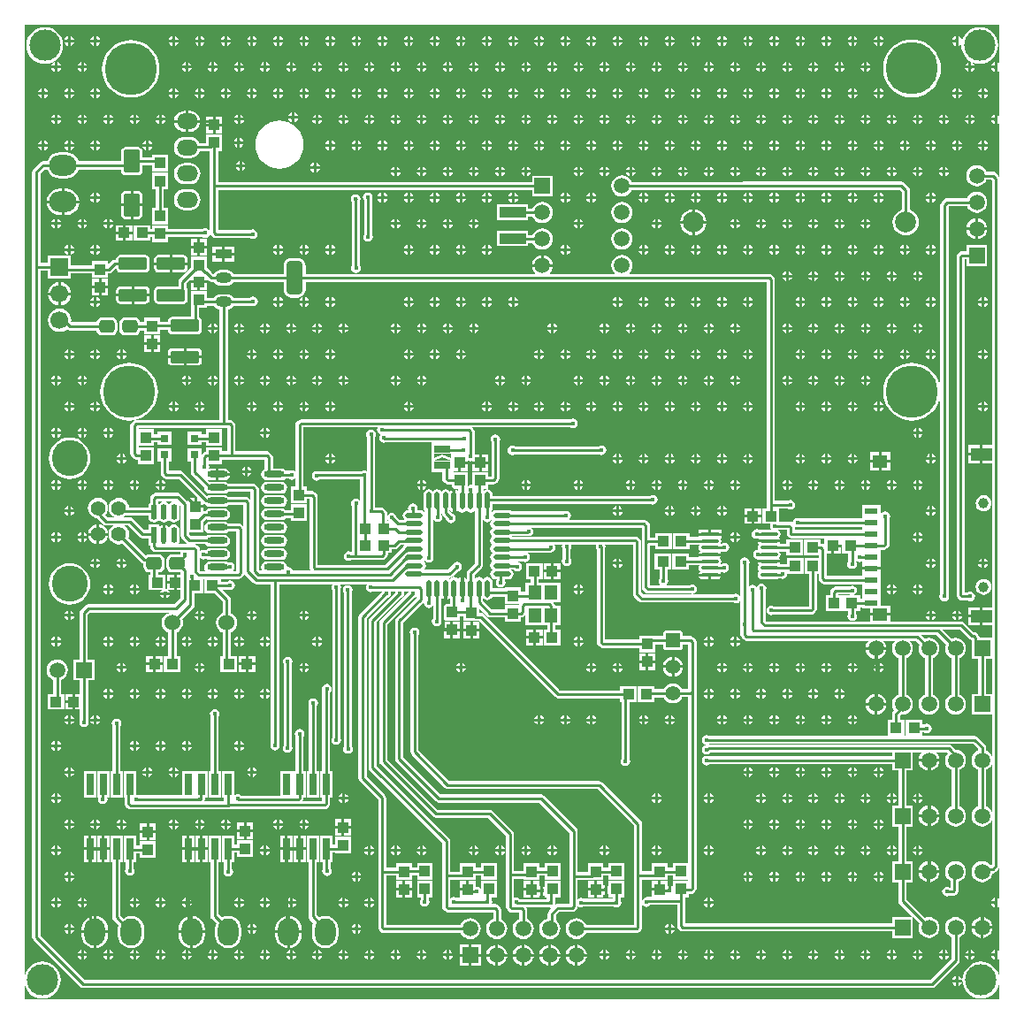
<source format=gbr>
%TF.GenerationSoftware,Altium Limited,Altium Designer,20.2.4 (192)*%
G04 Layer_Physical_Order=1*
G04 Layer_Color=255*
%FSLAX26Y26*%
%MOIN*%
%TF.SameCoordinates,E583F5DD-14CA-44D8-B3B7-8EACC7EC20E5*%
%TF.FilePolarity,Positive*%
%TF.FileFunction,Copper,L1,Top,Signal*%
%TF.Part,Single*%
G01*
G75*
%TA.AperFunction,Conductor*%
%ADD10C,0.010000*%
%TA.AperFunction,SMDPad,CuDef*%
%ADD11R,0.039370X0.043307*%
%ADD12R,0.043307X0.039370*%
%ADD13R,0.026000X0.080000*%
%ADD14R,0.063161X0.037486*%
G04:AMPARAMS|DCode=15|XSize=63.161mil|YSize=37.486mil|CornerRadius=18.743mil|HoleSize=0mil|Usage=FLASHONLY|Rotation=0.000|XOffset=0mil|YOffset=0mil|HoleType=Round|Shape=RoundedRectangle|*
%AMROUNDEDRECTD15*
21,1,0.063161,0.000000,0,0,0.0*
21,1,0.025676,0.037486,0,0,0.0*
1,1,0.037485,0.012838,0.000000*
1,1,0.037485,-0.012838,0.000000*
1,1,0.037485,-0.012838,0.000000*
1,1,0.037485,0.012838,0.000000*
%
%ADD15ROUNDEDRECTD15*%
G04:AMPARAMS|DCode=16|XSize=63.161mil|YSize=128.43mil|CornerRadius=18.633mil|HoleSize=0mil|Usage=FLASHONLY|Rotation=0.000|XOffset=0mil|YOffset=0mil|HoleType=Round|Shape=RoundedRectangle|*
%AMROUNDEDRECTD16*
21,1,0.063161,0.091165,0,0,0.0*
21,1,0.025896,0.128430,0,0,0.0*
1,1,0.037265,0.012948,-0.045583*
1,1,0.037265,-0.012948,-0.045583*
1,1,0.037265,-0.012948,0.045583*
1,1,0.037265,0.012948,0.045583*
%
%ADD16ROUNDEDRECTD16*%
G04:AMPARAMS|DCode=17|XSize=47.244mil|YSize=59.055mil|CornerRadius=11.811mil|HoleSize=0mil|Usage=FLASHONLY|Rotation=270.000|XOffset=0mil|YOffset=0mil|HoleType=Round|Shape=RoundedRectangle|*
%AMROUNDEDRECTD17*
21,1,0.047244,0.035433,0,0,270.0*
21,1,0.023622,0.059055,0,0,270.0*
1,1,0.023622,-0.017717,-0.011811*
1,1,0.023622,-0.017717,0.011811*
1,1,0.023622,0.017717,0.011811*
1,1,0.023622,0.017717,-0.011811*
%
%ADD17ROUNDEDRECTD17*%
%ADD18R,0.022671X0.059238*%
G04:AMPARAMS|DCode=19|XSize=59.238mil|YSize=22.671mil|CornerRadius=11.335mil|HoleSize=0mil|Usage=FLASHONLY|Rotation=90.000|XOffset=0mil|YOffset=0mil|HoleType=Round|Shape=RoundedRectangle|*
%AMROUNDEDRECTD19*
21,1,0.059238,0.000000,0,0,90.0*
21,1,0.036567,0.022671,0,0,90.0*
1,1,0.022670,0.000000,0.018284*
1,1,0.022670,0.000000,-0.018284*
1,1,0.022670,0.000000,-0.018284*
1,1,0.022670,0.000000,0.018284*
%
%ADD19ROUNDEDRECTD19*%
%ADD20O,0.077598X0.023701*%
%ADD21R,0.031496X0.031496*%
%ADD22R,0.062992X0.031496*%
%ADD23R,0.047244X0.055118*%
G04:AMPARAMS|DCode=24|XSize=106.299mil|YSize=45.276mil|CornerRadius=5.659mil|HoleSize=0mil|Usage=FLASHONLY|Rotation=180.000|XOffset=0mil|YOffset=0mil|HoleType=Round|Shape=RoundedRectangle|*
%AMROUNDEDRECTD24*
21,1,0.106299,0.033957,0,0,180.0*
21,1,0.094980,0.045276,0,0,180.0*
1,1,0.011319,-0.047490,0.016978*
1,1,0.011319,0.047490,0.016978*
1,1,0.011319,0.047490,-0.016978*
1,1,0.011319,-0.047490,-0.016978*
%
%ADD24ROUNDEDRECTD24*%
G04:AMPARAMS|DCode=25|XSize=86.614mil|YSize=59.055mil|CornerRadius=7.382mil|HoleSize=0mil|Usage=FLASHONLY|Rotation=90.000|XOffset=0mil|YOffset=0mil|HoleType=Round|Shape=RoundedRectangle|*
%AMROUNDEDRECTD25*
21,1,0.086614,0.044291,0,0,90.0*
21,1,0.071850,0.059055,0,0,90.0*
1,1,0.014764,0.022146,0.035925*
1,1,0.014764,0.022146,-0.035925*
1,1,0.014764,-0.022146,-0.035925*
1,1,0.014764,-0.022146,0.035925*
%
%ADD25ROUNDEDRECTD25*%
G04:AMPARAMS|DCode=26|XSize=65.174mil|YSize=14.991mil|CornerRadius=7.495mil|HoleSize=0mil|Usage=FLASHONLY|Rotation=0.000|XOffset=0mil|YOffset=0mil|HoleType=Round|Shape=RoundedRectangle|*
%AMROUNDEDRECTD26*
21,1,0.065174,0.000000,0,0,0.0*
21,1,0.050184,0.014991,0,0,0.0*
1,1,0.014991,0.025092,0.000000*
1,1,0.014991,-0.025092,0.000000*
1,1,0.014991,-0.025092,0.000000*
1,1,0.014991,0.025092,0.000000*
%
%ADD26ROUNDEDRECTD26*%
%ADD27R,0.065174X0.014991*%
%TA.AperFunction,ConnectorPad*%
%ADD28R,0.078740X0.047244*%
%ADD29R,0.055118X0.047244*%
%ADD30R,0.051181X0.023622*%
%TA.AperFunction,SMDPad,CuDef*%
%ADD31R,0.098425X0.039370*%
%ADD32O,0.019685X0.066929*%
%ADD33O,0.066929X0.019685*%
%TA.AperFunction,ComponentPad*%
%ADD34C,0.059055*%
%ADD35R,0.059055X0.059055*%
%ADD36C,0.135827*%
%ADD37C,0.055906*%
%ADD38C,0.060000*%
%ADD39R,0.059055X0.059055*%
%ADD40O,0.078740X0.102362*%
%ADD41O,0.078740X0.059055*%
%ADD42C,0.196850*%
%ADD43C,0.066929*%
%ADD44R,0.066929X0.066929*%
%ADD45O,0.102362X0.078740*%
%ADD46C,0.039370*%
G04:AMPARAMS|DCode=47|XSize=55.118mil|YSize=55.118mil|CornerRadius=1.929mil|HoleSize=0mil|Usage=FLASHONLY|Rotation=0.000|XOffset=0mil|YOffset=0mil|HoleType=Round|Shape=RoundedRectangle|*
%AMROUNDEDRECTD47*
21,1,0.055118,0.051260,0,0,0.0*
21,1,0.051260,0.055118,0,0,0.0*
1,1,0.003858,0.025630,-0.025630*
1,1,0.003858,-0.025630,-0.025630*
1,1,0.003858,-0.025630,0.025630*
1,1,0.003858,0.025630,0.025630*
%
%ADD47ROUNDEDRECTD47*%
%ADD48C,0.055118*%
%ADD49C,0.078740*%
%TA.AperFunction,ViaPad*%
%ADD50C,0.118110*%
%ADD51C,0.015748*%
%ADD52C,0.017716*%
G36*
X3687797Y3541821D02*
X3682555Y3545323D01*
X3680197Y3545792D01*
Y3527559D01*
Y3509326D01*
X3682555Y3509795D01*
X3687797Y3513298D01*
Y3344970D01*
X3682555Y3348473D01*
X3680197Y3348942D01*
Y3330709D01*
Y3312476D01*
X3682555Y3312945D01*
X3687797Y3316447D01*
Y3112538D01*
X3684905Y3116865D01*
X3672956Y3128814D01*
X3667995Y3132130D01*
X3662142Y3133294D01*
X3638449D01*
X3636527Y3137934D01*
X3630191Y3146191D01*
X3621934Y3152527D01*
X3612319Y3156510D01*
X3602000Y3157869D01*
X3591681Y3156510D01*
X3582066Y3152527D01*
X3573809Y3146191D01*
X3567473Y3137934D01*
X3563490Y3128319D01*
X3562131Y3118000D01*
X3563490Y3107681D01*
X3567473Y3098066D01*
X3573809Y3089809D01*
X3582066Y3083473D01*
X3591681Y3079490D01*
X3602000Y3078131D01*
X3612319Y3079490D01*
X3621934Y3083473D01*
X3630191Y3089809D01*
X3636527Y3098066D01*
X3638449Y3102706D01*
X3655807D01*
X3658797Y3099716D01*
Y2102134D01*
X3624721D01*
Y2068512D01*
Y2034890D01*
X3658797D01*
Y1491110D01*
X3624721D01*
Y1457488D01*
Y1423866D01*
X3658797D01*
Y1375527D01*
X3612766D01*
Y1377142D01*
X3611602Y1382995D01*
X3608287Y1387957D01*
X3602429Y1393814D01*
X3597467Y1397130D01*
X3591615Y1398294D01*
X3589335D01*
X3554814Y1432814D01*
X3549853Y1436130D01*
X3544000Y1437294D01*
X3275317D01*
Y1458813D01*
X3237758D01*
X3200199D01*
Y1437294D01*
X2808335D01*
X2806294Y1439335D01*
Y1552842D01*
X2807837Y1555152D01*
X2809224Y1562126D01*
X2807837Y1569100D01*
X2803887Y1575013D01*
X2797974Y1578963D01*
X2791000Y1580350D01*
X2784026Y1578963D01*
X2778113Y1575013D01*
X2774163Y1569100D01*
X2773456Y1565545D01*
X2769887Y1570887D01*
X2763974Y1574837D01*
X2757000Y1576224D01*
X2750026Y1574837D01*
X2744113Y1570887D01*
X2742294Y1568163D01*
Y1651143D01*
X2744737Y1654800D01*
X2746124Y1661774D01*
X2744737Y1668748D01*
X2740787Y1674661D01*
X2734874Y1678611D01*
X2727900Y1679998D01*
X2720926Y1678611D01*
X2715014Y1674661D01*
X2711063Y1668748D01*
X2709676Y1661774D01*
X2711063Y1654800D01*
X2711706Y1653838D01*
Y1531170D01*
X2707887Y1536887D01*
X2701974Y1540837D01*
X2695000Y1542224D01*
X2688026Y1540837D01*
X2685716Y1539294D01*
X2345335D01*
X2337042Y1547587D01*
Y1736890D01*
X2335878Y1742743D01*
X2332562Y1747705D01*
X2326705Y1753562D01*
X2321743Y1756878D01*
X2315890Y1758042D01*
X1848803D01*
X1848123Y1758496D01*
X1848803Y1758950D01*
X1907689D01*
X1909406Y1759292D01*
X1912000Y1758776D01*
X1918974Y1760163D01*
X1924887Y1764113D01*
X1928837Y1770026D01*
X1930224Y1777000D01*
X1928837Y1783974D01*
X1924887Y1789887D01*
X1924049Y1790446D01*
X2339706D01*
Y1732000D01*
Y1567001D01*
X2340870Y1561148D01*
X2344186Y1556186D01*
X2352186Y1548186D01*
X2357148Y1544870D01*
X2363001Y1543706D01*
X2519716D01*
X2522026Y1542163D01*
X2529000Y1540776D01*
X2535974Y1542163D01*
X2541887Y1546113D01*
X2545837Y1552026D01*
X2547224Y1559000D01*
X2545837Y1565974D01*
X2541887Y1571887D01*
X2535974Y1575837D01*
X2529000Y1577224D01*
X2522026Y1575837D01*
X2519716Y1574294D01*
X2431163D01*
X2433887Y1576113D01*
X2437837Y1582026D01*
X2439224Y1589000D01*
X2437837Y1595974D01*
X2436294Y1598284D01*
Y1633315D01*
X2451189D01*
Y1692685D01*
X2387883D01*
Y1633315D01*
X2405706D01*
Y1598284D01*
X2404163Y1595974D01*
X2402776Y1589000D01*
X2404163Y1582026D01*
X2408113Y1576113D01*
X2410837Y1574294D01*
X2370294D01*
Y1723706D01*
X2389883D01*
Y1709315D01*
X2453189D01*
Y1768685D01*
X2389883D01*
Y1754294D01*
X2370294D01*
Y1798142D01*
X2369130Y1803995D01*
X2365814Y1808957D01*
X2358216Y1816555D01*
X2353255Y1819870D01*
X2347402Y1821034D01*
X2062278D01*
X2066887Y1824113D01*
X2070837Y1830026D01*
X2072224Y1837000D01*
X2070837Y1843974D01*
X2066887Y1849887D01*
X2060974Y1853837D01*
X2054000Y1855224D01*
X2047026Y1853837D01*
X2044893Y1852412D01*
X1848980D01*
X1843718Y1855928D01*
X1835976Y1857467D01*
X1788732D01*
X1780990Y1855928D01*
X1774427Y1851542D01*
X1772912Y1849275D01*
Y1856477D01*
X1775927Y1860990D01*
X1777467Y1868732D01*
Y1880706D01*
X2371716D01*
X2374026Y1879163D01*
X2381000Y1877776D01*
X2387974Y1879163D01*
X2393887Y1883113D01*
X2397837Y1889026D01*
X2399224Y1896000D01*
X2397837Y1902974D01*
X2393887Y1908887D01*
X2387974Y1912837D01*
X2381000Y1914224D01*
X2374026Y1912837D01*
X2371716Y1911294D01*
X1777467D01*
Y1915976D01*
X1775927Y1923718D01*
X1771542Y1930282D01*
X1764978Y1934668D01*
X1757236Y1936208D01*
X1749494Y1934668D01*
X1742931Y1930282D01*
X1742294Y1929329D01*
Y1937881D01*
X1760685D01*
Y1954241D01*
X1781608D01*
X1787460Y1955405D01*
X1792422Y1958720D01*
X1798280Y1964578D01*
X1801595Y1969540D01*
X1802759Y1975392D01*
Y2114916D01*
X1804837Y2118026D01*
X1806224Y2125000D01*
X1804837Y2131974D01*
X1800887Y2137887D01*
X1794974Y2141837D01*
X1788000Y2143224D01*
X1781026Y2141837D01*
X1775113Y2137887D01*
X1771163Y2131974D01*
X1769776Y2125000D01*
X1771163Y2118026D01*
X1772172Y2116516D01*
Y1984828D01*
X1760685D01*
Y2001188D01*
X1701315D01*
Y1951968D01*
X1695000Y1953224D01*
X1688026Y1951837D01*
X1682685Y1948268D01*
Y2001188D01*
X1629496D01*
Y2004811D01*
X1648000D01*
Y2036464D01*
X1653000D01*
Y2041464D01*
X1682685D01*
Y2045359D01*
X1686531Y2042789D01*
X1693505Y2041402D01*
X1700479Y2042789D01*
X1701315Y2043348D01*
Y2041464D01*
X1726000D01*
Y2068118D01*
X1709327D01*
X1709294Y2068168D01*
Y2153142D01*
X1708130Y2158995D01*
X1704814Y2163956D01*
X1700065Y2168706D01*
X2070716D01*
X2073026Y2167163D01*
X2080000Y2165776D01*
X2086974Y2167163D01*
X2092887Y2171113D01*
X2096837Y2177026D01*
X2098224Y2184000D01*
X2096837Y2190974D01*
X2092887Y2196887D01*
X2086974Y2200837D01*
X2080000Y2202224D01*
X2073026Y2200837D01*
X2070716Y2199294D01*
X1054858D01*
X1049005Y2198130D01*
X1044043Y2194814D01*
X1038186Y2188956D01*
X1034870Y2183995D01*
X1033706Y2178142D01*
Y2003007D01*
X1027974Y2006837D01*
X1021000Y2008224D01*
X1014026Y2006837D01*
X1013213Y2006294D01*
X998071D01*
X997096Y2007753D01*
X989868Y2012583D01*
X981342Y2014279D01*
X948695D01*
Y2057678D01*
X947531Y2063531D01*
X944216Y2068492D01*
X938358Y2074350D01*
X933396Y2077666D01*
X927543Y2078830D01*
X807249D01*
Y2176142D01*
X806085Y2181995D01*
X802769Y2186956D01*
X796911Y2192814D01*
X791950Y2196130D01*
X786097Y2197294D01*
X778633D01*
Y2614175D01*
X783680Y2614840D01*
X790672Y2617736D01*
X796676Y2622343D01*
X800670Y2627549D01*
X870115D01*
X874000Y2626776D01*
X880974Y2628163D01*
X886886Y2632113D01*
X890837Y2638026D01*
X892224Y2645000D01*
X890837Y2651974D01*
X886886Y2657887D01*
X880974Y2661837D01*
X874000Y2663224D01*
X867026Y2661837D01*
X861487Y2658136D01*
X800670D01*
X796676Y2663342D01*
X790672Y2667949D01*
X783680Y2670845D01*
X776177Y2671833D01*
X750501D01*
X742997Y2670845D01*
X736005Y2667949D01*
X730001Y2663342D01*
X726007Y2658136D01*
X699685D01*
Y2683188D01*
X640315D01*
Y2638327D01*
X640021Y2636849D01*
Y2586000D01*
X569510D01*
X563400Y2584784D01*
X558220Y2581323D01*
X554759Y2576144D01*
X553543Y2570034D01*
Y2568349D01*
X523685D01*
Y2583119D01*
X464315D01*
Y2565294D01*
X448569D01*
X447569Y2570321D01*
X442748Y2577536D01*
X435534Y2582356D01*
X427024Y2584049D01*
X391591D01*
X383080Y2582356D01*
X375866Y2577536D01*
X371045Y2570321D01*
X369352Y2561811D01*
Y2538189D01*
X371045Y2529679D01*
X375866Y2522464D01*
X383080Y2517644D01*
X391591Y2515951D01*
X427024D01*
X435534Y2517644D01*
X442748Y2522464D01*
X447569Y2529679D01*
X448569Y2534706D01*
X464315D01*
Y2519812D01*
X523685D01*
Y2537761D01*
X553543D01*
Y2536077D01*
X554759Y2529967D01*
X558220Y2524787D01*
X563400Y2521326D01*
X569510Y2520110D01*
X664490D01*
X670600Y2521326D01*
X675780Y2524787D01*
X679241Y2529967D01*
X680456Y2536077D01*
Y2570034D01*
X679241Y2576144D01*
X675780Y2581323D01*
X670609Y2584778D01*
Y2619881D01*
X699685D01*
Y2627549D01*
X726007D01*
X730001Y2622343D01*
X736005Y2617736D01*
X742997Y2614840D01*
X748045Y2614175D01*
Y2197294D01*
X432858D01*
X427005Y2196130D01*
X422043Y2192814D01*
X416186Y2186956D01*
X412870Y2181995D01*
X411706Y2176142D01*
Y2069394D01*
X412870Y2063541D01*
X416186Y2058579D01*
X422043Y2052722D01*
X427005Y2049406D01*
X432858Y2048242D01*
X441315D01*
Y2031882D01*
X500685D01*
Y2095189D01*
X442294D01*
Y2098811D01*
X500685D01*
Y2113202D01*
X515252D01*
Y2102748D01*
X566748D01*
Y2154244D01*
X515252D01*
Y2143790D01*
X500685D01*
Y2162117D01*
X442294D01*
Y2166706D01*
X776661D01*
Y2078830D01*
X757685D01*
Y2095189D01*
X698315D01*
Y2077294D01*
X696858D01*
X691005Y2076130D01*
X686043Y2072814D01*
X680186Y2066956D01*
X679748Y2066302D01*
Y2091252D01*
X628252D01*
Y2039756D01*
X638706D01*
Y2000052D01*
X639870Y1994199D01*
X643186Y1989237D01*
X689881Y1942542D01*
X689773Y1942000D01*
X691469Y1933474D01*
X696298Y1926247D01*
X703526Y1921417D01*
X712052Y1919721D01*
X765948D01*
X774474Y1921417D01*
X781702Y1926247D01*
X782009Y1926706D01*
X864706D01*
Y1894125D01*
X862814Y1896957D01*
X856957Y1902814D01*
X851995Y1906130D01*
X846142Y1907294D01*
X782009D01*
X781702Y1907753D01*
X774474Y1912583D01*
X765948Y1914279D01*
X712052D01*
X703526Y1912583D01*
X701450Y1911196D01*
X611832Y2000814D01*
X606870Y2004130D01*
X601017Y2005294D01*
X556294D01*
Y2039756D01*
X566748D01*
Y2091252D01*
X515252D01*
Y2039756D01*
X525706D01*
Y1995858D01*
X526870Y1990005D01*
X530186Y1985043D01*
X536043Y1979186D01*
X541005Y1975870D01*
X546858Y1974706D01*
X594683D01*
X666270Y1903119D01*
X662000D01*
Y1876466D01*
X686685D01*
Y1883019D01*
X690696Y1880339D01*
X694003Y1879681D01*
X696298Y1876247D01*
X703526Y1871417D01*
X712052Y1869721D01*
X765948D01*
X774474Y1871417D01*
X781702Y1876247D01*
X782009Y1876706D01*
X836706D01*
Y1797065D01*
X830957Y1802814D01*
X825995Y1806130D01*
X820142Y1807294D01*
X782009D01*
X781702Y1807753D01*
X774474Y1812583D01*
X765948Y1814279D01*
X712052D01*
X703526Y1812583D01*
X696298Y1807753D01*
X691469Y1800526D01*
X689773Y1792000D01*
X691469Y1783474D01*
X696298Y1776247D01*
X703526Y1771417D01*
X712052Y1769721D01*
X765948D01*
X774474Y1771417D01*
X781702Y1776247D01*
X782009Y1776706D01*
X810706D01*
Y1628294D01*
X797163D01*
X799886Y1630113D01*
X803837Y1636026D01*
X805224Y1643000D01*
X803837Y1649974D01*
X799886Y1655887D01*
X793974Y1659837D01*
X787000Y1661224D01*
X780026Y1659837D01*
X779305Y1659355D01*
X774474Y1662583D01*
X765948Y1664279D01*
X712052D01*
X703526Y1662583D01*
X696298Y1657753D01*
X691469Y1650526D01*
X689773Y1642000D01*
X691469Y1633474D01*
X694930Y1628294D01*
X676619D01*
X673294Y1631619D01*
Y1678340D01*
X674114Y1677113D01*
X680026Y1673163D01*
X687000Y1671776D01*
X693974Y1673163D01*
X697444Y1675481D01*
X703526Y1671417D01*
X712052Y1669721D01*
X765948D01*
X774474Y1671417D01*
X781702Y1676247D01*
X786531Y1683474D01*
X788227Y1692000D01*
X786531Y1700526D01*
X781702Y1707753D01*
X774474Y1712583D01*
X765948Y1714279D01*
X712052D01*
X703526Y1712583D01*
X696298Y1707753D01*
X695323Y1706294D01*
X694787D01*
X693974Y1706837D01*
X687000Y1708224D01*
X680026Y1706837D01*
X674114Y1702887D01*
X673294Y1701660D01*
Y1708142D01*
X672130Y1713995D01*
X668814Y1718957D01*
X662957Y1724814D01*
X657995Y1728130D01*
X655337Y1728658D01*
X694687D01*
X696298Y1726247D01*
X703526Y1721417D01*
X712052Y1719721D01*
X765948D01*
X774474Y1721417D01*
X781702Y1726247D01*
X786531Y1733474D01*
X788227Y1742000D01*
X786531Y1750526D01*
X781702Y1757753D01*
X774474Y1762583D01*
X765948Y1764279D01*
X712052D01*
X703526Y1762583D01*
X698532Y1759246D01*
X639383D01*
X632294Y1766335D01*
Y1772882D01*
X686685D01*
Y1814560D01*
X696209Y1824085D01*
X699534D01*
X703526Y1821417D01*
X712052Y1819721D01*
X765948D01*
X774474Y1821417D01*
X781702Y1826247D01*
X786531Y1833474D01*
X788227Y1842000D01*
X786531Y1850526D01*
X781702Y1857753D01*
X774474Y1862583D01*
X765948Y1864279D01*
X712052D01*
X703526Y1862583D01*
X696298Y1857753D01*
X694240Y1854672D01*
X689875D01*
X686685Y1854038D01*
Y1866466D01*
X657000D01*
Y1871466D01*
X652000D01*
Y1903119D01*
X627315D01*
Y1891314D01*
X600815Y1917814D01*
X595853Y1921130D01*
X590000Y1922294D01*
X506456D01*
X500604Y1921130D01*
X495642Y1917814D01*
X489784Y1911957D01*
X486469Y1906995D01*
X485305Y1901142D01*
Y1884062D01*
X485217Y1884003D01*
X480501Y1876946D01*
X478845Y1868621D01*
Y1867294D01*
X406361D01*
X405330Y1875120D01*
X401506Y1884353D01*
X395423Y1892281D01*
X387494Y1898364D01*
X378262Y1902188D01*
X368354Y1903493D01*
X358447Y1902188D01*
X349214Y1898364D01*
X341286Y1892281D01*
X335203Y1884353D01*
X331378Y1875120D01*
X330074Y1865213D01*
X331378Y1855305D01*
X335203Y1846072D01*
X341286Y1838144D01*
X349214Y1832061D01*
X353480Y1830294D01*
X327335D01*
X317899Y1839730D01*
X322766Y1846072D01*
X326590Y1855305D01*
X327894Y1865213D01*
X326590Y1875120D01*
X322766Y1884353D01*
X316682Y1892281D01*
X308754Y1898364D01*
X299522Y1902188D01*
X289614Y1903493D01*
X279707Y1902188D01*
X270474Y1898364D01*
X262546Y1892281D01*
X256462Y1884353D01*
X252638Y1875120D01*
X251334Y1865213D01*
X252638Y1855305D01*
X256462Y1846072D01*
X262546Y1838144D01*
X270474Y1832061D01*
X279707Y1828237D01*
X287282Y1827239D01*
X287583Y1826788D01*
X310186Y1804186D01*
X315147Y1800870D01*
X321000Y1799706D01*
X348911D01*
X341286Y1793856D01*
X335203Y1785928D01*
X331378Y1776695D01*
X330074Y1766787D01*
X331378Y1756880D01*
X335203Y1747647D01*
X341286Y1739719D01*
X349214Y1733636D01*
X358447Y1729812D01*
X368354Y1728507D01*
X378262Y1729812D01*
X382108Y1731405D01*
X452910Y1660603D01*
X457872Y1657288D01*
X460738Y1656718D01*
Y1645189D01*
X462431Y1636679D01*
X467252Y1629464D01*
X474466Y1624643D01*
X482976Y1622951D01*
X485399D01*
Y1614685D01*
X481881D01*
Y1555315D01*
X528732D01*
X525163Y1549974D01*
X524770Y1548000D01*
X559230D01*
X558837Y1549974D01*
X555268Y1555315D01*
X575465D01*
Y1580000D01*
X548811D01*
Y1559869D01*
X545188Y1560590D01*
Y1614685D01*
X515987D01*
Y1622951D01*
X518409D01*
X526920Y1624643D01*
X534134Y1629464D01*
X538955Y1636679D01*
X540648Y1645189D01*
Y1668811D01*
X538955Y1677321D01*
X534134Y1684536D01*
X526920Y1689357D01*
X518409Y1691049D01*
X482976D01*
X474466Y1689357D01*
X470507Y1686711D01*
X470059D01*
X403737Y1753034D01*
X405330Y1756880D01*
X406635Y1766787D01*
X405330Y1776695D01*
X401506Y1785928D01*
X395423Y1793856D01*
X387798Y1799706D01*
X403092D01*
X446613Y1756186D01*
X451575Y1752870D01*
X457427Y1751706D01*
X479263D01*
Y1724043D01*
X485305D01*
Y1719858D01*
X486469Y1714005D01*
X489784Y1709044D01*
X495642Y1703186D01*
X500604Y1699870D01*
X506456Y1698706D01*
X601652D01*
X601163Y1697974D01*
X599786Y1691049D01*
X569591D01*
X561080Y1689357D01*
X553866Y1684536D01*
X549045Y1677321D01*
X547352Y1668811D01*
Y1645189D01*
X549045Y1636679D01*
X553866Y1629464D01*
X561080Y1624643D01*
X569591Y1622951D01*
X601824D01*
Y1614685D01*
X585465D01*
Y1585000D01*
Y1555315D01*
X601824D01*
Y1526453D01*
X577665Y1502294D01*
X252000D01*
X246147Y1501130D01*
X241186Y1497814D01*
X225186Y1481814D01*
X221870Y1476853D01*
X220706Y1471000D01*
Y1294527D01*
X196472D01*
Y1215473D01*
X221706D01*
Y1164685D01*
X202464D01*
Y1135000D01*
Y1105315D01*
X221706D01*
Y1067284D01*
X220163Y1064974D01*
X218776Y1058000D01*
X220163Y1051026D01*
X224113Y1045113D01*
X230026Y1041163D01*
X237000Y1039776D01*
X243974Y1041163D01*
X249887Y1045113D01*
X253837Y1051026D01*
X255224Y1058000D01*
X253837Y1064974D01*
X252294Y1067284D01*
Y1215473D01*
X275527D01*
Y1294527D01*
X251294D01*
Y1464665D01*
X258335Y1471706D01*
X558920D01*
X549827Y1467940D01*
X541472Y1461528D01*
X535060Y1453173D01*
X531029Y1443442D01*
X529655Y1433000D01*
X531029Y1422558D01*
X535060Y1412827D01*
X541472Y1404472D01*
X549827Y1398060D01*
X554706Y1396039D01*
Y1307685D01*
X537811D01*
Y1248315D01*
X601118D01*
Y1307685D01*
X585294D01*
Y1396039D01*
X590173Y1398060D01*
X598528Y1404472D01*
X604940Y1412827D01*
X608971Y1422558D01*
X610345Y1433000D01*
X608971Y1443442D01*
X606950Y1448321D01*
X648697Y1490068D01*
X652012Y1495030D01*
X653176Y1500882D01*
Y1543315D01*
X686189D01*
Y1597706D01*
X689811D01*
Y1543315D01*
X729520D01*
X759431Y1513405D01*
Y1469961D01*
X754552Y1467940D01*
X746196Y1461528D01*
X739784Y1453173D01*
X735754Y1443442D01*
X734379Y1433000D01*
X735754Y1422558D01*
X739784Y1412827D01*
X746196Y1404472D01*
X754552Y1398060D01*
X759431Y1396039D01*
Y1307685D01*
X751882D01*
Y1248315D01*
X815189D01*
Y1307685D01*
X790018D01*
Y1396039D01*
X794897Y1398060D01*
X803253Y1404472D01*
X809664Y1412827D01*
X813695Y1422558D01*
X815070Y1433000D01*
X813695Y1443442D01*
X809664Y1453173D01*
X803253Y1461528D01*
X794897Y1467940D01*
X790018Y1469961D01*
Y1519740D01*
X788854Y1525592D01*
X785539Y1530554D01*
X758387Y1557706D01*
X780213D01*
X781026Y1557163D01*
X788000Y1555776D01*
X794974Y1557163D01*
X800886Y1561113D01*
X804837Y1567026D01*
X806224Y1574000D01*
X804837Y1580974D01*
X800886Y1586887D01*
X794974Y1590837D01*
X788000Y1592224D01*
X781026Y1590837D01*
X777220Y1588294D01*
X753117D01*
Y1597706D01*
X820142D01*
X825995Y1598870D01*
X830957Y1602186D01*
X836814Y1608043D01*
X840130Y1613005D01*
X840859Y1616674D01*
X841186Y1616186D01*
X875186Y1582186D01*
X880147Y1578870D01*
X886000Y1577706D01*
X941706D01*
Y978284D01*
X940163Y975974D01*
X938776Y969000D01*
X940163Y962026D01*
X944114Y956114D01*
X950026Y952163D01*
X957000Y950776D01*
X963974Y952163D01*
X969886Y956114D01*
X973837Y962026D01*
X975224Y969000D01*
X973837Y975974D01*
X972294Y978284D01*
Y1577706D01*
X1173657D01*
X1171163Y1573974D01*
X1169776Y1567000D01*
X1171163Y1560026D01*
X1172706Y1557716D01*
Y1000284D01*
X1171163Y997974D01*
X1169776Y991000D01*
X1171163Y984026D01*
X1175113Y978114D01*
X1181026Y974163D01*
X1188000Y972776D01*
X1194974Y974163D01*
X1200887Y978114D01*
X1204837Y984026D01*
X1206224Y991000D01*
X1204837Y997974D01*
X1203294Y1000284D01*
Y1557716D01*
X1204837Y1560026D01*
X1206224Y1567000D01*
X1204837Y1573974D01*
X1202343Y1577706D01*
X1303325D01*
X1300163Y1572974D01*
X1298776Y1566000D01*
X1300163Y1559026D01*
X1304113Y1553113D01*
X1310026Y1549163D01*
X1317000Y1547776D01*
X1323974Y1549163D01*
X1326284Y1550706D01*
X1359568D01*
X1359163Y1550100D01*
X1358838Y1548467D01*
X1276186Y1465814D01*
X1272870Y1460853D01*
X1271706Y1455000D01*
Y846000D01*
X1272870Y840147D01*
X1276186Y835186D01*
X1345706Y765665D01*
Y496465D01*
X1345707Y496462D01*
Y284858D01*
X1346871Y279005D01*
X1350186Y274043D01*
X1356044Y268186D01*
X1361006Y264870D01*
X1366859Y263706D01*
X1656965D01*
X1658473Y260066D01*
X1664809Y251809D01*
X1673066Y245473D01*
X1682681Y241490D01*
X1693000Y240131D01*
X1703319Y241490D01*
X1712934Y245473D01*
X1721191Y251809D01*
X1727527Y260066D01*
X1731510Y269681D01*
X1732869Y280000D01*
X1731510Y290319D01*
X1727527Y299934D01*
X1721191Y308191D01*
X1712934Y314527D01*
X1703319Y318510D01*
X1693000Y319869D01*
X1682681Y318510D01*
X1673066Y314527D01*
X1664809Y308191D01*
X1658473Y299934D01*
X1656137Y294294D01*
X1376294D01*
Y479194D01*
X1412657D01*
Y462834D01*
X1472027D01*
Y481170D01*
X1492030D01*
Y464810D01*
X1551400D01*
Y528117D01*
X1492030D01*
Y511758D01*
X1472027D01*
Y526141D01*
X1412657D01*
Y509782D01*
X1376294D01*
Y772000D01*
X1375130Y777853D01*
X1371814Y782814D01*
X1302294Y852335D01*
Y1448665D01*
X1379159Y1525530D01*
X1382974Y1526289D01*
X1388887Y1530239D01*
X1392837Y1536152D01*
X1394224Y1543126D01*
X1392837Y1550100D01*
X1392432Y1550706D01*
X1410568D01*
X1410163Y1550100D01*
X1409621Y1547376D01*
X1313186Y1450940D01*
X1309870Y1445979D01*
X1308706Y1440126D01*
Y887000D01*
X1309870Y881147D01*
X1313186Y876186D01*
X1586778Y602593D01*
Y479000D01*
Y362858D01*
X1587942Y357005D01*
X1591257Y352043D01*
X1597115Y346186D01*
X1602077Y342870D01*
X1607930Y341706D01*
X1778706D01*
Y316863D01*
X1773066Y314527D01*
X1764809Y308191D01*
X1758473Y299934D01*
X1754490Y290319D01*
X1753131Y280000D01*
X1754490Y269681D01*
X1758473Y260066D01*
X1764809Y251809D01*
X1773066Y245473D01*
X1782681Y241490D01*
X1793000Y240131D01*
X1803319Y241490D01*
X1812934Y245473D01*
X1821191Y251809D01*
X1827527Y260066D01*
X1831510Y269681D01*
X1832869Y280000D01*
X1831510Y290319D01*
X1827527Y299934D01*
X1821191Y308191D01*
X1812934Y314527D01*
X1809294Y316035D01*
Y351142D01*
X1808130Y356995D01*
X1804814Y361957D01*
X1798957Y367814D01*
X1793995Y371130D01*
X1788142Y372294D01*
X1773680D01*
X1774837Y374026D01*
X1776224Y381000D01*
X1774837Y387974D01*
X1773294Y390284D01*
Y397882D01*
X1792471D01*
Y461190D01*
X1733101D01*
Y430033D01*
X1731176Y432914D01*
X1724938Y437082D01*
X1717580Y438545D01*
X1713098Y437654D01*
Y459212D01*
X1688413D01*
Y427558D01*
X1683413D01*
Y422558D01*
X1653728D01*
Y396294D01*
X1639284D01*
X1636974Y397837D01*
X1630000Y399224D01*
X1623026Y397837D01*
X1617366Y394055D01*
Y463706D01*
X1653728D01*
Y462834D01*
X1713098D01*
Y479194D01*
X1733101D01*
Y464810D01*
X1792471D01*
Y528117D01*
X1733101D01*
Y509782D01*
X1713098D01*
Y526141D01*
X1653728D01*
Y494294D01*
X1617366D01*
Y608928D01*
X1616202Y614781D01*
X1612886Y619742D01*
X1339294Y893335D01*
Y1433791D01*
X1431250Y1525747D01*
X1433974Y1526289D01*
X1439887Y1530239D01*
X1443837Y1536152D01*
X1445224Y1543126D01*
X1443837Y1550100D01*
X1443432Y1550706D01*
X1459568D01*
X1459163Y1550100D01*
X1458621Y1547376D01*
X1355186Y1443940D01*
X1351870Y1438979D01*
X1350706Y1433126D01*
Y910479D01*
X1351870Y904626D01*
X1355186Y899664D01*
X1552664Y702186D01*
X1557626Y698870D01*
X1563478Y697706D01*
X1759808D01*
X1827849Y629665D01*
Y483000D01*
Y361858D01*
X1829014Y356005D01*
X1832329Y351043D01*
X1838187Y345186D01*
X1843148Y341870D01*
X1849001Y340706D01*
X1877706D01*
Y316449D01*
X1873066Y314527D01*
X1864809Y308191D01*
X1858473Y299934D01*
X1854490Y290319D01*
X1853131Y280000D01*
X1854490Y269681D01*
X1858473Y260066D01*
X1864809Y251809D01*
X1873066Y245473D01*
X1882681Y241490D01*
X1893000Y240131D01*
X1903319Y241490D01*
X1912934Y245473D01*
X1921191Y251809D01*
X1927527Y260066D01*
X1931510Y269681D01*
X1932869Y280000D01*
X1931510Y290319D01*
X1927527Y299934D01*
X1921191Y308191D01*
X1912934Y314527D01*
X1908294Y316449D01*
Y350142D01*
X1907130Y355995D01*
X1903834Y360928D01*
X1987495D01*
X1989804Y359385D01*
X1996778Y357997D01*
X2001473Y358931D01*
X1989186Y346644D01*
X1985870Y341682D01*
X1984706Y335829D01*
Y318777D01*
X1982681Y318510D01*
X1973066Y314527D01*
X1964809Y308191D01*
X1958473Y299934D01*
X1954490Y290319D01*
X1953131Y280000D01*
X1954490Y269681D01*
X1958473Y260066D01*
X1964809Y251809D01*
X1973066Y245473D01*
X1982681Y241490D01*
X1993000Y240131D01*
X2003319Y241490D01*
X2012934Y245473D01*
X2021191Y251809D01*
X2027527Y260066D01*
X2031510Y269681D01*
X2032869Y280000D01*
X2031510Y290319D01*
X2027527Y299934D01*
X2021191Y308191D01*
X2015294Y312717D01*
Y329494D01*
X2028506Y342706D01*
X2076142D01*
X2081995Y343870D01*
X2086956Y347186D01*
X2092814Y353043D01*
X2096130Y358005D01*
X2097294Y363858D01*
Y364325D01*
X2102026Y361163D01*
X2109000Y359776D01*
X2115974Y361163D01*
X2118284Y362706D01*
X2234468D01*
X2237526Y360663D01*
X2244500Y359276D01*
X2251474Y360663D01*
X2257387Y364613D01*
X2261337Y370526D01*
X2262724Y377500D01*
X2261337Y384474D01*
X2259794Y386784D01*
Y397882D01*
X2274614D01*
Y461190D01*
X2215244D01*
Y440934D01*
X2211356Y443531D01*
X2208998Y444000D01*
Y425767D01*
Y407534D01*
X2211356Y408003D01*
X2215244Y410601D01*
Y397882D01*
X2229206D01*
Y393294D01*
X2118284D01*
X2115974Y394837D01*
X2109000Y396224D01*
X2102026Y394837D01*
X2097294Y391675D01*
Y462706D01*
X2150870D01*
X2151516Y462834D01*
X2195241D01*
Y479194D01*
X2215244D01*
Y464810D01*
X2274614D01*
Y528117D01*
X2215244D01*
Y509782D01*
X2195241D01*
Y526141D01*
X2135871D01*
Y493294D01*
X2097294D01*
Y648000D01*
X2096130Y653853D01*
X2092814Y658814D01*
X1970814Y780814D01*
X1965853Y784130D01*
X1960000Y785294D01*
X1581335D01*
X1440294Y926335D01*
Y1432665D01*
X1516814Y1509186D01*
X1518959Y1512396D01*
X1517776Y1506445D01*
X1519163Y1499471D01*
X1523113Y1493558D01*
X1529026Y1489608D01*
X1536000Y1488221D01*
X1542974Y1489608D01*
X1548887Y1493558D01*
X1552837Y1499471D01*
X1552966Y1500119D01*
Y1450802D01*
X1549424Y1445501D01*
X1548037Y1438527D01*
X1549424Y1431553D01*
X1553375Y1425641D01*
X1559287Y1421690D01*
X1566261Y1420303D01*
X1573235Y1421690D01*
X1579148Y1425641D01*
X1583098Y1431553D01*
X1584486Y1438527D01*
X1583554Y1443212D01*
Y1525197D01*
X1584008Y1525877D01*
X1585450Y1523718D01*
X1592014Y1519332D01*
X1594756Y1518787D01*
Y1561646D01*
X1604756D01*
Y1518787D01*
X1607498Y1519332D01*
X1614061Y1523718D01*
X1615504Y1525877D01*
X1615958Y1525197D01*
Y1504119D01*
X1593315D01*
Y1440812D01*
X1652685D01*
Y1457172D01*
X1668315D01*
Y1439812D01*
X1711207D01*
X1712685Y1439518D01*
X1726853D01*
X2014186Y1152186D01*
X2019147Y1148870D01*
X2020118Y1148677D01*
X2025000Y1147706D01*
X2257883D01*
Y1133315D01*
X2262706D01*
Y920158D01*
X2261163Y917848D01*
X2259776Y910874D01*
X2261163Y903900D01*
X2265113Y897987D01*
X2271026Y894037D01*
X2278000Y892650D01*
X2284974Y894037D01*
X2290887Y897987D01*
X2294837Y903900D01*
X2296224Y910874D01*
X2294837Y917848D01*
X2293294Y920158D01*
Y1133315D01*
X2321189D01*
Y1192685D01*
X2257883D01*
Y1178294D01*
X2031335D01*
X1744003Y1465626D01*
X1739041Y1468942D01*
X1733188Y1470106D01*
X1727685D01*
Y1485686D01*
X1756650Y1456722D01*
X1761611Y1453406D01*
X1767464Y1452242D01*
X1823315D01*
Y1435882D01*
X1882685D01*
Y1452242D01*
X1884394D01*
X1890247Y1453406D01*
X1895208Y1456722D01*
X1901066Y1462580D01*
X1901882Y1463800D01*
Y1422134D01*
X1983202D01*
Y1406685D01*
X1969813D01*
Y1347315D01*
X2033120D01*
Y1406685D01*
X2013790D01*
Y1422134D01*
X2032118D01*
Y1497252D01*
X2012123D01*
X2011130Y1502247D01*
X2007814Y1507208D01*
X2006275Y1508748D01*
X2032118D01*
Y1583866D01*
X1950798D01*
Y1597315D01*
X1966188D01*
Y1656685D01*
X1902881D01*
Y1597315D01*
X1920210D01*
Y1583866D01*
X1901882D01*
Y1549758D01*
X1882685D01*
Y1566118D01*
X1823315D01*
Y1562294D01*
X1777467D01*
Y1585268D01*
X1775927Y1593010D01*
X1771542Y1599573D01*
X1764978Y1603959D01*
X1757236Y1605499D01*
X1749494Y1603959D01*
X1742931Y1599573D01*
X1741488Y1597415D01*
X1740046Y1599573D01*
X1733482Y1603959D01*
X1725740Y1605499D01*
X1717998Y1603959D01*
X1711435Y1599573D01*
X1709992Y1597415D01*
X1709538Y1598094D01*
Y1613909D01*
X1736554Y1640926D01*
X1739870Y1645887D01*
X1741034Y1651740D01*
Y1823674D01*
X1741163Y1823026D01*
X1745113Y1817113D01*
X1751026Y1813163D01*
X1758000Y1811776D01*
X1764974Y1813163D01*
X1770887Y1817113D01*
X1774666Y1822771D01*
X1776585Y1821488D01*
X1774427Y1820046D01*
X1770041Y1813482D01*
X1768501Y1805740D01*
X1770041Y1797998D01*
X1774427Y1791435D01*
X1776585Y1789992D01*
X1774427Y1788550D01*
X1770041Y1781986D01*
X1768501Y1774244D01*
X1770041Y1766502D01*
X1774427Y1759938D01*
X1776585Y1758496D01*
X1774427Y1757054D01*
X1770041Y1750490D01*
X1768501Y1742748D01*
X1770041Y1735006D01*
X1774427Y1728443D01*
X1776585Y1727000D01*
X1774427Y1725558D01*
X1770041Y1718994D01*
X1768501Y1711252D01*
X1770041Y1703510D01*
X1774427Y1696946D01*
X1776585Y1695504D01*
X1774427Y1694062D01*
X1770041Y1687498D01*
X1768501Y1679756D01*
X1770041Y1672014D01*
X1774427Y1665450D01*
X1776585Y1664008D01*
X1774427Y1662565D01*
X1770041Y1656002D01*
X1768501Y1648260D01*
X1770041Y1640518D01*
X1774427Y1633954D01*
X1776585Y1632512D01*
X1774427Y1631069D01*
X1770041Y1624506D01*
X1768501Y1616764D01*
X1770041Y1609022D01*
X1774427Y1602458D01*
X1780990Y1598073D01*
X1788732Y1596533D01*
X1792706D01*
Y1594284D01*
X1791163Y1591974D01*
X1789776Y1585000D01*
X1791163Y1578026D01*
X1795113Y1572113D01*
X1801026Y1568163D01*
X1808000Y1566776D01*
X1814974Y1568163D01*
X1820887Y1572113D01*
X1824837Y1578026D01*
X1826224Y1585000D01*
X1824837Y1591974D01*
X1823294Y1594284D01*
Y1596533D01*
X1835976D01*
X1843718Y1598073D01*
X1850282Y1602458D01*
X1854668Y1609022D01*
X1856207Y1616764D01*
X1854668Y1624506D01*
X1850282Y1631069D01*
X1848123Y1632512D01*
X1848803Y1632966D01*
X1855876D01*
X1857113Y1631113D01*
X1863026Y1627163D01*
X1870000Y1625776D01*
X1876974Y1627163D01*
X1882887Y1631113D01*
X1886837Y1637026D01*
X1888224Y1644000D01*
X1886837Y1650974D01*
X1882887Y1656887D01*
X1876974Y1660837D01*
X1870406Y1662143D01*
X1870037Y1662390D01*
X1864185Y1663554D01*
X1848803D01*
X1848123Y1664008D01*
X1848428Y1664211D01*
X1890596D01*
X1893281Y1662418D01*
X1900255Y1661030D01*
X1907229Y1662418D01*
X1913141Y1666368D01*
X1917092Y1672281D01*
X1918479Y1679255D01*
X1917092Y1686229D01*
X1913141Y1692141D01*
X1907428Y1695958D01*
X1990378D01*
X1996231Y1697122D01*
X1999583Y1699363D01*
X2002974Y1700037D01*
X2008887Y1703987D01*
X2012837Y1709900D01*
X2014224Y1716874D01*
X2012837Y1723848D01*
X2010428Y1727454D01*
X2040152D01*
X2039163Y1725974D01*
X2037776Y1719000D01*
X2039163Y1712026D01*
X2040706Y1709716D01*
Y1674284D01*
X2039163Y1671974D01*
X2037776Y1665000D01*
X2039163Y1658026D01*
X2043113Y1652113D01*
X2049026Y1648163D01*
X2056000Y1646776D01*
X2062974Y1648163D01*
X2068887Y1652113D01*
X2072837Y1658026D01*
X2074224Y1665000D01*
X2072837Y1671974D01*
X2071294Y1674284D01*
Y1709716D01*
X2072837Y1712026D01*
X2074224Y1719000D01*
X2072837Y1725974D01*
X2071848Y1727454D01*
X2168568D01*
X2168163Y1726848D01*
X2166776Y1719874D01*
X2168163Y1712900D01*
X2170241Y1709791D01*
Y1359323D01*
X2171405Y1353471D01*
X2174720Y1348509D01*
X2180578Y1342651D01*
X2185540Y1339336D01*
X2191392Y1338172D01*
X2329315D01*
Y1321812D01*
X2388685D01*
Y1351706D01*
X2419207D01*
Y1341370D01*
X2420133Y1336716D01*
X2422770Y1332770D01*
X2426716Y1330133D01*
X2431370Y1329207D01*
X2482630D01*
X2487284Y1330133D01*
X2491230Y1332770D01*
X2493867Y1336716D01*
X2494793Y1341370D01*
Y1351706D01*
X2514706D01*
Y1183294D01*
X2490904D01*
X2489808Y1185942D01*
X2483787Y1193787D01*
X2475942Y1199808D01*
X2466805Y1203592D01*
X2457000Y1204883D01*
X2447195Y1203592D01*
X2438058Y1199808D01*
X2430213Y1193787D01*
X2424192Y1185942D01*
X2422681Y1182294D01*
X2388117D01*
Y1192685D01*
X2324811D01*
Y1133315D01*
X2388117D01*
Y1151706D01*
X2422681D01*
X2424192Y1148058D01*
X2430213Y1140213D01*
X2438058Y1134192D01*
X2447195Y1130408D01*
X2457000Y1129117D01*
X2466805Y1130408D01*
X2475942Y1134192D01*
X2483787Y1140213D01*
X2489808Y1148058D01*
X2491733Y1152706D01*
X2514706D01*
Y528117D01*
X2456315D01*
Y509782D01*
X2436312D01*
Y526141D01*
X2376942D01*
Y495294D01*
X2340580D01*
Y675000D01*
X2339416Y680853D01*
X2336100Y685814D01*
X2190100Y831814D01*
X2185139Y835130D01*
X2179286Y836294D01*
X1614335D01*
X1498294Y952335D01*
Y1387716D01*
X1499837Y1390026D01*
X1501224Y1397000D01*
X1499837Y1403974D01*
X1495887Y1409887D01*
X1489974Y1413837D01*
X1483000Y1415224D01*
X1476026Y1413837D01*
X1470113Y1409887D01*
X1466163Y1403974D01*
X1464776Y1397000D01*
X1466163Y1390026D01*
X1467706Y1387716D01*
Y946000D01*
X1468870Y940147D01*
X1472186Y935186D01*
X1597186Y810186D01*
X1602147Y806870D01*
X1608000Y805706D01*
X2172951D01*
X2309992Y668665D01*
Y480000D01*
Y294294D01*
X2129863D01*
X2127527Y299934D01*
X2121191Y308191D01*
X2112934Y314527D01*
X2103319Y318510D01*
X2093000Y319869D01*
X2082681Y318510D01*
X2073066Y314527D01*
X2064809Y308191D01*
X2058473Y299934D01*
X2054490Y290319D01*
X2053131Y280000D01*
X2054490Y269681D01*
X2058473Y260066D01*
X2064809Y251809D01*
X2073066Y245473D01*
X2082681Y241490D01*
X2093000Y240131D01*
X2103319Y241490D01*
X2112934Y245473D01*
X2121191Y251809D01*
X2127527Y260066D01*
X2129035Y263706D01*
X2319428D01*
X2325281Y264870D01*
X2330242Y268186D01*
X2336100Y274043D01*
X2339416Y279005D01*
X2340580Y284858D01*
Y369906D01*
X2343113Y366113D01*
X2349026Y362163D01*
X2356000Y360776D01*
X2362974Y362163D01*
X2368887Y366113D01*
X2371450Y369951D01*
X2473179D01*
Y289858D01*
X2474343Y284005D01*
X2477658Y279043D01*
X2483516Y273186D01*
X2488478Y269870D01*
X2494331Y268706D01*
X3282472D01*
Y244472D01*
X3361528D01*
Y322844D01*
X3385412Y298959D01*
X3383490Y294319D01*
X3382131Y284000D01*
X3383490Y273681D01*
X3387473Y264066D01*
X3393809Y255809D01*
X3402066Y249473D01*
X3411681Y245490D01*
X3422000Y244131D01*
X3432319Y245490D01*
X3441934Y249473D01*
X3450191Y255809D01*
X3456527Y264066D01*
X3460510Y273681D01*
X3461869Y284000D01*
X3460510Y294319D01*
X3456527Y303934D01*
X3450191Y312191D01*
X3441934Y318527D01*
X3432319Y322510D01*
X3422000Y323869D01*
X3411681Y322510D01*
X3407041Y320588D01*
X3337294Y390335D01*
Y454873D01*
X3361528D01*
Y533928D01*
X3337294D01*
Y665273D01*
X3361528D01*
Y744327D01*
X3337294D01*
Y875673D01*
X3361528D01*
Y944434D01*
X3395167D01*
X3393809Y943391D01*
X3387473Y935134D01*
X3383490Y925519D01*
X3382790Y920200D01*
X3461210D01*
X3460510Y925519D01*
X3456527Y935134D01*
X3450191Y943391D01*
X3449781Y943706D01*
X3489865D01*
X3492233Y941338D01*
X3487473Y935134D01*
X3483490Y925519D01*
X3482131Y915200D01*
X3483490Y904881D01*
X3487473Y895266D01*
X3493809Y887009D01*
X3502066Y880673D01*
X3506706Y878751D01*
Y741249D01*
X3502066Y739327D01*
X3493809Y732991D01*
X3487473Y724734D01*
X3483490Y715119D01*
X3482131Y704800D01*
X3483490Y694481D01*
X3487473Y684866D01*
X3493809Y676609D01*
X3502066Y670273D01*
X3511681Y666290D01*
X3522000Y664931D01*
X3532319Y666290D01*
X3541934Y670273D01*
X3550191Y676609D01*
X3556527Y684866D01*
X3560510Y694481D01*
X3561869Y704800D01*
X3560510Y715119D01*
X3556527Y724734D01*
X3550191Y732991D01*
X3541934Y739327D01*
X3537294Y741249D01*
Y878751D01*
X3541934Y880673D01*
X3550191Y887009D01*
X3556527Y895266D01*
X3560510Y904881D01*
X3561869Y915200D01*
X3560510Y925519D01*
X3556527Y935134D01*
X3550191Y943391D01*
X3541934Y949727D01*
X3532319Y953710D01*
X3522000Y955069D01*
X3521788Y955041D01*
X3509943Y966885D01*
X3507015Y969814D01*
X3507015Y969814D01*
X3507014Y969814D01*
X3505041Y971133D01*
X3502053Y973130D01*
X3502053D01*
X3502053Y973130D01*
X3499693Y973599D01*
X3496200Y974294D01*
X3496200D01*
X3496200D01*
X3430017D01*
X3429789Y974249D01*
X3422059Y975010D01*
X3422000Y975021D01*
X2592259D01*
X2593284Y975706D01*
X3588694D01*
X3607706Y956694D01*
Y952063D01*
X3602066Y949727D01*
X3593809Y943391D01*
X3587473Y935134D01*
X3583490Y925519D01*
X3582131Y915200D01*
X3583490Y904881D01*
X3587473Y895266D01*
X3593809Y887009D01*
X3602066Y880673D01*
X3606706Y878751D01*
Y741249D01*
X3602066Y739327D01*
X3593809Y732991D01*
X3587473Y724734D01*
X3583490Y715119D01*
X3582131Y704800D01*
X3583490Y694481D01*
X3587473Y684866D01*
X3593809Y676609D01*
X3602066Y670273D01*
X3611681Y666290D01*
X3622000Y664931D01*
X3632319Y666290D01*
X3641934Y670273D01*
X3650191Y676609D01*
X3656527Y684866D01*
X3658797Y690346D01*
Y522070D01*
X3655807Y519080D01*
X3652886D01*
X3650191Y522591D01*
X3641934Y528927D01*
X3632319Y532910D01*
X3622000Y534269D01*
X3611681Y532910D01*
X3602066Y528927D01*
X3593809Y522591D01*
X3587473Y514334D01*
X3583490Y504719D01*
X3582131Y494400D01*
X3583490Y484081D01*
X3587473Y474466D01*
X3593809Y466209D01*
X3602066Y459873D01*
X3611681Y455890D01*
X3622000Y454531D01*
X3632319Y455890D01*
X3641934Y459873D01*
X3650191Y466209D01*
X3656527Y474466D01*
X3660510Y484081D01*
X3661091Y488492D01*
X3662142D01*
X3667995Y489656D01*
X3672956Y492972D01*
X3684905Y504921D01*
X3687797Y509248D01*
Y392214D01*
X3682555Y395717D01*
X3680197Y396186D01*
Y377953D01*
Y359720D01*
X3682555Y360189D01*
X3687797Y363691D01*
Y195364D01*
X3682555Y198867D01*
X3680197Y199335D01*
Y181102D01*
Y162869D01*
X3682555Y163338D01*
X3687797Y166841D01*
Y12203D01*
X12203D01*
Y71609D01*
X15893Y59446D01*
X22305Y47449D01*
X30934Y36934D01*
X41449Y28305D01*
X53446Y21893D01*
X66463Y17944D01*
X80000Y16611D01*
X93537Y17944D01*
X106554Y21893D01*
X118551Y28305D01*
X129066Y36934D01*
X137695Y47449D01*
X144107Y59446D01*
X148056Y72463D01*
X149389Y86000D01*
X148056Y99537D01*
X144107Y112554D01*
X137695Y124551D01*
X129066Y135066D01*
X118551Y143695D01*
X106554Y150107D01*
X93537Y154056D01*
X80000Y155389D01*
X66463Y154056D01*
X53446Y150107D01*
X41449Y143695D01*
X30934Y135066D01*
X22305Y124551D01*
X15893Y112554D01*
X12203Y100391D01*
Y3687797D01*
X3687797D01*
Y3541821D01*
D02*
G37*
G36*
X1619496Y2052079D02*
X1588000Y2066843D01*
X1556504Y2052079D01*
Y2071764D01*
X1619496D01*
Y2052079D01*
D02*
G37*
G36*
Y2042236D02*
X1556504D01*
X1588000Y2057000D01*
X1619496Y2042236D01*
D02*
G37*
G36*
X918107Y2012040D02*
X911692Y2007753D01*
X906863Y2000526D01*
X905167Y1992000D01*
X906863Y1983474D01*
X911692Y1976247D01*
X918920Y1971417D01*
X927446Y1969721D01*
X981342D01*
X989868Y1971417D01*
X996287Y1975706D01*
X1010220D01*
X1014026Y1973163D01*
X1021000Y1971776D01*
X1027974Y1973163D01*
X1033706Y1976993D01*
Y1945583D01*
X1018315D01*
Y1882276D01*
X1077685D01*
Y1898636D01*
X1086706D01*
Y1641723D01*
X1087870Y1635870D01*
X1091186Y1630909D01*
X1091651Y1630443D01*
X1023141D01*
X1022837Y1631974D01*
X1018886Y1637887D01*
X1012974Y1641837D01*
X1006000Y1643224D01*
X1003477Y1642722D01*
X1001925Y1650526D01*
X997096Y1657753D01*
X989868Y1662583D01*
X981342Y1664279D01*
X927446D01*
X918920Y1662583D01*
X911692Y1657753D01*
X906863Y1650526D01*
X905167Y1642000D01*
X906863Y1633474D01*
X908888Y1630443D01*
X899193D01*
X895294Y1634342D01*
Y1936142D01*
X894130Y1941995D01*
X890814Y1946957D01*
X884957Y1952814D01*
X879995Y1956130D01*
X874142Y1957294D01*
X782009D01*
X781702Y1957753D01*
X774474Y1962583D01*
X765948Y1964279D01*
X712052D01*
X711510Y1964171D01*
X704446Y1971234D01*
X712052Y1969721D01*
X734000D01*
Y1992000D01*
Y2014279D01*
X712052D01*
X708130Y2013498D01*
X709224Y2019000D01*
X707837Y2025974D01*
X706294Y2028284D01*
Y2031882D01*
X757685D01*
Y2048242D01*
X918107D01*
Y2012040D01*
D02*
G37*
G36*
X1343163Y2165974D02*
X1341776Y2159000D01*
X1343163Y2152026D01*
X1347113Y2146113D01*
X1353026Y2142163D01*
X1354183Y2141933D01*
X1354113Y2141887D01*
X1350163Y2135974D01*
X1348776Y2129000D01*
X1350163Y2122026D01*
X1354113Y2116113D01*
X1360026Y2112163D01*
X1367000Y2110776D01*
X1373974Y2112163D01*
X1375535Y2113206D01*
X1546504D01*
Y2072749D01*
X1546308Y2071764D01*
Y2052079D01*
X1546354Y2051847D01*
X1546319Y2051614D01*
X1546504Y2050863D01*
Y2043222D01*
X1546308Y2042236D01*
X1546354Y2042005D01*
X1546319Y2041771D01*
X1546504Y2041020D01*
Y2000740D01*
X1586706D01*
Y1975392D01*
X1587870Y1969540D01*
X1591186Y1964578D01*
X1597043Y1958720D01*
X1602005Y1955405D01*
X1607858Y1954241D01*
X1623315D01*
Y1937881D01*
X1647454D01*
Y1928803D01*
X1647000Y1928123D01*
X1645557Y1930282D01*
X1638994Y1934668D01*
X1636252Y1935213D01*
Y1892354D01*
Y1849496D01*
X1638994Y1850041D01*
X1645557Y1854427D01*
X1647000Y1856586D01*
X1648442Y1854427D01*
X1655006Y1850041D01*
X1662748Y1848501D01*
X1670490Y1850041D01*
X1677054Y1854427D01*
X1678496Y1856585D01*
X1679938Y1854427D01*
X1686502Y1850041D01*
X1694244Y1848501D01*
X1701986Y1850041D01*
X1708550Y1854427D01*
X1709992Y1856586D01*
X1710446Y1855906D01*
Y1658075D01*
X1683430Y1631058D01*
X1680114Y1626097D01*
X1678950Y1620244D01*
Y1598094D01*
X1678496Y1597415D01*
X1677054Y1599573D01*
X1670490Y1603959D01*
X1667748Y1604504D01*
Y1561646D01*
X1657748D01*
Y1604504D01*
X1655006Y1603959D01*
X1648442Y1599573D01*
X1647000Y1597415D01*
X1645557Y1599573D01*
X1638994Y1603959D01*
X1631252Y1605499D01*
X1623510Y1603959D01*
X1616946Y1599573D01*
X1615504Y1597415D01*
X1614061Y1599573D01*
X1611223Y1601470D01*
X1614663D01*
X1620516Y1602634D01*
X1625478Y1605949D01*
X1647124Y1627596D01*
X1649848Y1628138D01*
X1655761Y1632088D01*
X1659711Y1638001D01*
X1661098Y1644975D01*
X1659711Y1651949D01*
X1655761Y1657861D01*
X1649848Y1661812D01*
X1642874Y1663199D01*
X1635900Y1661812D01*
X1629987Y1657861D01*
X1626037Y1651949D01*
X1625495Y1649225D01*
X1608328Y1632058D01*
X1518094D01*
X1517414Y1632512D01*
X1519573Y1633954D01*
X1523959Y1640518D01*
X1525499Y1648260D01*
X1523959Y1656002D01*
X1519573Y1662565D01*
X1517415Y1664008D01*
X1519573Y1665450D01*
X1521731Y1668679D01*
X1524113Y1665113D01*
X1530026Y1661163D01*
X1537000Y1659776D01*
X1543974Y1661163D01*
X1549887Y1665113D01*
X1553837Y1671026D01*
X1555224Y1678000D01*
X1553837Y1684974D01*
X1552294Y1687284D01*
Y1823830D01*
X1556113Y1818113D01*
X1562026Y1814163D01*
X1569000Y1812776D01*
X1575974Y1814163D01*
X1581887Y1818113D01*
X1585837Y1824026D01*
X1587224Y1831000D01*
X1585837Y1837974D01*
X1583924Y1840837D01*
Y1856460D01*
X1584008Y1856585D01*
X1584462Y1855906D01*
Y1847244D01*
X1585626Y1841391D01*
X1588941Y1836430D01*
X1601696Y1823676D01*
X1602668Y1818788D01*
X1606618Y1812876D01*
X1612531Y1808925D01*
X1619505Y1807538D01*
X1626479Y1808925D01*
X1632391Y1812876D01*
X1636342Y1818788D01*
X1637729Y1825762D01*
X1636342Y1832736D01*
X1632391Y1838649D01*
X1626479Y1842599D01*
X1625918Y1842710D01*
X1615050Y1853579D01*
Y1855906D01*
X1615504Y1856586D01*
X1616946Y1854427D01*
X1623510Y1850041D01*
X1626252Y1849496D01*
Y1892354D01*
Y1935213D01*
X1623510Y1934668D01*
X1616946Y1930282D01*
X1615504Y1928123D01*
X1614061Y1930282D01*
X1607498Y1934668D01*
X1599756Y1936208D01*
X1592014Y1934668D01*
X1585450Y1930282D01*
X1584008Y1928123D01*
X1582565Y1930282D01*
X1576002Y1934668D01*
X1568260Y1936208D01*
X1560518Y1934668D01*
X1553954Y1930282D01*
X1552512Y1928123D01*
X1551069Y1930282D01*
X1544506Y1934668D01*
X1536764Y1936208D01*
X1529022Y1934668D01*
X1522458Y1930282D01*
X1518072Y1923718D01*
X1516533Y1915976D01*
Y1868732D01*
X1518072Y1860990D01*
X1521706Y1855552D01*
Y1848350D01*
X1519573Y1851542D01*
X1513010Y1855928D01*
X1505268Y1857467D01*
X1492925D01*
X1494224Y1864000D01*
X1492837Y1870974D01*
X1488887Y1876887D01*
X1482974Y1880837D01*
X1476000Y1882224D01*
X1469026Y1880837D01*
X1463113Y1876887D01*
X1459163Y1870974D01*
X1457776Y1864000D01*
X1459075Y1857467D01*
X1458024D01*
X1450282Y1855928D01*
X1443718Y1851542D01*
X1439332Y1844978D01*
X1437792Y1837236D01*
X1439332Y1829494D01*
X1443718Y1822931D01*
X1445877Y1821488D01*
X1445197Y1821034D01*
X1427444D01*
X1415228Y1833250D01*
X1414686Y1835974D01*
X1410736Y1841887D01*
X1404823Y1845837D01*
X1397849Y1847224D01*
X1390875Y1845837D01*
X1384963Y1841887D01*
X1381012Y1835974D01*
X1379625Y1829000D01*
X1381012Y1822026D01*
X1384963Y1816113D01*
X1385604Y1815685D01*
X1378789D01*
Y1846799D01*
X1377625Y1852651D01*
X1374310Y1857613D01*
X1368452Y1863471D01*
X1363490Y1866786D01*
X1357638Y1867950D01*
X1334049D01*
Y2133962D01*
X1335592Y2136271D01*
X1336979Y2143245D01*
X1335592Y2150219D01*
X1331641Y2156132D01*
X1325729Y2160082D01*
X1318755Y2161470D01*
X1311781Y2160082D01*
X1305868Y2156132D01*
X1301918Y2150219D01*
X1300531Y2143245D01*
X1301918Y2136271D01*
X1303461Y2133962D01*
Y2003292D01*
X1299652Y2005837D01*
X1292678Y2007224D01*
X1285704Y2005837D01*
X1283395Y2004294D01*
X1118555D01*
X1116103Y2003806D01*
X1114000Y2004224D01*
X1107026Y2002837D01*
X1101113Y1998887D01*
X1097163Y1992974D01*
X1095776Y1986000D01*
X1097163Y1979026D01*
X1101113Y1973113D01*
X1107026Y1969163D01*
X1114000Y1967776D01*
X1120974Y1969163D01*
X1126887Y1973113D01*
X1127283Y1973706D01*
X1277384D01*
Y1892148D01*
X1274887Y1895887D01*
X1268974Y1899837D01*
X1262000Y1901224D01*
X1255026Y1899837D01*
X1249113Y1895887D01*
X1245163Y1889974D01*
X1243776Y1883000D01*
X1245163Y1876026D01*
X1246589Y1873892D01*
Y1699294D01*
X1244284D01*
X1241974Y1700837D01*
X1235000Y1702224D01*
X1228026Y1700837D01*
X1222113Y1696887D01*
X1218163Y1690974D01*
X1216776Y1684000D01*
X1218163Y1677026D01*
X1222113Y1671113D01*
X1228026Y1667163D01*
X1235000Y1665776D01*
X1241974Y1667163D01*
X1244284Y1668706D01*
X1361142D01*
X1366995Y1669870D01*
X1371957Y1673186D01*
X1377814Y1679043D01*
X1381130Y1684005D01*
X1382294Y1689858D01*
Y1695315D01*
X1397118D01*
Y1709706D01*
X1407000D01*
X1412853Y1710870D01*
X1417814Y1714186D01*
X1429335Y1725706D01*
X1443940D01*
X1443718Y1725558D01*
X1439332Y1718994D01*
X1438881Y1716724D01*
X1436919Y1715413D01*
X1372665Y1651159D01*
X1117294D01*
Y1908072D01*
X1116130Y1913925D01*
X1112814Y1918887D01*
X1106957Y1924744D01*
X1101995Y1928060D01*
X1096142Y1929224D01*
X1077685D01*
Y1945583D01*
X1064294D01*
Y2168706D01*
X1344988D01*
X1343163Y2165974D01*
D02*
G37*
G36*
X601706Y1873666D02*
Y1760000D01*
X602870Y1754147D01*
X606186Y1749186D01*
X622234Y1733138D01*
X627195Y1729822D01*
X629853Y1729294D01*
X589732D01*
X590783Y1729997D01*
X595499Y1737054D01*
X597155Y1745379D01*
Y1781946D01*
X595499Y1790270D01*
X590783Y1797328D01*
X583726Y1802043D01*
X575402Y1803699D01*
X567077Y1802043D01*
X560020Y1797328D01*
X556701Y1792360D01*
X553382Y1797328D01*
X546325Y1802043D01*
X543000Y1802704D01*
Y1763662D01*
X533000D01*
Y1802704D01*
X529675Y1802043D01*
X522618Y1797328D01*
X521934Y1796303D01*
Y1803281D01*
X479263D01*
Y1782294D01*
X463762D01*
X420242Y1825814D01*
X415280Y1829130D01*
X409427Y1830294D01*
X383228D01*
X387494Y1832061D01*
X393639Y1836776D01*
X393989Y1836706D01*
X478845D01*
Y1832054D01*
X480501Y1823730D01*
X485217Y1816672D01*
X492274Y1811957D01*
X500598Y1810301D01*
X508923Y1811957D01*
X515980Y1816672D01*
X519299Y1821640D01*
X522618Y1816672D01*
X529675Y1811957D01*
X538000Y1810301D01*
X546325Y1811957D01*
X553382Y1816672D01*
X556701Y1821640D01*
X560020Y1816672D01*
X567077Y1811957D01*
X575402Y1810301D01*
X583726Y1811957D01*
X590783Y1816672D01*
X595499Y1823730D01*
X597155Y1832054D01*
Y1868621D01*
X595499Y1876946D01*
X590783Y1884003D01*
X583726Y1888719D01*
X575402Y1890375D01*
X567077Y1888719D01*
X560020Y1884003D01*
X556701Y1879036D01*
X553382Y1884003D01*
X546325Y1888719D01*
X538000Y1890375D01*
X529675Y1888719D01*
X522618Y1884003D01*
X519299Y1879036D01*
X515980Y1884003D01*
X515892Y1884062D01*
Y1891706D01*
X583666D01*
X601706Y1873666D01*
D02*
G37*
G36*
X1823315Y1502811D02*
X1876499D01*
X1876122Y1502247D01*
X1875514Y1499189D01*
X1823315D01*
Y1482830D01*
X1773799D01*
X1741034Y1515595D01*
Y1525197D01*
X1741488Y1525877D01*
X1742931Y1523718D01*
X1749494Y1519332D01*
X1757236Y1517793D01*
X1764978Y1519332D01*
X1771542Y1523718D01*
X1775927Y1530282D01*
X1776211Y1531706D01*
X1823315D01*
Y1502811D01*
D02*
G37*
G36*
X3658797Y1165128D02*
X3637294D01*
Y1296473D01*
X3658797D01*
Y1165128D01*
D02*
G37*
G36*
X2306454Y1541252D02*
X2307618Y1535399D01*
X2310934Y1530438D01*
X2328186Y1513186D01*
X2333147Y1509870D01*
X2339000Y1508706D01*
X2685716D01*
X2688026Y1507163D01*
X2695000Y1505776D01*
X2701974Y1507163D01*
X2707887Y1511113D01*
X2711706Y1516830D01*
Y1437284D01*
X2710163Y1434974D01*
X2708776Y1428000D01*
X2710163Y1421026D01*
X2711706Y1418716D01*
Y1388386D01*
X2712870Y1382533D01*
X2716186Y1377571D01*
X2724043Y1369713D01*
X2729005Y1366398D01*
X2729976Y1366205D01*
X2734858Y1365234D01*
X3195167D01*
X3193809Y1364191D01*
X3187473Y1355934D01*
X3183490Y1346319D01*
X3182790Y1341000D01*
X3222000D01*
X3261210D01*
X3260510Y1346319D01*
X3256527Y1355934D01*
X3250191Y1364191D01*
X3248833Y1365234D01*
X3295167D01*
X3293809Y1364191D01*
X3287473Y1355934D01*
X3283490Y1346319D01*
X3282131Y1336000D01*
X3283490Y1325681D01*
X3287473Y1316066D01*
X3293809Y1307809D01*
X3302066Y1301473D01*
X3306706Y1299551D01*
Y1162049D01*
X3302066Y1160127D01*
X3293809Y1153791D01*
X3287473Y1145534D01*
X3283490Y1135919D01*
X3282131Y1125600D01*
X3283490Y1115281D01*
X3287473Y1105666D01*
X3290181Y1102136D01*
X3287722Y1099676D01*
X3284406Y1094714D01*
X3283242Y1088862D01*
Y1065685D01*
X3266883D01*
Y1006315D01*
X3330189D01*
Y1065685D01*
X3313830D01*
Y1082527D01*
X3317612Y1086309D01*
X3322000Y1085731D01*
X3332319Y1087090D01*
X3341934Y1091073D01*
X3350191Y1097409D01*
X3356527Y1105666D01*
X3360510Y1115281D01*
X3361869Y1125600D01*
X3360510Y1135919D01*
X3356527Y1145534D01*
X3350191Y1153791D01*
X3341934Y1160127D01*
X3337294Y1162049D01*
Y1299551D01*
X3341934Y1301473D01*
X3350191Y1307809D01*
X3356527Y1316066D01*
X3360510Y1325681D01*
X3361869Y1336000D01*
X3360510Y1346319D01*
X3356527Y1355934D01*
X3350191Y1364191D01*
X3348833Y1365234D01*
X3371137D01*
X3385412Y1350959D01*
X3383490Y1346319D01*
X3382131Y1336000D01*
X3383490Y1325681D01*
X3387473Y1316066D01*
X3393809Y1307809D01*
X3402066Y1301473D01*
X3406706Y1299551D01*
Y1162049D01*
X3402066Y1160127D01*
X3393809Y1153791D01*
X3387473Y1145534D01*
X3383490Y1135919D01*
X3382131Y1125600D01*
X3383490Y1115281D01*
X3387473Y1105666D01*
X3393809Y1097409D01*
X3402066Y1091073D01*
X3411681Y1087090D01*
X3422000Y1085731D01*
X3432319Y1087090D01*
X3441934Y1091073D01*
X3450191Y1097409D01*
X3456527Y1105666D01*
X3460510Y1115281D01*
X3461869Y1125600D01*
X3460510Y1135919D01*
X3456527Y1145534D01*
X3450191Y1153791D01*
X3441934Y1160127D01*
X3437294Y1162049D01*
Y1299551D01*
X3441934Y1301473D01*
X3450191Y1307809D01*
X3456527Y1316066D01*
X3460510Y1325681D01*
X3461869Y1336000D01*
X3460510Y1346319D01*
X3456527Y1355934D01*
X3450191Y1364191D01*
X3441934Y1370527D01*
X3432319Y1374510D01*
X3422000Y1375869D01*
X3411681Y1374510D01*
X3407041Y1372588D01*
X3392923Y1386706D01*
X3449665D01*
X3485412Y1350959D01*
X3483490Y1346319D01*
X3482131Y1336000D01*
X3483490Y1325681D01*
X3487473Y1316066D01*
X3493809Y1307809D01*
X3502066Y1301473D01*
X3506706Y1299551D01*
Y1162049D01*
X3502066Y1160127D01*
X3493809Y1153791D01*
X3487473Y1145534D01*
X3483490Y1135919D01*
X3482131Y1125600D01*
X3483490Y1115281D01*
X3487473Y1105666D01*
X3493809Y1097409D01*
X3502066Y1091073D01*
X3511681Y1087090D01*
X3522000Y1085731D01*
X3532319Y1087090D01*
X3541934Y1091073D01*
X3550191Y1097409D01*
X3556527Y1105666D01*
X3560510Y1115281D01*
X3561869Y1125600D01*
X3560510Y1135919D01*
X3556527Y1145534D01*
X3550191Y1153791D01*
X3541934Y1160127D01*
X3537294Y1162049D01*
Y1299551D01*
X3541934Y1301473D01*
X3550191Y1307809D01*
X3556527Y1316066D01*
X3560510Y1325681D01*
X3561869Y1336000D01*
X3560510Y1346319D01*
X3556527Y1355934D01*
X3550191Y1364191D01*
X3541934Y1370527D01*
X3532319Y1374510D01*
X3522000Y1375869D01*
X3511681Y1374510D01*
X3507041Y1372588D01*
X3472923Y1406706D01*
X3537665D01*
X3572186Y1372186D01*
X3577147Y1368870D01*
X3582178Y1367870D01*
Y1360528D01*
X3582472Y1359050D01*
Y1296473D01*
X3606706D01*
Y1165128D01*
X3582472D01*
Y1086072D01*
X3658797D01*
Y929654D01*
X3656527Y935134D01*
X3650191Y943391D01*
X3641934Y949727D01*
X3638294Y951235D01*
Y963029D01*
X3637130Y968882D01*
X3633814Y973844D01*
X3605844Y1001814D01*
X3600882Y1005130D01*
X3595029Y1006294D01*
X2593284D01*
X2590974Y1007837D01*
X2584000Y1009224D01*
X2577026Y1007837D01*
X2571113Y1003886D01*
X2567163Y997974D01*
X2565776Y991000D01*
X2567163Y984026D01*
X2571113Y978114D01*
X2577026Y974163D01*
X2582873Y973000D01*
X2577026Y971837D01*
X2571113Y967886D01*
X2567163Y961974D01*
X2565776Y955000D01*
X2567163Y948026D01*
X2571113Y942114D01*
X2577026Y938163D01*
X2584000Y936776D01*
X2590974Y938163D01*
X2596887Y942114D01*
X2598437Y944434D01*
X3282472D01*
Y930494D01*
X2587672D01*
X2584000Y931224D01*
X2577026Y929837D01*
X2571113Y925886D01*
X2567163Y919974D01*
X2565776Y913000D01*
X2567163Y906026D01*
X2571113Y900114D01*
X2577026Y896163D01*
X2584000Y894776D01*
X2590974Y896163D01*
X2596576Y899906D01*
X3282472D01*
Y875673D01*
X3306706D01*
Y744327D01*
X3282472D01*
Y665273D01*
X3306706D01*
Y533928D01*
X3282472D01*
Y454873D01*
X3306706D01*
Y384000D01*
X3307870Y378147D01*
X3311186Y373186D01*
X3360844Y323527D01*
X3282472D01*
Y299294D01*
X2503767D01*
Y385245D01*
Y397882D01*
X2515685D01*
Y410706D01*
X2524142D01*
X2529995Y411870D01*
X2534956Y415186D01*
X2540814Y421043D01*
X2544130Y426005D01*
X2545294Y431858D01*
Y1173858D01*
Y1361142D01*
X2544130Y1366995D01*
X2540814Y1371957D01*
X2534956Y1377814D01*
X2529995Y1381130D01*
X2524142Y1382294D01*
X2494793D01*
Y1392630D01*
X2493867Y1397284D01*
X2491230Y1401230D01*
X2487284Y1403867D01*
X2482630Y1404793D01*
X2431370D01*
X2426716Y1403867D01*
X2422770Y1401230D01*
X2420133Y1397284D01*
X2419207Y1392630D01*
Y1382294D01*
X2388685D01*
Y1385119D01*
X2329315D01*
Y1368759D01*
X2200828D01*
Y1711390D01*
X2201837Y1712900D01*
X2203224Y1719874D01*
X2201837Y1726848D01*
X2201432Y1727454D01*
X2306454D01*
Y1541252D01*
D02*
G37*
G36*
X3658797Y719254D02*
X3656527Y724734D01*
X3650191Y732991D01*
X3641934Y739327D01*
X3637294Y741249D01*
Y878751D01*
X3641934Y880673D01*
X3650191Y887009D01*
X3656527Y895266D01*
X3658797Y900746D01*
Y719254D01*
D02*
G37*
G36*
X1490706Y1526335D02*
X1414186Y1449814D01*
X1410870Y1444853D01*
X1409706Y1439000D01*
Y920000D01*
X1410870Y914147D01*
X1414186Y909186D01*
X1564186Y759186D01*
X1569147Y755870D01*
X1575000Y754706D01*
X1953665D01*
X2066706Y641665D01*
Y478000D01*
Y373294D01*
X2022171D01*
X2017289Y372323D01*
X2016318Y372130D01*
X2013862Y370489D01*
X2015003Y376221D01*
X2013616Y383196D01*
X2012072Y385505D01*
Y397882D01*
X2033542D01*
Y461190D01*
X1974172D01*
Y437313D01*
X1969356Y440531D01*
X1966998Y441000D01*
Y422767D01*
Y404534D01*
X1969356Y405003D01*
X1974172Y408222D01*
Y397882D01*
X1981485D01*
Y391515D01*
X1879068D01*
X1878904Y391760D01*
X1872991Y395711D01*
X1866017Y397098D01*
X1859043Y395711D01*
X1858437Y395306D01*
Y467706D01*
X1894799D01*
Y462834D01*
X1954169D01*
Y479194D01*
X1974172D01*
Y464810D01*
X2033542D01*
Y528117D01*
X1974172D01*
Y509782D01*
X1954169D01*
Y526141D01*
X1894799D01*
Y498294D01*
X1858437D01*
Y636000D01*
X1857466Y640882D01*
X1857273Y641853D01*
X1853958Y646814D01*
X1776958Y723814D01*
X1771996Y727130D01*
X1766143Y728294D01*
X1569813D01*
X1381294Y916813D01*
Y1426791D01*
X1480250Y1525747D01*
X1482974Y1526289D01*
X1488887Y1530239D01*
X1490706Y1532963D01*
Y1526335D01*
D02*
G37*
G36*
X2456315Y464810D02*
X2514706D01*
Y461190D01*
X2456315D01*
Y439886D01*
X2452356Y442531D01*
X2449998Y443000D01*
Y424767D01*
X2439998D01*
Y443000D01*
X2437640Y442531D01*
X2436312Y441644D01*
Y459212D01*
X2411627D01*
Y427558D01*
X2406627D01*
Y422558D01*
X2376942D01*
Y400538D01*
X2363800D01*
X2357947Y399374D01*
X2354191Y396864D01*
X2349026Y395837D01*
X2343113Y391887D01*
X2340580Y388094D01*
Y464706D01*
X2376942D01*
Y462834D01*
X2436312D01*
Y479194D01*
X2456315D01*
Y464810D01*
D02*
G37*
%LPC*%
G36*
X3522559Y3644218D02*
X3520201Y3643749D01*
X3513963Y3639580D01*
X3509795Y3633343D01*
X3509326Y3630984D01*
X3522559D01*
Y3644218D01*
D02*
G37*
G36*
X3237284D02*
Y3630984D01*
X3250517D01*
X3250048Y3633343D01*
X3245880Y3639580D01*
X3239642Y3643749D01*
X3237284Y3644218D01*
D02*
G37*
G36*
X3227284D02*
X3224925Y3643749D01*
X3218688Y3639580D01*
X3214519Y3633343D01*
X3214050Y3630984D01*
X3227284D01*
Y3644218D01*
D02*
G37*
G36*
X3138858D02*
Y3630984D01*
X3152091D01*
X3151622Y3633343D01*
X3147454Y3639580D01*
X3141216Y3643749D01*
X3138858Y3644218D01*
D02*
G37*
G36*
X3128858D02*
X3126500Y3643749D01*
X3120262Y3639580D01*
X3116094Y3633343D01*
X3115625Y3630984D01*
X3128858D01*
Y3644218D01*
D02*
G37*
G36*
X3040433D02*
Y3630984D01*
X3053666D01*
X3053197Y3633343D01*
X3049029Y3639580D01*
X3042791Y3643749D01*
X3040433Y3644218D01*
D02*
G37*
G36*
X3030433D02*
X3028075Y3643749D01*
X3021837Y3639580D01*
X3017669Y3633343D01*
X3017200Y3630984D01*
X3030433D01*
Y3644218D01*
D02*
G37*
G36*
X2942008D02*
Y3630984D01*
X2955241D01*
X2954772Y3633343D01*
X2950604Y3639580D01*
X2944366Y3643749D01*
X2942008Y3644218D01*
D02*
G37*
G36*
X2932008D02*
X2929650Y3643749D01*
X2923412Y3639580D01*
X2919244Y3633343D01*
X2918775Y3630984D01*
X2932008D01*
Y3644218D01*
D02*
G37*
G36*
X2843583D02*
Y3630984D01*
X2856816D01*
X2856347Y3633343D01*
X2852179Y3639580D01*
X2845941Y3643749D01*
X2843583Y3644218D01*
D02*
G37*
G36*
X2833583D02*
X2831225Y3643749D01*
X2824987Y3639580D01*
X2820819Y3633343D01*
X2820350Y3630984D01*
X2833583D01*
Y3644218D01*
D02*
G37*
G36*
X2745158D02*
Y3630984D01*
X2758391D01*
X2757922Y3633343D01*
X2753754Y3639580D01*
X2747516Y3643749D01*
X2745158Y3644218D01*
D02*
G37*
G36*
X2735158D02*
X2732800Y3643749D01*
X2726562Y3639580D01*
X2722394Y3633343D01*
X2721925Y3630984D01*
X2735158D01*
Y3644218D01*
D02*
G37*
G36*
X2646732D02*
Y3630984D01*
X2659965D01*
X2659497Y3633343D01*
X2655328Y3639580D01*
X2649090Y3643749D01*
X2646732Y3644218D01*
D02*
G37*
G36*
X2636732D02*
X2634374Y3643749D01*
X2628136Y3639580D01*
X2623968Y3633343D01*
X2623499Y3630984D01*
X2636732D01*
Y3644218D01*
D02*
G37*
G36*
X2548307D02*
Y3630984D01*
X2561540D01*
X2561071Y3633343D01*
X2556903Y3639580D01*
X2550665Y3643749D01*
X2548307Y3644218D01*
D02*
G37*
G36*
X2538307D02*
X2535949Y3643749D01*
X2529711Y3639580D01*
X2525543Y3633343D01*
X2525074Y3630984D01*
X2538307D01*
Y3644218D01*
D02*
G37*
G36*
X2449882D02*
Y3630984D01*
X2463115D01*
X2462646Y3633343D01*
X2458478Y3639580D01*
X2452240Y3643749D01*
X2449882Y3644218D01*
D02*
G37*
G36*
X2439882D02*
X2437524Y3643749D01*
X2431286Y3639580D01*
X2427118Y3633343D01*
X2426649Y3630984D01*
X2439882D01*
Y3644218D01*
D02*
G37*
G36*
X2351457D02*
Y3630984D01*
X2364690D01*
X2364221Y3633343D01*
X2360053Y3639580D01*
X2353815Y3643749D01*
X2351457Y3644218D01*
D02*
G37*
G36*
X2341457D02*
X2339099Y3643749D01*
X2332861Y3639580D01*
X2328693Y3633343D01*
X2328224Y3630984D01*
X2341457D01*
Y3644218D01*
D02*
G37*
G36*
X2253032D02*
Y3630984D01*
X2266265D01*
X2265796Y3633343D01*
X2261628Y3639580D01*
X2255390Y3643749D01*
X2253032Y3644218D01*
D02*
G37*
G36*
X2243032D02*
X2240673Y3643749D01*
X2234436Y3639580D01*
X2230267Y3633343D01*
X2229798Y3630984D01*
X2243032D01*
Y3644218D01*
D02*
G37*
G36*
X2154606D02*
Y3630984D01*
X2167840D01*
X2167370Y3633343D01*
X2163202Y3639580D01*
X2156965Y3643749D01*
X2154606Y3644218D01*
D02*
G37*
G36*
X2144606D02*
X2142248Y3643749D01*
X2136010Y3639580D01*
X2131842Y3633343D01*
X2131373Y3630984D01*
X2144606D01*
Y3644218D01*
D02*
G37*
G36*
X2056181D02*
Y3630984D01*
X2069414D01*
X2068945Y3633343D01*
X2064777Y3639580D01*
X2058539Y3643749D01*
X2056181Y3644218D01*
D02*
G37*
G36*
X2046181D02*
X2043823Y3643749D01*
X2037585Y3639580D01*
X2033417Y3633343D01*
X2032948Y3630984D01*
X2046181D01*
Y3644218D01*
D02*
G37*
G36*
X1957756D02*
Y3630984D01*
X1970989D01*
X1970520Y3633343D01*
X1966352Y3639580D01*
X1960114Y3643749D01*
X1957756Y3644218D01*
D02*
G37*
G36*
X1947756D02*
X1945398Y3643749D01*
X1939160Y3639580D01*
X1934992Y3633343D01*
X1934523Y3630984D01*
X1947756D01*
Y3644218D01*
D02*
G37*
G36*
X1859331D02*
Y3630984D01*
X1872564D01*
X1872095Y3633343D01*
X1867927Y3639580D01*
X1861689Y3643749D01*
X1859331Y3644218D01*
D02*
G37*
G36*
X1849331D02*
X1846973Y3643749D01*
X1840735Y3639580D01*
X1836567Y3633343D01*
X1836098Y3630984D01*
X1849331D01*
Y3644218D01*
D02*
G37*
G36*
X1760906D02*
Y3630984D01*
X1774139D01*
X1773670Y3633343D01*
X1769502Y3639580D01*
X1763264Y3643749D01*
X1760906Y3644218D01*
D02*
G37*
G36*
X1750906D02*
X1748547Y3643749D01*
X1742310Y3639580D01*
X1738141Y3633343D01*
X1737672Y3630984D01*
X1750906D01*
Y3644218D01*
D02*
G37*
G36*
X1662480D02*
Y3630984D01*
X1675714D01*
X1675245Y3633343D01*
X1671076Y3639580D01*
X1664839Y3643749D01*
X1662480Y3644218D01*
D02*
G37*
G36*
X1652480D02*
X1650122Y3643749D01*
X1643884Y3639580D01*
X1639716Y3633343D01*
X1639247Y3630984D01*
X1652480D01*
Y3644218D01*
D02*
G37*
G36*
X1564055D02*
Y3630984D01*
X1577288D01*
X1576819Y3633343D01*
X1572651Y3639580D01*
X1566413Y3643749D01*
X1564055Y3644218D01*
D02*
G37*
G36*
X1554055D02*
X1551697Y3643749D01*
X1545459Y3639580D01*
X1541291Y3633343D01*
X1540822Y3630984D01*
X1554055D01*
Y3644218D01*
D02*
G37*
G36*
X1465630D02*
Y3630984D01*
X1478863D01*
X1478394Y3633343D01*
X1474226Y3639580D01*
X1467988Y3643749D01*
X1465630Y3644218D01*
D02*
G37*
G36*
X1455630D02*
X1453272Y3643749D01*
X1447034Y3639580D01*
X1442866Y3633343D01*
X1442397Y3630984D01*
X1455630D01*
Y3644218D01*
D02*
G37*
G36*
X1367205D02*
Y3630984D01*
X1380438D01*
X1379969Y3633343D01*
X1375801Y3639580D01*
X1369563Y3643749D01*
X1367205Y3644218D01*
D02*
G37*
G36*
X1357205D02*
X1354847Y3643749D01*
X1348609Y3639580D01*
X1344441Y3633343D01*
X1343972Y3630984D01*
X1357205D01*
Y3644218D01*
D02*
G37*
G36*
X1268780D02*
Y3630984D01*
X1282013D01*
X1281544Y3633343D01*
X1277376Y3639580D01*
X1271138Y3643749D01*
X1268780Y3644218D01*
D02*
G37*
G36*
X1258780D02*
X1256421Y3643749D01*
X1250184Y3639580D01*
X1246015Y3633343D01*
X1245546Y3630984D01*
X1258780D01*
Y3644218D01*
D02*
G37*
G36*
X1170354D02*
Y3630984D01*
X1183588D01*
X1183119Y3633343D01*
X1178950Y3639580D01*
X1172713Y3643749D01*
X1170354Y3644218D01*
D02*
G37*
G36*
X1160354D02*
X1157996Y3643749D01*
X1151758Y3639580D01*
X1147590Y3633343D01*
X1147121Y3630984D01*
X1160354D01*
Y3644218D01*
D02*
G37*
G36*
X1071929D02*
Y3630984D01*
X1085162D01*
X1084693Y3633343D01*
X1080525Y3639580D01*
X1074287Y3643749D01*
X1071929Y3644218D01*
D02*
G37*
G36*
X1061929D02*
X1059571Y3643749D01*
X1053333Y3639580D01*
X1049165Y3633343D01*
X1048696Y3630984D01*
X1061929D01*
Y3644218D01*
D02*
G37*
G36*
X973504D02*
Y3630984D01*
X986737D01*
X986268Y3633343D01*
X982100Y3639580D01*
X975862Y3643749D01*
X973504Y3644218D01*
D02*
G37*
G36*
X963504D02*
X961146Y3643749D01*
X954908Y3639580D01*
X950740Y3633343D01*
X950271Y3630984D01*
X963504D01*
Y3644218D01*
D02*
G37*
G36*
X875079D02*
Y3630984D01*
X888312D01*
X887843Y3633343D01*
X883675Y3639580D01*
X877437Y3643749D01*
X875079Y3644218D01*
D02*
G37*
G36*
X865079D02*
X862721Y3643749D01*
X856483Y3639580D01*
X852315Y3633343D01*
X851846Y3630984D01*
X865079D01*
Y3644218D01*
D02*
G37*
G36*
X776654D02*
Y3630984D01*
X789887D01*
X789418Y3633343D01*
X785250Y3639580D01*
X779012Y3643749D01*
X776654Y3644218D01*
D02*
G37*
G36*
X766654D02*
X764295Y3643749D01*
X758058Y3639580D01*
X753889Y3633343D01*
X753420Y3630984D01*
X766654D01*
Y3644218D01*
D02*
G37*
G36*
X678228D02*
Y3630984D01*
X691462D01*
X690992Y3633343D01*
X686824Y3639580D01*
X680587Y3643749D01*
X678228Y3644218D01*
D02*
G37*
G36*
X668228D02*
X665870Y3643749D01*
X659632Y3639580D01*
X655464Y3633343D01*
X654995Y3630984D01*
X668228D01*
Y3644218D01*
D02*
G37*
G36*
X579803D02*
Y3630984D01*
X593036D01*
X592567Y3633343D01*
X588399Y3639580D01*
X582161Y3643749D01*
X579803Y3644218D01*
D02*
G37*
G36*
X569803D02*
X567445Y3643749D01*
X561207Y3639580D01*
X557039Y3633343D01*
X556570Y3630984D01*
X569803D01*
Y3644218D01*
D02*
G37*
G36*
X284528D02*
Y3630984D01*
X297761D01*
X297292Y3633343D01*
X293124Y3639580D01*
X286886Y3643749D01*
X284528Y3644218D01*
D02*
G37*
G36*
X274528D02*
X272170Y3643749D01*
X265932Y3639580D01*
X261764Y3633343D01*
X261295Y3630984D01*
X274528D01*
Y3644218D01*
D02*
G37*
G36*
X186102D02*
Y3630984D01*
X199335D01*
X198867Y3633343D01*
X194698Y3639580D01*
X188460Y3643749D01*
X186102Y3644218D01*
D02*
G37*
G36*
X176102D02*
X173744Y3643749D01*
X167506Y3639580D01*
X163338Y3633343D01*
X162869Y3630984D01*
X176102D01*
Y3644218D01*
D02*
G37*
G36*
X3613000Y3678389D02*
X3599463Y3677056D01*
X3586446Y3673107D01*
X3574449Y3666695D01*
X3563934Y3658066D01*
X3555305Y3647551D01*
X3548893Y3635554D01*
X3546471Y3627572D01*
X3545323Y3633343D01*
X3541155Y3639580D01*
X3534917Y3643749D01*
X3532559Y3644218D01*
Y3625984D01*
Y3607751D01*
X3534917Y3608220D01*
X3541155Y3612388D01*
X3544427Y3617285D01*
X3543611Y3609000D01*
X3544944Y3595463D01*
X3548893Y3582446D01*
X3555305Y3570449D01*
X3563934Y3559934D01*
X3574449Y3551305D01*
X3586446Y3544893D01*
X3599463Y3540944D01*
X3613000Y3539611D01*
X3626537Y3540944D01*
X3639554Y3544893D01*
X3651551Y3551305D01*
X3662066Y3559934D01*
X3670695Y3570449D01*
X3677107Y3582446D01*
X3681056Y3595463D01*
X3682389Y3609000D01*
X3681056Y3622537D01*
X3677107Y3635554D01*
X3670695Y3647551D01*
X3662066Y3658066D01*
X3651551Y3666695D01*
X3639554Y3673107D01*
X3626537Y3677056D01*
X3613000Y3678389D01*
D02*
G37*
G36*
X3522559Y3620984D02*
X3509326D01*
X3509795Y3618626D01*
X3513963Y3612388D01*
X3520201Y3608220D01*
X3522559Y3607751D01*
Y3620984D01*
D02*
G37*
G36*
X3250517D02*
X3237284D01*
Y3607751D01*
X3239642Y3608220D01*
X3245880Y3612388D01*
X3250048Y3618626D01*
X3250517Y3620984D01*
D02*
G37*
G36*
X3227284D02*
X3214050D01*
X3214519Y3618626D01*
X3218688Y3612388D01*
X3224925Y3608220D01*
X3227284Y3607751D01*
Y3620984D01*
D02*
G37*
G36*
X3152091D02*
X3138858D01*
Y3607751D01*
X3141216Y3608220D01*
X3147454Y3612388D01*
X3151622Y3618626D01*
X3152091Y3620984D01*
D02*
G37*
G36*
X3128858D02*
X3115625D01*
X3116094Y3618626D01*
X3120262Y3612388D01*
X3126500Y3608220D01*
X3128858Y3607751D01*
Y3620984D01*
D02*
G37*
G36*
X3053666D02*
X3040433D01*
Y3607751D01*
X3042791Y3608220D01*
X3049029Y3612388D01*
X3053197Y3618626D01*
X3053666Y3620984D01*
D02*
G37*
G36*
X3030433D02*
X3017200D01*
X3017669Y3618626D01*
X3021837Y3612388D01*
X3028075Y3608220D01*
X3030433Y3607751D01*
Y3620984D01*
D02*
G37*
G36*
X2955241D02*
X2942008D01*
Y3607751D01*
X2944366Y3608220D01*
X2950604Y3612388D01*
X2954772Y3618626D01*
X2955241Y3620984D01*
D02*
G37*
G36*
X2932008D02*
X2918775D01*
X2919244Y3618626D01*
X2923412Y3612388D01*
X2929650Y3608220D01*
X2932008Y3607751D01*
Y3620984D01*
D02*
G37*
G36*
X2856816D02*
X2843583D01*
Y3607751D01*
X2845941Y3608220D01*
X2852179Y3612388D01*
X2856347Y3618626D01*
X2856816Y3620984D01*
D02*
G37*
G36*
X2833583D02*
X2820350D01*
X2820819Y3618626D01*
X2824987Y3612388D01*
X2831225Y3608220D01*
X2833583Y3607751D01*
Y3620984D01*
D02*
G37*
G36*
X2758391D02*
X2745158D01*
Y3607751D01*
X2747516Y3608220D01*
X2753754Y3612388D01*
X2757922Y3618626D01*
X2758391Y3620984D01*
D02*
G37*
G36*
X2735158D02*
X2721925D01*
X2722394Y3618626D01*
X2726562Y3612388D01*
X2732800Y3608220D01*
X2735158Y3607751D01*
Y3620984D01*
D02*
G37*
G36*
X2659965D02*
X2646732D01*
Y3607751D01*
X2649090Y3608220D01*
X2655328Y3612388D01*
X2659497Y3618626D01*
X2659965Y3620984D01*
D02*
G37*
G36*
X2636732D02*
X2623499D01*
X2623968Y3618626D01*
X2628136Y3612388D01*
X2634374Y3608220D01*
X2636732Y3607751D01*
Y3620984D01*
D02*
G37*
G36*
X2561540D02*
X2548307D01*
Y3607751D01*
X2550665Y3608220D01*
X2556903Y3612388D01*
X2561071Y3618626D01*
X2561540Y3620984D01*
D02*
G37*
G36*
X2538307D02*
X2525074D01*
X2525543Y3618626D01*
X2529711Y3612388D01*
X2535949Y3608220D01*
X2538307Y3607751D01*
Y3620984D01*
D02*
G37*
G36*
X2463115D02*
X2449882D01*
Y3607751D01*
X2452240Y3608220D01*
X2458478Y3612388D01*
X2462646Y3618626D01*
X2463115Y3620984D01*
D02*
G37*
G36*
X2439882D02*
X2426649D01*
X2427118Y3618626D01*
X2431286Y3612388D01*
X2437524Y3608220D01*
X2439882Y3607751D01*
Y3620984D01*
D02*
G37*
G36*
X2364690D02*
X2351457D01*
Y3607751D01*
X2353815Y3608220D01*
X2360053Y3612388D01*
X2364221Y3618626D01*
X2364690Y3620984D01*
D02*
G37*
G36*
X2341457D02*
X2328224D01*
X2328693Y3618626D01*
X2332861Y3612388D01*
X2339099Y3608220D01*
X2341457Y3607751D01*
Y3620984D01*
D02*
G37*
G36*
X2266265D02*
X2253032D01*
Y3607751D01*
X2255390Y3608220D01*
X2261628Y3612388D01*
X2265796Y3618626D01*
X2266265Y3620984D01*
D02*
G37*
G36*
X2243032D02*
X2229798D01*
X2230267Y3618626D01*
X2234436Y3612388D01*
X2240673Y3608220D01*
X2243032Y3607751D01*
Y3620984D01*
D02*
G37*
G36*
X2167840D02*
X2154606D01*
Y3607751D01*
X2156965Y3608220D01*
X2163202Y3612388D01*
X2167370Y3618626D01*
X2167840Y3620984D01*
D02*
G37*
G36*
X2144606D02*
X2131373D01*
X2131842Y3618626D01*
X2136010Y3612388D01*
X2142248Y3608220D01*
X2144606Y3607751D01*
Y3620984D01*
D02*
G37*
G36*
X2069414D02*
X2056181D01*
Y3607751D01*
X2058539Y3608220D01*
X2064777Y3612388D01*
X2068945Y3618626D01*
X2069414Y3620984D01*
D02*
G37*
G36*
X2046181D02*
X2032948D01*
X2033417Y3618626D01*
X2037585Y3612388D01*
X2043823Y3608220D01*
X2046181Y3607751D01*
Y3620984D01*
D02*
G37*
G36*
X1970989D02*
X1957756D01*
Y3607751D01*
X1960114Y3608220D01*
X1966352Y3612388D01*
X1970520Y3618626D01*
X1970989Y3620984D01*
D02*
G37*
G36*
X1947756D02*
X1934523D01*
X1934992Y3618626D01*
X1939160Y3612388D01*
X1945398Y3608220D01*
X1947756Y3607751D01*
Y3620984D01*
D02*
G37*
G36*
X1872564D02*
X1859331D01*
Y3607751D01*
X1861689Y3608220D01*
X1867927Y3612388D01*
X1872095Y3618626D01*
X1872564Y3620984D01*
D02*
G37*
G36*
X1849331D02*
X1836098D01*
X1836567Y3618626D01*
X1840735Y3612388D01*
X1846973Y3608220D01*
X1849331Y3607751D01*
Y3620984D01*
D02*
G37*
G36*
X1774139D02*
X1760906D01*
Y3607751D01*
X1763264Y3608220D01*
X1769502Y3612388D01*
X1773670Y3618626D01*
X1774139Y3620984D01*
D02*
G37*
G36*
X1750906D02*
X1737672D01*
X1738141Y3618626D01*
X1742310Y3612388D01*
X1748547Y3608220D01*
X1750906Y3607751D01*
Y3620984D01*
D02*
G37*
G36*
X1675714D02*
X1662480D01*
Y3607751D01*
X1664839Y3608220D01*
X1671076Y3612388D01*
X1675245Y3618626D01*
X1675714Y3620984D01*
D02*
G37*
G36*
X1652480D02*
X1639247D01*
X1639716Y3618626D01*
X1643884Y3612388D01*
X1650122Y3608220D01*
X1652480Y3607751D01*
Y3620984D01*
D02*
G37*
G36*
X1577288D02*
X1564055D01*
Y3607751D01*
X1566413Y3608220D01*
X1572651Y3612388D01*
X1576819Y3618626D01*
X1577288Y3620984D01*
D02*
G37*
G36*
X1554055D02*
X1540822D01*
X1541291Y3618626D01*
X1545459Y3612388D01*
X1551697Y3608220D01*
X1554055Y3607751D01*
Y3620984D01*
D02*
G37*
G36*
X1478863D02*
X1465630D01*
Y3607751D01*
X1467988Y3608220D01*
X1474226Y3612388D01*
X1478394Y3618626D01*
X1478863Y3620984D01*
D02*
G37*
G36*
X1455630D02*
X1442397D01*
X1442866Y3618626D01*
X1447034Y3612388D01*
X1453272Y3608220D01*
X1455630Y3607751D01*
Y3620984D01*
D02*
G37*
G36*
X1380438D02*
X1367205D01*
Y3607751D01*
X1369563Y3608220D01*
X1375801Y3612388D01*
X1379969Y3618626D01*
X1380438Y3620984D01*
D02*
G37*
G36*
X1357205D02*
X1343972D01*
X1344441Y3618626D01*
X1348609Y3612388D01*
X1354847Y3608220D01*
X1357205Y3607751D01*
Y3620984D01*
D02*
G37*
G36*
X1282013D02*
X1268780D01*
Y3607751D01*
X1271138Y3608220D01*
X1277376Y3612388D01*
X1281544Y3618626D01*
X1282013Y3620984D01*
D02*
G37*
G36*
X1258780D02*
X1245546D01*
X1246015Y3618626D01*
X1250184Y3612388D01*
X1256421Y3608220D01*
X1258780Y3607751D01*
Y3620984D01*
D02*
G37*
G36*
X1183588D02*
X1170354D01*
Y3607751D01*
X1172713Y3608220D01*
X1178950Y3612388D01*
X1183119Y3618626D01*
X1183588Y3620984D01*
D02*
G37*
G36*
X1160354D02*
X1147121D01*
X1147590Y3618626D01*
X1151758Y3612388D01*
X1157996Y3608220D01*
X1160354Y3607751D01*
Y3620984D01*
D02*
G37*
G36*
X1085162D02*
X1071929D01*
Y3607751D01*
X1074287Y3608220D01*
X1080525Y3612388D01*
X1084693Y3618626D01*
X1085162Y3620984D01*
D02*
G37*
G36*
X1061929D02*
X1048696D01*
X1049165Y3618626D01*
X1053333Y3612388D01*
X1059571Y3608220D01*
X1061929Y3607751D01*
Y3620984D01*
D02*
G37*
G36*
X986737D02*
X973504D01*
Y3607751D01*
X975862Y3608220D01*
X982100Y3612388D01*
X986268Y3618626D01*
X986737Y3620984D01*
D02*
G37*
G36*
X963504D02*
X950271D01*
X950740Y3618626D01*
X954908Y3612388D01*
X961146Y3608220D01*
X963504Y3607751D01*
Y3620984D01*
D02*
G37*
G36*
X888312D02*
X875079D01*
Y3607751D01*
X877437Y3608220D01*
X883675Y3612388D01*
X887843Y3618626D01*
X888312Y3620984D01*
D02*
G37*
G36*
X865079D02*
X851846D01*
X852315Y3618626D01*
X856483Y3612388D01*
X862721Y3608220D01*
X865079Y3607751D01*
Y3620984D01*
D02*
G37*
G36*
X789887D02*
X776654D01*
Y3607751D01*
X779012Y3608220D01*
X785250Y3612388D01*
X789418Y3618626D01*
X789887Y3620984D01*
D02*
G37*
G36*
X766654D02*
X753420D01*
X753889Y3618626D01*
X758058Y3612388D01*
X764295Y3608220D01*
X766654Y3607751D01*
Y3620984D01*
D02*
G37*
G36*
X691462D02*
X678228D01*
Y3607751D01*
X680587Y3608220D01*
X686824Y3612388D01*
X690992Y3618626D01*
X691462Y3620984D01*
D02*
G37*
G36*
X668228D02*
X654995D01*
X655464Y3618626D01*
X659632Y3612388D01*
X665870Y3608220D01*
X668228Y3607751D01*
Y3620984D01*
D02*
G37*
G36*
X593036D02*
X579803D01*
Y3607751D01*
X582161Y3608220D01*
X588399Y3612388D01*
X592567Y3618626D01*
X593036Y3620984D01*
D02*
G37*
G36*
X569803D02*
X556570D01*
X557039Y3618626D01*
X561207Y3612388D01*
X567445Y3608220D01*
X569803Y3607751D01*
Y3620984D01*
D02*
G37*
G36*
X297761D02*
X284528D01*
Y3607751D01*
X286886Y3608220D01*
X293124Y3612388D01*
X297292Y3618626D01*
X297761Y3620984D01*
D02*
G37*
G36*
X274528D02*
X261295D01*
X261764Y3618626D01*
X265932Y3612388D01*
X272170Y3608220D01*
X274528Y3607751D01*
Y3620984D01*
D02*
G37*
G36*
X199335D02*
X186102D01*
Y3607751D01*
X188460Y3608220D01*
X194698Y3612388D01*
X198867Y3618626D01*
X199335Y3620984D01*
D02*
G37*
G36*
X176102D02*
X162869D01*
X163338Y3618626D01*
X167506Y3612388D01*
X173744Y3608220D01*
X176102Y3607751D01*
Y3620984D01*
D02*
G37*
G36*
X89000Y3678389D02*
X75463Y3677056D01*
X62446Y3673107D01*
X50449Y3666695D01*
X39934Y3658066D01*
X31305Y3647551D01*
X24893Y3635554D01*
X20944Y3622537D01*
X19611Y3609000D01*
X20944Y3595463D01*
X24893Y3582446D01*
X31305Y3570449D01*
X39934Y3559934D01*
X50449Y3551305D01*
X62446Y3544893D01*
X75463Y3540944D01*
X89000Y3539611D01*
X102537Y3540944D01*
X115554Y3544893D01*
X127551Y3551305D01*
X138066Y3559934D01*
X146695Y3570449D01*
X153107Y3582446D01*
X157056Y3595463D01*
X158389Y3609000D01*
X157056Y3622537D01*
X153107Y3635554D01*
X146695Y3647551D01*
X138066Y3658066D01*
X127551Y3666695D01*
X115554Y3673107D01*
X102537Y3677056D01*
X89000Y3678389D01*
D02*
G37*
G36*
X3670197Y3545792D02*
X3667839Y3545323D01*
X3661601Y3541155D01*
X3657433Y3534917D01*
X3656964Y3532559D01*
X3670197D01*
Y3545792D01*
D02*
G37*
G36*
X3581772D02*
Y3532559D01*
X3595005D01*
X3594536Y3534917D01*
X3590368Y3541155D01*
X3584130Y3545323D01*
X3581772Y3545792D01*
D02*
G37*
G36*
X3571772D02*
X3569414Y3545323D01*
X3563176Y3541155D01*
X3559008Y3534917D01*
X3558539Y3532559D01*
X3571772D01*
Y3545792D01*
D02*
G37*
G36*
X3188071D02*
Y3532559D01*
X3201304D01*
X3200835Y3534917D01*
X3196667Y3541155D01*
X3190429Y3545323D01*
X3188071Y3545792D01*
D02*
G37*
G36*
X3178071D02*
X3175713Y3545323D01*
X3169475Y3541155D01*
X3165307Y3534917D01*
X3164838Y3532559D01*
X3178071D01*
Y3545792D01*
D02*
G37*
G36*
X3089646D02*
Y3532559D01*
X3102879D01*
X3102410Y3534917D01*
X3098242Y3541155D01*
X3092004Y3545323D01*
X3089646Y3545792D01*
D02*
G37*
G36*
X3079646D02*
X3077288Y3545323D01*
X3071050Y3541155D01*
X3066882Y3534917D01*
X3066413Y3532559D01*
X3079646D01*
Y3545792D01*
D02*
G37*
G36*
X2991221D02*
Y3532559D01*
X3004454D01*
X3003985Y3534917D01*
X2999817Y3541155D01*
X2993579Y3545323D01*
X2991221Y3545792D01*
D02*
G37*
G36*
X2981221D02*
X2978863Y3545323D01*
X2972625Y3541155D01*
X2968456Y3534917D01*
X2967988Y3532559D01*
X2981221D01*
Y3545792D01*
D02*
G37*
G36*
X2892795D02*
Y3532559D01*
X2906028D01*
X2905559Y3534917D01*
X2901391Y3541155D01*
X2895153Y3545323D01*
X2892795Y3545792D01*
D02*
G37*
G36*
X2882795D02*
X2880437Y3545323D01*
X2874199Y3541155D01*
X2870031Y3534917D01*
X2869562Y3532559D01*
X2882795D01*
Y3545792D01*
D02*
G37*
G36*
X2794370D02*
Y3532559D01*
X2807603D01*
X2807134Y3534917D01*
X2802966Y3541155D01*
X2796728Y3545323D01*
X2794370Y3545792D01*
D02*
G37*
G36*
X2784370D02*
X2782012Y3545323D01*
X2775774Y3541155D01*
X2771606Y3534917D01*
X2771137Y3532559D01*
X2784370D01*
Y3545792D01*
D02*
G37*
G36*
X2695945D02*
Y3532559D01*
X2709178D01*
X2708709Y3534917D01*
X2704541Y3541155D01*
X2698303Y3545323D01*
X2695945Y3545792D01*
D02*
G37*
G36*
X2685945D02*
X2683587Y3545323D01*
X2677349Y3541155D01*
X2673181Y3534917D01*
X2672712Y3532559D01*
X2685945D01*
Y3545792D01*
D02*
G37*
G36*
X2597520D02*
Y3532559D01*
X2610753D01*
X2610284Y3534917D01*
X2606116Y3541155D01*
X2599878Y3545323D01*
X2597520Y3545792D01*
D02*
G37*
G36*
X2587520D02*
X2585162Y3545323D01*
X2578924Y3541155D01*
X2574756Y3534917D01*
X2574287Y3532559D01*
X2587520D01*
Y3545792D01*
D02*
G37*
G36*
X2499095D02*
Y3532559D01*
X2512328D01*
X2511859Y3534917D01*
X2507691Y3541155D01*
X2501453Y3545323D01*
X2499095Y3545792D01*
D02*
G37*
G36*
X2489095D02*
X2486736Y3545323D01*
X2480499Y3541155D01*
X2476331Y3534917D01*
X2475861Y3532559D01*
X2489095D01*
Y3545792D01*
D02*
G37*
G36*
X2400669D02*
Y3532559D01*
X2413903D01*
X2413434Y3534917D01*
X2409265Y3541155D01*
X2403028Y3545323D01*
X2400669Y3545792D01*
D02*
G37*
G36*
X2390669D02*
X2388311Y3545323D01*
X2382073Y3541155D01*
X2377905Y3534917D01*
X2377436Y3532559D01*
X2390669D01*
Y3545792D01*
D02*
G37*
G36*
X2302244D02*
Y3532559D01*
X2315477D01*
X2315008Y3534917D01*
X2310840Y3541155D01*
X2304602Y3545323D01*
X2302244Y3545792D01*
D02*
G37*
G36*
X2292244D02*
X2289886Y3545323D01*
X2283648Y3541155D01*
X2279480Y3534917D01*
X2279011Y3532559D01*
X2292244D01*
Y3545792D01*
D02*
G37*
G36*
X2203819D02*
Y3532559D01*
X2217052D01*
X2216583Y3534917D01*
X2212415Y3541155D01*
X2206177Y3545323D01*
X2203819Y3545792D01*
D02*
G37*
G36*
X2193819D02*
X2191461Y3545323D01*
X2185223Y3541155D01*
X2181055Y3534917D01*
X2180586Y3532559D01*
X2193819D01*
Y3545792D01*
D02*
G37*
G36*
X2105394D02*
Y3532559D01*
X2118627D01*
X2118158Y3534917D01*
X2113990Y3541155D01*
X2107752Y3545323D01*
X2105394Y3545792D01*
D02*
G37*
G36*
X2095394D02*
X2093036Y3545323D01*
X2086798Y3541155D01*
X2082630Y3534917D01*
X2082161Y3532559D01*
X2095394D01*
Y3545792D01*
D02*
G37*
G36*
X2006969D02*
Y3532559D01*
X2020202D01*
X2019733Y3534917D01*
X2015565Y3541155D01*
X2009327Y3545323D01*
X2006969Y3545792D01*
D02*
G37*
G36*
X1996969D02*
X1994611Y3545323D01*
X1988373Y3541155D01*
X1984205Y3534917D01*
X1983736Y3532559D01*
X1996969D01*
Y3545792D01*
D02*
G37*
G36*
X1908543D02*
Y3532559D01*
X1921776D01*
X1921307Y3534917D01*
X1917139Y3541155D01*
X1910901Y3545323D01*
X1908543Y3545792D01*
D02*
G37*
G36*
X1898543D02*
X1896185Y3545323D01*
X1889947Y3541155D01*
X1885779Y3534917D01*
X1885310Y3532559D01*
X1898543D01*
Y3545792D01*
D02*
G37*
G36*
X1810118D02*
Y3532559D01*
X1823351D01*
X1822882Y3534917D01*
X1818714Y3541155D01*
X1812476Y3545323D01*
X1810118Y3545792D01*
D02*
G37*
G36*
X1800118D02*
X1797760Y3545323D01*
X1791522Y3541155D01*
X1787354Y3534917D01*
X1786885Y3532559D01*
X1800118D01*
Y3545792D01*
D02*
G37*
G36*
X1711693D02*
Y3532559D01*
X1724926D01*
X1724457Y3534917D01*
X1720289Y3541155D01*
X1714051Y3545323D01*
X1711693Y3545792D01*
D02*
G37*
G36*
X1701693D02*
X1699335Y3545323D01*
X1693097Y3541155D01*
X1688929Y3534917D01*
X1688460Y3532559D01*
X1701693D01*
Y3545792D01*
D02*
G37*
G36*
X1613268D02*
Y3532559D01*
X1626501D01*
X1626032Y3534917D01*
X1621864Y3541155D01*
X1615626Y3545323D01*
X1613268Y3545792D01*
D02*
G37*
G36*
X1603268D02*
X1600910Y3545323D01*
X1594672Y3541155D01*
X1590504Y3534917D01*
X1590035Y3532559D01*
X1603268D01*
Y3545792D01*
D02*
G37*
G36*
X1514843D02*
Y3532559D01*
X1528076D01*
X1527607Y3534917D01*
X1523439Y3541155D01*
X1517201Y3545323D01*
X1514843Y3545792D01*
D02*
G37*
G36*
X1504843D02*
X1502485Y3545323D01*
X1496247Y3541155D01*
X1492079Y3534917D01*
X1491610Y3532559D01*
X1504843D01*
Y3545792D01*
D02*
G37*
G36*
X1416417D02*
Y3532559D01*
X1429650D01*
X1429181Y3534917D01*
X1425013Y3541155D01*
X1418775Y3545323D01*
X1416417Y3545792D01*
D02*
G37*
G36*
X1406417D02*
X1404059Y3545323D01*
X1397821Y3541155D01*
X1393653Y3534917D01*
X1393184Y3532559D01*
X1406417D01*
Y3545792D01*
D02*
G37*
G36*
X1317992D02*
Y3532559D01*
X1331225D01*
X1330756Y3534917D01*
X1326588Y3541155D01*
X1320350Y3545323D01*
X1317992Y3545792D01*
D02*
G37*
G36*
X1307992D02*
X1305634Y3545323D01*
X1299396Y3541155D01*
X1295228Y3534917D01*
X1294759Y3532559D01*
X1307992D01*
Y3545792D01*
D02*
G37*
G36*
X1219567D02*
Y3532559D01*
X1232800D01*
X1232331Y3534917D01*
X1228163Y3541155D01*
X1221925Y3545323D01*
X1219567Y3545792D01*
D02*
G37*
G36*
X1209567D02*
X1207209Y3545323D01*
X1200971Y3541155D01*
X1196803Y3534917D01*
X1196334Y3532559D01*
X1209567D01*
Y3545792D01*
D02*
G37*
G36*
X1121142D02*
Y3532559D01*
X1134375D01*
X1133906Y3534917D01*
X1129738Y3541155D01*
X1123500Y3545323D01*
X1121142Y3545792D01*
D02*
G37*
G36*
X1111142D02*
X1108784Y3545323D01*
X1102546Y3541155D01*
X1098378Y3534917D01*
X1097909Y3532559D01*
X1111142D01*
Y3545792D01*
D02*
G37*
G36*
X1022717D02*
Y3532559D01*
X1035950D01*
X1035481Y3534917D01*
X1031313Y3541155D01*
X1025075Y3545323D01*
X1022717Y3545792D01*
D02*
G37*
G36*
X1012717D02*
X1010359Y3545323D01*
X1004121Y3541155D01*
X999952Y3534917D01*
X999484Y3532559D01*
X1012717D01*
Y3545792D01*
D02*
G37*
G36*
X924291D02*
Y3532559D01*
X937524D01*
X937056Y3534917D01*
X932887Y3541155D01*
X926649Y3545323D01*
X924291Y3545792D01*
D02*
G37*
G36*
X914291D02*
X911933Y3545323D01*
X905695Y3541155D01*
X901527Y3534917D01*
X901058Y3532559D01*
X914291D01*
Y3545792D01*
D02*
G37*
G36*
X825866D02*
Y3532559D01*
X839099D01*
X838630Y3534917D01*
X834462Y3541155D01*
X828224Y3545323D01*
X825866Y3545792D01*
D02*
G37*
G36*
X815866D02*
X813508Y3545323D01*
X807270Y3541155D01*
X803102Y3534917D01*
X802633Y3532559D01*
X815866D01*
Y3545792D01*
D02*
G37*
G36*
X727441D02*
Y3532559D01*
X740674D01*
X740205Y3534917D01*
X736037Y3541155D01*
X729799Y3545323D01*
X727441Y3545792D01*
D02*
G37*
G36*
X717441D02*
X715083Y3545323D01*
X708845Y3541155D01*
X704677Y3534917D01*
X704208Y3532559D01*
X717441D01*
Y3545792D01*
D02*
G37*
G36*
X629016D02*
Y3532559D01*
X642249D01*
X641780Y3534917D01*
X637612Y3541155D01*
X631374Y3545323D01*
X629016Y3545792D01*
D02*
G37*
G36*
X619016D02*
X616658Y3545323D01*
X610420Y3541155D01*
X606252Y3534917D01*
X605783Y3532559D01*
X619016D01*
Y3545792D01*
D02*
G37*
G36*
X235315D02*
Y3532559D01*
X248548D01*
X248079Y3534917D01*
X243911Y3541155D01*
X237673Y3545323D01*
X235315Y3545792D01*
D02*
G37*
G36*
X225315D02*
X222957Y3545323D01*
X216719Y3541155D01*
X212551Y3534917D01*
X212082Y3532559D01*
X225315D01*
Y3545792D01*
D02*
G37*
G36*
X136890D02*
Y3532559D01*
X150123D01*
X149654Y3534917D01*
X145486Y3541155D01*
X139248Y3545323D01*
X136890Y3545792D01*
D02*
G37*
G36*
X126890D02*
X124532Y3545323D01*
X118294Y3541155D01*
X114126Y3534917D01*
X113657Y3532559D01*
X126890D01*
Y3545792D01*
D02*
G37*
G36*
X3670197Y3522559D02*
X3656964D01*
X3657433Y3520201D01*
X3661601Y3513963D01*
X3667839Y3509795D01*
X3670197Y3509326D01*
Y3522559D01*
D02*
G37*
G36*
X3595005D02*
X3581772D01*
Y3509326D01*
X3584130Y3509795D01*
X3590368Y3513963D01*
X3594536Y3520201D01*
X3595005Y3522559D01*
D02*
G37*
G36*
X3571772D02*
X3558539D01*
X3559008Y3520201D01*
X3563176Y3513963D01*
X3569414Y3509795D01*
X3571772Y3509326D01*
Y3522559D01*
D02*
G37*
G36*
X3201304D02*
X3188071D01*
Y3509326D01*
X3190429Y3509795D01*
X3196667Y3513963D01*
X3200835Y3520201D01*
X3201304Y3522559D01*
D02*
G37*
G36*
X3178071D02*
X3164838D01*
X3165307Y3520201D01*
X3169475Y3513963D01*
X3175713Y3509795D01*
X3178071Y3509326D01*
Y3522559D01*
D02*
G37*
G36*
X3102879D02*
X3089646D01*
Y3509326D01*
X3092004Y3509795D01*
X3098242Y3513963D01*
X3102410Y3520201D01*
X3102879Y3522559D01*
D02*
G37*
G36*
X3079646D02*
X3066413D01*
X3066882Y3520201D01*
X3071050Y3513963D01*
X3077288Y3509795D01*
X3079646Y3509326D01*
Y3522559D01*
D02*
G37*
G36*
X3004454D02*
X2991221D01*
Y3509326D01*
X2993579Y3509795D01*
X2999817Y3513963D01*
X3003985Y3520201D01*
X3004454Y3522559D01*
D02*
G37*
G36*
X2981221D02*
X2967988D01*
X2968456Y3520201D01*
X2972625Y3513963D01*
X2978863Y3509795D01*
X2981221Y3509326D01*
Y3522559D01*
D02*
G37*
G36*
X2906028D02*
X2892795D01*
Y3509326D01*
X2895153Y3509795D01*
X2901391Y3513963D01*
X2905559Y3520201D01*
X2906028Y3522559D01*
D02*
G37*
G36*
X2882795D02*
X2869562D01*
X2870031Y3520201D01*
X2874199Y3513963D01*
X2880437Y3509795D01*
X2882795Y3509326D01*
Y3522559D01*
D02*
G37*
G36*
X2807603D02*
X2794370D01*
Y3509326D01*
X2796728Y3509795D01*
X2802966Y3513963D01*
X2807134Y3520201D01*
X2807603Y3522559D01*
D02*
G37*
G36*
X2784370D02*
X2771137D01*
X2771606Y3520201D01*
X2775774Y3513963D01*
X2782012Y3509795D01*
X2784370Y3509326D01*
Y3522559D01*
D02*
G37*
G36*
X2709178D02*
X2695945D01*
Y3509326D01*
X2698303Y3509795D01*
X2704541Y3513963D01*
X2708709Y3520201D01*
X2709178Y3522559D01*
D02*
G37*
G36*
X2685945D02*
X2672712D01*
X2673181Y3520201D01*
X2677349Y3513963D01*
X2683587Y3509795D01*
X2685945Y3509326D01*
Y3522559D01*
D02*
G37*
G36*
X2610753D02*
X2597520D01*
Y3509326D01*
X2599878Y3509795D01*
X2606116Y3513963D01*
X2610284Y3520201D01*
X2610753Y3522559D01*
D02*
G37*
G36*
X2587520D02*
X2574287D01*
X2574756Y3520201D01*
X2578924Y3513963D01*
X2585162Y3509795D01*
X2587520Y3509326D01*
Y3522559D01*
D02*
G37*
G36*
X2512328D02*
X2499095D01*
Y3509326D01*
X2501453Y3509795D01*
X2507691Y3513963D01*
X2511859Y3520201D01*
X2512328Y3522559D01*
D02*
G37*
G36*
X2489095D02*
X2475861D01*
X2476331Y3520201D01*
X2480499Y3513963D01*
X2486736Y3509795D01*
X2489095Y3509326D01*
Y3522559D01*
D02*
G37*
G36*
X2413903D02*
X2400669D01*
Y3509326D01*
X2403028Y3509795D01*
X2409265Y3513963D01*
X2413434Y3520201D01*
X2413903Y3522559D01*
D02*
G37*
G36*
X2390669D02*
X2377436D01*
X2377905Y3520201D01*
X2382073Y3513963D01*
X2388311Y3509795D01*
X2390669Y3509326D01*
Y3522559D01*
D02*
G37*
G36*
X2315477D02*
X2302244D01*
Y3509326D01*
X2304602Y3509795D01*
X2310840Y3513963D01*
X2315008Y3520201D01*
X2315477Y3522559D01*
D02*
G37*
G36*
X2292244D02*
X2279011D01*
X2279480Y3520201D01*
X2283648Y3513963D01*
X2289886Y3509795D01*
X2292244Y3509326D01*
Y3522559D01*
D02*
G37*
G36*
X2217052D02*
X2203819D01*
Y3509326D01*
X2206177Y3509795D01*
X2212415Y3513963D01*
X2216583Y3520201D01*
X2217052Y3522559D01*
D02*
G37*
G36*
X2193819D02*
X2180586D01*
X2181055Y3520201D01*
X2185223Y3513963D01*
X2191461Y3509795D01*
X2193819Y3509326D01*
Y3522559D01*
D02*
G37*
G36*
X2118627D02*
X2105394D01*
Y3509326D01*
X2107752Y3509795D01*
X2113990Y3513963D01*
X2118158Y3520201D01*
X2118627Y3522559D01*
D02*
G37*
G36*
X2095394D02*
X2082161D01*
X2082630Y3520201D01*
X2086798Y3513963D01*
X2093036Y3509795D01*
X2095394Y3509326D01*
Y3522559D01*
D02*
G37*
G36*
X2020202D02*
X2006969D01*
Y3509326D01*
X2009327Y3509795D01*
X2015565Y3513963D01*
X2019733Y3520201D01*
X2020202Y3522559D01*
D02*
G37*
G36*
X1996969D02*
X1983736D01*
X1984205Y3520201D01*
X1988373Y3513963D01*
X1994611Y3509795D01*
X1996969Y3509326D01*
Y3522559D01*
D02*
G37*
G36*
X1921776D02*
X1908543D01*
Y3509326D01*
X1910901Y3509795D01*
X1917139Y3513963D01*
X1921307Y3520201D01*
X1921776Y3522559D01*
D02*
G37*
G36*
X1898543D02*
X1885310D01*
X1885779Y3520201D01*
X1889947Y3513963D01*
X1896185Y3509795D01*
X1898543Y3509326D01*
Y3522559D01*
D02*
G37*
G36*
X1823351D02*
X1810118D01*
Y3509326D01*
X1812476Y3509795D01*
X1818714Y3513963D01*
X1822882Y3520201D01*
X1823351Y3522559D01*
D02*
G37*
G36*
X1800118D02*
X1786885D01*
X1787354Y3520201D01*
X1791522Y3513963D01*
X1797760Y3509795D01*
X1800118Y3509326D01*
Y3522559D01*
D02*
G37*
G36*
X1724926D02*
X1711693D01*
Y3509326D01*
X1714051Y3509795D01*
X1720289Y3513963D01*
X1724457Y3520201D01*
X1724926Y3522559D01*
D02*
G37*
G36*
X1701693D02*
X1688460D01*
X1688929Y3520201D01*
X1693097Y3513963D01*
X1699335Y3509795D01*
X1701693Y3509326D01*
Y3522559D01*
D02*
G37*
G36*
X1626501D02*
X1613268D01*
Y3509326D01*
X1615626Y3509795D01*
X1621864Y3513963D01*
X1626032Y3520201D01*
X1626501Y3522559D01*
D02*
G37*
G36*
X1603268D02*
X1590035D01*
X1590504Y3520201D01*
X1594672Y3513963D01*
X1600910Y3509795D01*
X1603268Y3509326D01*
Y3522559D01*
D02*
G37*
G36*
X1528076D02*
X1514843D01*
Y3509326D01*
X1517201Y3509795D01*
X1523439Y3513963D01*
X1527607Y3520201D01*
X1528076Y3522559D01*
D02*
G37*
G36*
X1504843D02*
X1491610D01*
X1492079Y3520201D01*
X1496247Y3513963D01*
X1502485Y3509795D01*
X1504843Y3509326D01*
Y3522559D01*
D02*
G37*
G36*
X1429650D02*
X1416417D01*
Y3509326D01*
X1418775Y3509795D01*
X1425013Y3513963D01*
X1429181Y3520201D01*
X1429650Y3522559D01*
D02*
G37*
G36*
X1406417D02*
X1393184D01*
X1393653Y3520201D01*
X1397821Y3513963D01*
X1404059Y3509795D01*
X1406417Y3509326D01*
Y3522559D01*
D02*
G37*
G36*
X1331225D02*
X1317992D01*
Y3509326D01*
X1320350Y3509795D01*
X1326588Y3513963D01*
X1330756Y3520201D01*
X1331225Y3522559D01*
D02*
G37*
G36*
X1307992D02*
X1294759D01*
X1295228Y3520201D01*
X1299396Y3513963D01*
X1305634Y3509795D01*
X1307992Y3509326D01*
Y3522559D01*
D02*
G37*
G36*
X1232800D02*
X1219567D01*
Y3509326D01*
X1221925Y3509795D01*
X1228163Y3513963D01*
X1232331Y3520201D01*
X1232800Y3522559D01*
D02*
G37*
G36*
X1209567D02*
X1196334D01*
X1196803Y3520201D01*
X1200971Y3513963D01*
X1207209Y3509795D01*
X1209567Y3509326D01*
Y3522559D01*
D02*
G37*
G36*
X1134375D02*
X1121142D01*
Y3509326D01*
X1123500Y3509795D01*
X1129738Y3513963D01*
X1133906Y3520201D01*
X1134375Y3522559D01*
D02*
G37*
G36*
X1111142D02*
X1097909D01*
X1098378Y3520201D01*
X1102546Y3513963D01*
X1108784Y3509795D01*
X1111142Y3509326D01*
Y3522559D01*
D02*
G37*
G36*
X1035950D02*
X1022717D01*
Y3509326D01*
X1025075Y3509795D01*
X1031313Y3513963D01*
X1035481Y3520201D01*
X1035950Y3522559D01*
D02*
G37*
G36*
X1012717D02*
X999484D01*
X999952Y3520201D01*
X1004121Y3513963D01*
X1010359Y3509795D01*
X1012717Y3509326D01*
Y3522559D01*
D02*
G37*
G36*
X937524D02*
X924291D01*
Y3509326D01*
X926649Y3509795D01*
X932887Y3513963D01*
X937056Y3520201D01*
X937524Y3522559D01*
D02*
G37*
G36*
X914291D02*
X901058D01*
X901527Y3520201D01*
X905695Y3513963D01*
X911933Y3509795D01*
X914291Y3509326D01*
Y3522559D01*
D02*
G37*
G36*
X839099D02*
X825866D01*
Y3509326D01*
X828224Y3509795D01*
X834462Y3513963D01*
X838630Y3520201D01*
X839099Y3522559D01*
D02*
G37*
G36*
X815866D02*
X802633D01*
X803102Y3520201D01*
X807270Y3513963D01*
X813508Y3509795D01*
X815866Y3509326D01*
Y3522559D01*
D02*
G37*
G36*
X740674D02*
X727441D01*
Y3509326D01*
X729799Y3509795D01*
X736037Y3513963D01*
X740205Y3520201D01*
X740674Y3522559D01*
D02*
G37*
G36*
X717441D02*
X704208D01*
X704677Y3520201D01*
X708845Y3513963D01*
X715083Y3509795D01*
X717441Y3509326D01*
Y3522559D01*
D02*
G37*
G36*
X642249D02*
X629016D01*
Y3509326D01*
X631374Y3509795D01*
X637612Y3513963D01*
X641780Y3520201D01*
X642249Y3522559D01*
D02*
G37*
G36*
X619016D02*
X605783D01*
X606252Y3520201D01*
X610420Y3513963D01*
X616658Y3509795D01*
X619016Y3509326D01*
Y3522559D01*
D02*
G37*
G36*
X248548D02*
X235315D01*
Y3509326D01*
X237673Y3509795D01*
X243911Y3513963D01*
X248079Y3520201D01*
X248548Y3522559D01*
D02*
G37*
G36*
X225315D02*
X212082D01*
X212551Y3520201D01*
X216719Y3513963D01*
X222957Y3509795D01*
X225315Y3509326D01*
Y3522559D01*
D02*
G37*
G36*
X150123D02*
X136890D01*
Y3509326D01*
X139248Y3509795D01*
X145486Y3513963D01*
X149654Y3520201D01*
X150123Y3522559D01*
D02*
G37*
G36*
X126890D02*
X113657D01*
X114126Y3520201D01*
X118294Y3513963D01*
X124532Y3509795D01*
X126890Y3509326D01*
Y3522559D01*
D02*
G37*
G36*
X3630984Y3447367D02*
Y3434134D01*
X3644218D01*
X3643749Y3436492D01*
X3639580Y3442730D01*
X3633343Y3446898D01*
X3630984Y3447367D01*
D02*
G37*
G36*
X3620984D02*
X3618626Y3446898D01*
X3612388Y3442730D01*
X3608220Y3436492D01*
X3607751Y3434134D01*
X3620984D01*
Y3447367D01*
D02*
G37*
G36*
X3532559D02*
Y3434134D01*
X3545792D01*
X3545323Y3436492D01*
X3541155Y3442730D01*
X3534917Y3446898D01*
X3532559Y3447367D01*
D02*
G37*
G36*
X3522559D02*
X3520201Y3446898D01*
X3513963Y3442730D01*
X3509795Y3436492D01*
X3509326Y3434134D01*
X3522559D01*
Y3447367D01*
D02*
G37*
G36*
X3237284D02*
Y3434134D01*
X3250517D01*
X3250048Y3436492D01*
X3245880Y3442730D01*
X3239642Y3446898D01*
X3237284Y3447367D01*
D02*
G37*
G36*
X3227284D02*
X3224925Y3446898D01*
X3218688Y3442730D01*
X3214519Y3436492D01*
X3214050Y3434134D01*
X3227284D01*
Y3447367D01*
D02*
G37*
G36*
X3138858D02*
Y3434134D01*
X3152091D01*
X3151622Y3436492D01*
X3147454Y3442730D01*
X3141216Y3446898D01*
X3138858Y3447367D01*
D02*
G37*
G36*
X3128858D02*
X3126500Y3446898D01*
X3120262Y3442730D01*
X3116094Y3436492D01*
X3115625Y3434134D01*
X3128858D01*
Y3447367D01*
D02*
G37*
G36*
X3040433D02*
Y3434134D01*
X3053666D01*
X3053197Y3436492D01*
X3049029Y3442730D01*
X3042791Y3446898D01*
X3040433Y3447367D01*
D02*
G37*
G36*
X3030433D02*
X3028075Y3446898D01*
X3021837Y3442730D01*
X3017669Y3436492D01*
X3017200Y3434134D01*
X3030433D01*
Y3447367D01*
D02*
G37*
G36*
X2942008D02*
Y3434134D01*
X2955241D01*
X2954772Y3436492D01*
X2950604Y3442730D01*
X2944366Y3446898D01*
X2942008Y3447367D01*
D02*
G37*
G36*
X2932008D02*
X2929650Y3446898D01*
X2923412Y3442730D01*
X2919244Y3436492D01*
X2918775Y3434134D01*
X2932008D01*
Y3447367D01*
D02*
G37*
G36*
X2843583D02*
Y3434134D01*
X2856816D01*
X2856347Y3436492D01*
X2852179Y3442730D01*
X2845941Y3446898D01*
X2843583Y3447367D01*
D02*
G37*
G36*
X2833583D02*
X2831225Y3446898D01*
X2824987Y3442730D01*
X2820819Y3436492D01*
X2820350Y3434134D01*
X2833583D01*
Y3447367D01*
D02*
G37*
G36*
X2745158D02*
Y3434134D01*
X2758391D01*
X2757922Y3436492D01*
X2753754Y3442730D01*
X2747516Y3446898D01*
X2745158Y3447367D01*
D02*
G37*
G36*
X2735158D02*
X2732800Y3446898D01*
X2726562Y3442730D01*
X2722394Y3436492D01*
X2721925Y3434134D01*
X2735158D01*
Y3447367D01*
D02*
G37*
G36*
X2646732D02*
Y3434134D01*
X2659965D01*
X2659497Y3436492D01*
X2655328Y3442730D01*
X2649090Y3446898D01*
X2646732Y3447367D01*
D02*
G37*
G36*
X2636732D02*
X2634374Y3446898D01*
X2628136Y3442730D01*
X2623968Y3436492D01*
X2623499Y3434134D01*
X2636732D01*
Y3447367D01*
D02*
G37*
G36*
X2548307D02*
Y3434134D01*
X2561540D01*
X2561071Y3436492D01*
X2556903Y3442730D01*
X2550665Y3446898D01*
X2548307Y3447367D01*
D02*
G37*
G36*
X2538307D02*
X2535949Y3446898D01*
X2529711Y3442730D01*
X2525543Y3436492D01*
X2525074Y3434134D01*
X2538307D01*
Y3447367D01*
D02*
G37*
G36*
X2449882D02*
Y3434134D01*
X2463115D01*
X2462646Y3436492D01*
X2458478Y3442730D01*
X2452240Y3446898D01*
X2449882Y3447367D01*
D02*
G37*
G36*
X2439882D02*
X2437524Y3446898D01*
X2431286Y3442730D01*
X2427118Y3436492D01*
X2426649Y3434134D01*
X2439882D01*
Y3447367D01*
D02*
G37*
G36*
X2351457D02*
Y3434134D01*
X2364690D01*
X2364221Y3436492D01*
X2360053Y3442730D01*
X2353815Y3446898D01*
X2351457Y3447367D01*
D02*
G37*
G36*
X2341457D02*
X2339099Y3446898D01*
X2332861Y3442730D01*
X2328693Y3436492D01*
X2328224Y3434134D01*
X2341457D01*
Y3447367D01*
D02*
G37*
G36*
X2253032D02*
Y3434134D01*
X2266265D01*
X2265796Y3436492D01*
X2261628Y3442730D01*
X2255390Y3446898D01*
X2253032Y3447367D01*
D02*
G37*
G36*
X2243032D02*
X2240673Y3446898D01*
X2234436Y3442730D01*
X2230267Y3436492D01*
X2229798Y3434134D01*
X2243032D01*
Y3447367D01*
D02*
G37*
G36*
X2154606D02*
Y3434134D01*
X2167840D01*
X2167370Y3436492D01*
X2163202Y3442730D01*
X2156965Y3446898D01*
X2154606Y3447367D01*
D02*
G37*
G36*
X2144606D02*
X2142248Y3446898D01*
X2136010Y3442730D01*
X2131842Y3436492D01*
X2131373Y3434134D01*
X2144606D01*
Y3447367D01*
D02*
G37*
G36*
X2056181D02*
Y3434134D01*
X2069414D01*
X2068945Y3436492D01*
X2064777Y3442730D01*
X2058539Y3446898D01*
X2056181Y3447367D01*
D02*
G37*
G36*
X2046181D02*
X2043823Y3446898D01*
X2037585Y3442730D01*
X2033417Y3436492D01*
X2032948Y3434134D01*
X2046181D01*
Y3447367D01*
D02*
G37*
G36*
X1957756D02*
Y3434134D01*
X1970989D01*
X1970520Y3436492D01*
X1966352Y3442730D01*
X1960114Y3446898D01*
X1957756Y3447367D01*
D02*
G37*
G36*
X1947756D02*
X1945398Y3446898D01*
X1939160Y3442730D01*
X1934992Y3436492D01*
X1934523Y3434134D01*
X1947756D01*
Y3447367D01*
D02*
G37*
G36*
X1859331D02*
Y3434134D01*
X1872564D01*
X1872095Y3436492D01*
X1867927Y3442730D01*
X1861689Y3446898D01*
X1859331Y3447367D01*
D02*
G37*
G36*
X1849331D02*
X1846973Y3446898D01*
X1840735Y3442730D01*
X1836567Y3436492D01*
X1836098Y3434134D01*
X1849331D01*
Y3447367D01*
D02*
G37*
G36*
X1760906D02*
Y3434134D01*
X1774139D01*
X1773670Y3436492D01*
X1769502Y3442730D01*
X1763264Y3446898D01*
X1760906Y3447367D01*
D02*
G37*
G36*
X1750906D02*
X1748547Y3446898D01*
X1742310Y3442730D01*
X1738141Y3436492D01*
X1737672Y3434134D01*
X1750906D01*
Y3447367D01*
D02*
G37*
G36*
X1662480D02*
Y3434134D01*
X1675714D01*
X1675245Y3436492D01*
X1671076Y3442730D01*
X1664839Y3446898D01*
X1662480Y3447367D01*
D02*
G37*
G36*
X1652480D02*
X1650122Y3446898D01*
X1643884Y3442730D01*
X1639716Y3436492D01*
X1639247Y3434134D01*
X1652480D01*
Y3447367D01*
D02*
G37*
G36*
X1564055D02*
Y3434134D01*
X1577288D01*
X1576819Y3436492D01*
X1572651Y3442730D01*
X1566413Y3446898D01*
X1564055Y3447367D01*
D02*
G37*
G36*
X1554055D02*
X1551697Y3446898D01*
X1545459Y3442730D01*
X1541291Y3436492D01*
X1540822Y3434134D01*
X1554055D01*
Y3447367D01*
D02*
G37*
G36*
X1465630D02*
Y3434134D01*
X1478863D01*
X1478394Y3436492D01*
X1474226Y3442730D01*
X1467988Y3446898D01*
X1465630Y3447367D01*
D02*
G37*
G36*
X1455630D02*
X1453272Y3446898D01*
X1447034Y3442730D01*
X1442866Y3436492D01*
X1442397Y3434134D01*
X1455630D01*
Y3447367D01*
D02*
G37*
G36*
X1367205D02*
Y3434134D01*
X1380438D01*
X1379969Y3436492D01*
X1375801Y3442730D01*
X1369563Y3446898D01*
X1367205Y3447367D01*
D02*
G37*
G36*
X1357205D02*
X1354847Y3446898D01*
X1348609Y3442730D01*
X1344441Y3436492D01*
X1343972Y3434134D01*
X1357205D01*
Y3447367D01*
D02*
G37*
G36*
X1268780D02*
Y3434134D01*
X1282013D01*
X1281544Y3436492D01*
X1277376Y3442730D01*
X1271138Y3446898D01*
X1268780Y3447367D01*
D02*
G37*
G36*
X1258780D02*
X1256421Y3446898D01*
X1250184Y3442730D01*
X1246015Y3436492D01*
X1245546Y3434134D01*
X1258780D01*
Y3447367D01*
D02*
G37*
G36*
X1170354D02*
Y3434134D01*
X1183588D01*
X1183119Y3436492D01*
X1178950Y3442730D01*
X1172713Y3446898D01*
X1170354Y3447367D01*
D02*
G37*
G36*
X1160354D02*
X1157996Y3446898D01*
X1151758Y3442730D01*
X1147590Y3436492D01*
X1147121Y3434134D01*
X1160354D01*
Y3447367D01*
D02*
G37*
G36*
X1071929D02*
Y3434134D01*
X1085162D01*
X1084693Y3436492D01*
X1080525Y3442730D01*
X1074287Y3446898D01*
X1071929Y3447367D01*
D02*
G37*
G36*
X1061929D02*
X1059571Y3446898D01*
X1053333Y3442730D01*
X1049165Y3436492D01*
X1048696Y3434134D01*
X1061929D01*
Y3447367D01*
D02*
G37*
G36*
X973504D02*
Y3434134D01*
X986737D01*
X986268Y3436492D01*
X982100Y3442730D01*
X975862Y3446898D01*
X973504Y3447367D01*
D02*
G37*
G36*
X963504D02*
X961146Y3446898D01*
X954908Y3442730D01*
X950740Y3436492D01*
X950271Y3434134D01*
X963504D01*
Y3447367D01*
D02*
G37*
G36*
X875079D02*
Y3434134D01*
X888312D01*
X887843Y3436492D01*
X883675Y3442730D01*
X877437Y3446898D01*
X875079Y3447367D01*
D02*
G37*
G36*
X865079D02*
X862721Y3446898D01*
X856483Y3442730D01*
X852315Y3436492D01*
X851846Y3434134D01*
X865079D01*
Y3447367D01*
D02*
G37*
G36*
X776654D02*
Y3434134D01*
X789887D01*
X789418Y3436492D01*
X785250Y3442730D01*
X779012Y3446898D01*
X776654Y3447367D01*
D02*
G37*
G36*
X766654D02*
X764295Y3446898D01*
X758058Y3442730D01*
X753889Y3436492D01*
X753420Y3434134D01*
X766654D01*
Y3447367D01*
D02*
G37*
G36*
X678228D02*
Y3434134D01*
X691462D01*
X690992Y3436492D01*
X686824Y3442730D01*
X680587Y3446898D01*
X678228Y3447367D01*
D02*
G37*
G36*
X668228D02*
X665870Y3446898D01*
X659632Y3442730D01*
X655464Y3436492D01*
X654995Y3434134D01*
X668228D01*
Y3447367D01*
D02*
G37*
G36*
X579803D02*
Y3434134D01*
X593036D01*
X592567Y3436492D01*
X588399Y3442730D01*
X582161Y3446898D01*
X579803Y3447367D01*
D02*
G37*
G36*
X569803D02*
X567445Y3446898D01*
X561207Y3442730D01*
X557039Y3436492D01*
X556570Y3434134D01*
X569803D01*
Y3447367D01*
D02*
G37*
G36*
X284528D02*
Y3434134D01*
X297761D01*
X297292Y3436492D01*
X293124Y3442730D01*
X286886Y3446898D01*
X284528Y3447367D01*
D02*
G37*
G36*
X274528D02*
X272170Y3446898D01*
X265932Y3442730D01*
X261764Y3436492D01*
X261295Y3434134D01*
X274528D01*
Y3447367D01*
D02*
G37*
G36*
X186102D02*
Y3434134D01*
X199335D01*
X198867Y3436492D01*
X194698Y3442730D01*
X188460Y3446898D01*
X186102Y3447367D01*
D02*
G37*
G36*
X176102D02*
X173744Y3446898D01*
X167506Y3442730D01*
X163338Y3436492D01*
X162869Y3434134D01*
X176102D01*
Y3447367D01*
D02*
G37*
G36*
X87677D02*
Y3434134D01*
X100910D01*
X100441Y3436492D01*
X96273Y3442730D01*
X90035Y3446898D01*
X87677Y3447367D01*
D02*
G37*
G36*
X77677D02*
X75319Y3446898D01*
X69081Y3442730D01*
X64913Y3436492D01*
X64444Y3434134D01*
X77677D01*
Y3447367D01*
D02*
G37*
G36*
X3358000Y3630760D02*
X3340986Y3629421D01*
X3324391Y3625437D01*
X3308624Y3618906D01*
X3294072Y3609989D01*
X3281095Y3598905D01*
X3270011Y3585928D01*
X3261094Y3571376D01*
X3254563Y3555609D01*
X3250579Y3539014D01*
X3249240Y3522000D01*
X3250579Y3504986D01*
X3254563Y3488391D01*
X3261094Y3472624D01*
X3270011Y3458072D01*
X3281095Y3445095D01*
X3294072Y3434011D01*
X3308624Y3425094D01*
X3324391Y3418563D01*
X3340986Y3414579D01*
X3358000Y3413240D01*
X3375014Y3414579D01*
X3391609Y3418563D01*
X3407376Y3425094D01*
X3421928Y3434011D01*
X3434905Y3445095D01*
X3445989Y3458072D01*
X3454906Y3472624D01*
X3461437Y3488391D01*
X3465421Y3504986D01*
X3466760Y3522000D01*
X3465421Y3539014D01*
X3461437Y3555609D01*
X3454906Y3571376D01*
X3445989Y3585928D01*
X3434905Y3598905D01*
X3421928Y3609989D01*
X3407376Y3618906D01*
X3391609Y3625437D01*
X3375014Y3629421D01*
X3358000Y3630760D01*
D02*
G37*
G36*
X413000Y3629760D02*
X395986Y3628421D01*
X379391Y3624437D01*
X363624Y3617906D01*
X349072Y3608989D01*
X336095Y3597905D01*
X325011Y3584928D01*
X316094Y3570376D01*
X309563Y3554609D01*
X305579Y3538014D01*
X304240Y3521000D01*
X305579Y3503986D01*
X309563Y3487391D01*
X316094Y3471624D01*
X325011Y3457072D01*
X336095Y3444095D01*
X349072Y3433011D01*
X363624Y3424094D01*
X379391Y3417563D01*
X395986Y3413579D01*
X413000Y3412240D01*
X430014Y3413579D01*
X446609Y3417563D01*
X462376Y3424094D01*
X476928Y3433011D01*
X489905Y3444095D01*
X500989Y3457072D01*
X509906Y3471624D01*
X516437Y3487391D01*
X520422Y3503986D01*
X521760Y3521000D01*
X520422Y3538014D01*
X516437Y3554609D01*
X509906Y3570376D01*
X500989Y3584928D01*
X489905Y3597905D01*
X476928Y3608989D01*
X462376Y3617906D01*
X446609Y3624437D01*
X430014Y3628421D01*
X413000Y3629760D01*
D02*
G37*
G36*
X3644218Y3424134D02*
X3630984D01*
Y3410901D01*
X3633343Y3411370D01*
X3639580Y3415538D01*
X3643749Y3421776D01*
X3644218Y3424134D01*
D02*
G37*
G36*
X3620984D02*
X3607751D01*
X3608220Y3421776D01*
X3612388Y3415538D01*
X3618626Y3411370D01*
X3620984Y3410901D01*
Y3424134D01*
D02*
G37*
G36*
X3545792D02*
X3532559D01*
Y3410901D01*
X3534917Y3411370D01*
X3541155Y3415538D01*
X3545323Y3421776D01*
X3545792Y3424134D01*
D02*
G37*
G36*
X3522559D02*
X3509326D01*
X3509795Y3421776D01*
X3513963Y3415538D01*
X3520201Y3411370D01*
X3522559Y3410901D01*
Y3424134D01*
D02*
G37*
G36*
X3250517D02*
X3237284D01*
Y3410901D01*
X3239642Y3411370D01*
X3245880Y3415538D01*
X3250048Y3421776D01*
X3250517Y3424134D01*
D02*
G37*
G36*
X3227284D02*
X3214050D01*
X3214519Y3421776D01*
X3218688Y3415538D01*
X3224925Y3411370D01*
X3227284Y3410901D01*
Y3424134D01*
D02*
G37*
G36*
X3152091D02*
X3138858D01*
Y3410901D01*
X3141216Y3411370D01*
X3147454Y3415538D01*
X3151622Y3421776D01*
X3152091Y3424134D01*
D02*
G37*
G36*
X3128858D02*
X3115625D01*
X3116094Y3421776D01*
X3120262Y3415538D01*
X3126500Y3411370D01*
X3128858Y3410901D01*
Y3424134D01*
D02*
G37*
G36*
X3053666D02*
X3040433D01*
Y3410901D01*
X3042791Y3411370D01*
X3049029Y3415538D01*
X3053197Y3421776D01*
X3053666Y3424134D01*
D02*
G37*
G36*
X3030433D02*
X3017200D01*
X3017669Y3421776D01*
X3021837Y3415538D01*
X3028075Y3411370D01*
X3030433Y3410901D01*
Y3424134D01*
D02*
G37*
G36*
X2955241D02*
X2942008D01*
Y3410901D01*
X2944366Y3411370D01*
X2950604Y3415538D01*
X2954772Y3421776D01*
X2955241Y3424134D01*
D02*
G37*
G36*
X2932008D02*
X2918775D01*
X2919244Y3421776D01*
X2923412Y3415538D01*
X2929650Y3411370D01*
X2932008Y3410901D01*
Y3424134D01*
D02*
G37*
G36*
X2856816D02*
X2843583D01*
Y3410901D01*
X2845941Y3411370D01*
X2852179Y3415538D01*
X2856347Y3421776D01*
X2856816Y3424134D01*
D02*
G37*
G36*
X2833583D02*
X2820350D01*
X2820819Y3421776D01*
X2824987Y3415538D01*
X2831225Y3411370D01*
X2833583Y3410901D01*
Y3424134D01*
D02*
G37*
G36*
X2758391D02*
X2745158D01*
Y3410901D01*
X2747516Y3411370D01*
X2753754Y3415538D01*
X2757922Y3421776D01*
X2758391Y3424134D01*
D02*
G37*
G36*
X2735158D02*
X2721925D01*
X2722394Y3421776D01*
X2726562Y3415538D01*
X2732800Y3411370D01*
X2735158Y3410901D01*
Y3424134D01*
D02*
G37*
G36*
X2659965D02*
X2646732D01*
Y3410901D01*
X2649090Y3411370D01*
X2655328Y3415538D01*
X2659497Y3421776D01*
X2659965Y3424134D01*
D02*
G37*
G36*
X2636732D02*
X2623499D01*
X2623968Y3421776D01*
X2628136Y3415538D01*
X2634374Y3411370D01*
X2636732Y3410901D01*
Y3424134D01*
D02*
G37*
G36*
X2561540D02*
X2548307D01*
Y3410901D01*
X2550665Y3411370D01*
X2556903Y3415538D01*
X2561071Y3421776D01*
X2561540Y3424134D01*
D02*
G37*
G36*
X2538307D02*
X2525074D01*
X2525543Y3421776D01*
X2529711Y3415538D01*
X2535949Y3411370D01*
X2538307Y3410901D01*
Y3424134D01*
D02*
G37*
G36*
X2463115D02*
X2449882D01*
Y3410901D01*
X2452240Y3411370D01*
X2458478Y3415538D01*
X2462646Y3421776D01*
X2463115Y3424134D01*
D02*
G37*
G36*
X2439882D02*
X2426649D01*
X2427118Y3421776D01*
X2431286Y3415538D01*
X2437524Y3411370D01*
X2439882Y3410901D01*
Y3424134D01*
D02*
G37*
G36*
X2364690D02*
X2351457D01*
Y3410901D01*
X2353815Y3411370D01*
X2360053Y3415538D01*
X2364221Y3421776D01*
X2364690Y3424134D01*
D02*
G37*
G36*
X2341457D02*
X2328224D01*
X2328693Y3421776D01*
X2332861Y3415538D01*
X2339099Y3411370D01*
X2341457Y3410901D01*
Y3424134D01*
D02*
G37*
G36*
X2266265D02*
X2253032D01*
Y3410901D01*
X2255390Y3411370D01*
X2261628Y3415538D01*
X2265796Y3421776D01*
X2266265Y3424134D01*
D02*
G37*
G36*
X2243032D02*
X2229798D01*
X2230267Y3421776D01*
X2234436Y3415538D01*
X2240673Y3411370D01*
X2243032Y3410901D01*
Y3424134D01*
D02*
G37*
G36*
X2167840D02*
X2154606D01*
Y3410901D01*
X2156965Y3411370D01*
X2163202Y3415538D01*
X2167370Y3421776D01*
X2167840Y3424134D01*
D02*
G37*
G36*
X2144606D02*
X2131373D01*
X2131842Y3421776D01*
X2136010Y3415538D01*
X2142248Y3411370D01*
X2144606Y3410901D01*
Y3424134D01*
D02*
G37*
G36*
X2069414D02*
X2056181D01*
Y3410901D01*
X2058539Y3411370D01*
X2064777Y3415538D01*
X2068945Y3421776D01*
X2069414Y3424134D01*
D02*
G37*
G36*
X2046181D02*
X2032948D01*
X2033417Y3421776D01*
X2037585Y3415538D01*
X2043823Y3411370D01*
X2046181Y3410901D01*
Y3424134D01*
D02*
G37*
G36*
X1970989D02*
X1957756D01*
Y3410901D01*
X1960114Y3411370D01*
X1966352Y3415538D01*
X1970520Y3421776D01*
X1970989Y3424134D01*
D02*
G37*
G36*
X1947756D02*
X1934523D01*
X1934992Y3421776D01*
X1939160Y3415538D01*
X1945398Y3411370D01*
X1947756Y3410901D01*
Y3424134D01*
D02*
G37*
G36*
X1872564D02*
X1859331D01*
Y3410901D01*
X1861689Y3411370D01*
X1867927Y3415538D01*
X1872095Y3421776D01*
X1872564Y3424134D01*
D02*
G37*
G36*
X1849331D02*
X1836098D01*
X1836567Y3421776D01*
X1840735Y3415538D01*
X1846973Y3411370D01*
X1849331Y3410901D01*
Y3424134D01*
D02*
G37*
G36*
X1774139D02*
X1760906D01*
Y3410901D01*
X1763264Y3411370D01*
X1769502Y3415538D01*
X1773670Y3421776D01*
X1774139Y3424134D01*
D02*
G37*
G36*
X1750906D02*
X1737672D01*
X1738141Y3421776D01*
X1742310Y3415538D01*
X1748547Y3411370D01*
X1750906Y3410901D01*
Y3424134D01*
D02*
G37*
G36*
X1675714D02*
X1662480D01*
Y3410901D01*
X1664839Y3411370D01*
X1671076Y3415538D01*
X1675245Y3421776D01*
X1675714Y3424134D01*
D02*
G37*
G36*
X1652480D02*
X1639247D01*
X1639716Y3421776D01*
X1643884Y3415538D01*
X1650122Y3411370D01*
X1652480Y3410901D01*
Y3424134D01*
D02*
G37*
G36*
X1577288D02*
X1564055D01*
Y3410901D01*
X1566413Y3411370D01*
X1572651Y3415538D01*
X1576819Y3421776D01*
X1577288Y3424134D01*
D02*
G37*
G36*
X1554055D02*
X1540822D01*
X1541291Y3421776D01*
X1545459Y3415538D01*
X1551697Y3411370D01*
X1554055Y3410901D01*
Y3424134D01*
D02*
G37*
G36*
X1478863D02*
X1465630D01*
Y3410901D01*
X1467988Y3411370D01*
X1474226Y3415538D01*
X1478394Y3421776D01*
X1478863Y3424134D01*
D02*
G37*
G36*
X1455630D02*
X1442397D01*
X1442866Y3421776D01*
X1447034Y3415538D01*
X1453272Y3411370D01*
X1455630Y3410901D01*
Y3424134D01*
D02*
G37*
G36*
X1380438D02*
X1367205D01*
Y3410901D01*
X1369563Y3411370D01*
X1375801Y3415538D01*
X1379969Y3421776D01*
X1380438Y3424134D01*
D02*
G37*
G36*
X1357205D02*
X1343972D01*
X1344441Y3421776D01*
X1348609Y3415538D01*
X1354847Y3411370D01*
X1357205Y3410901D01*
Y3424134D01*
D02*
G37*
G36*
X1282013D02*
X1268780D01*
Y3410901D01*
X1271138Y3411370D01*
X1277376Y3415538D01*
X1281544Y3421776D01*
X1282013Y3424134D01*
D02*
G37*
G36*
X1258780D02*
X1245546D01*
X1246015Y3421776D01*
X1250184Y3415538D01*
X1256421Y3411370D01*
X1258780Y3410901D01*
Y3424134D01*
D02*
G37*
G36*
X1183588D02*
X1170354D01*
Y3410901D01*
X1172713Y3411370D01*
X1178950Y3415538D01*
X1183119Y3421776D01*
X1183588Y3424134D01*
D02*
G37*
G36*
X1160354D02*
X1147121D01*
X1147590Y3421776D01*
X1151758Y3415538D01*
X1157996Y3411370D01*
X1160354Y3410901D01*
Y3424134D01*
D02*
G37*
G36*
X1085162D02*
X1071929D01*
Y3410901D01*
X1074287Y3411370D01*
X1080525Y3415538D01*
X1084693Y3421776D01*
X1085162Y3424134D01*
D02*
G37*
G36*
X1061929D02*
X1048696D01*
X1049165Y3421776D01*
X1053333Y3415538D01*
X1059571Y3411370D01*
X1061929Y3410901D01*
Y3424134D01*
D02*
G37*
G36*
X986737D02*
X973504D01*
Y3410901D01*
X975862Y3411370D01*
X982100Y3415538D01*
X986268Y3421776D01*
X986737Y3424134D01*
D02*
G37*
G36*
X963504D02*
X950271D01*
X950740Y3421776D01*
X954908Y3415538D01*
X961146Y3411370D01*
X963504Y3410901D01*
Y3424134D01*
D02*
G37*
G36*
X888312D02*
X875079D01*
Y3410901D01*
X877437Y3411370D01*
X883675Y3415538D01*
X887843Y3421776D01*
X888312Y3424134D01*
D02*
G37*
G36*
X865079D02*
X851846D01*
X852315Y3421776D01*
X856483Y3415538D01*
X862721Y3411370D01*
X865079Y3410901D01*
Y3424134D01*
D02*
G37*
G36*
X789887D02*
X776654D01*
Y3410901D01*
X779012Y3411370D01*
X785250Y3415538D01*
X789418Y3421776D01*
X789887Y3424134D01*
D02*
G37*
G36*
X766654D02*
X753420D01*
X753889Y3421776D01*
X758058Y3415538D01*
X764295Y3411370D01*
X766654Y3410901D01*
Y3424134D01*
D02*
G37*
G36*
X691462D02*
X678228D01*
Y3410901D01*
X680587Y3411370D01*
X686824Y3415538D01*
X690992Y3421776D01*
X691462Y3424134D01*
D02*
G37*
G36*
X668228D02*
X654995D01*
X655464Y3421776D01*
X659632Y3415538D01*
X665870Y3411370D01*
X668228Y3410901D01*
Y3424134D01*
D02*
G37*
G36*
X593036D02*
X579803D01*
Y3410901D01*
X582161Y3411370D01*
X588399Y3415538D01*
X592567Y3421776D01*
X593036Y3424134D01*
D02*
G37*
G36*
X569803D02*
X556570D01*
X557039Y3421776D01*
X561207Y3415538D01*
X567445Y3411370D01*
X569803Y3410901D01*
Y3424134D01*
D02*
G37*
G36*
X297761D02*
X284528D01*
Y3410901D01*
X286886Y3411370D01*
X293124Y3415538D01*
X297292Y3421776D01*
X297761Y3424134D01*
D02*
G37*
G36*
X274528D02*
X261295D01*
X261764Y3421776D01*
X265932Y3415538D01*
X272170Y3411370D01*
X274528Y3410901D01*
Y3424134D01*
D02*
G37*
G36*
X199335D02*
X186102D01*
Y3410901D01*
X188460Y3411370D01*
X194698Y3415538D01*
X198867Y3421776D01*
X199335Y3424134D01*
D02*
G37*
G36*
X176102D02*
X162869D01*
X163338Y3421776D01*
X167506Y3415538D01*
X173744Y3411370D01*
X176102Y3410901D01*
Y3424134D01*
D02*
G37*
G36*
X100910D02*
X87677D01*
Y3410901D01*
X90035Y3411370D01*
X96273Y3415538D01*
X100441Y3421776D01*
X100910Y3424134D01*
D02*
G37*
G36*
X77677D02*
X64444D01*
X64913Y3421776D01*
X69081Y3415538D01*
X75319Y3411370D01*
X77677Y3410901D01*
Y3424134D01*
D02*
G37*
G36*
X1030000Y3356233D02*
Y3343000D01*
X1043233D01*
X1042764Y3345358D01*
X1038596Y3351596D01*
X1032358Y3355764D01*
X1030000Y3356233D01*
D02*
G37*
G36*
X1020000D02*
X1017642Y3355764D01*
X1011404Y3351596D01*
X1007236Y3345358D01*
X1006767Y3343000D01*
X1020000D01*
Y3356233D01*
D02*
G37*
G36*
X3670197Y3348942D02*
X3667839Y3348473D01*
X3661601Y3344305D01*
X3657433Y3338067D01*
X3656964Y3335709D01*
X3670197D01*
Y3348942D01*
D02*
G37*
G36*
X3581772D02*
Y3335709D01*
X3595005D01*
X3594536Y3338067D01*
X3590368Y3344305D01*
X3584130Y3348473D01*
X3581772Y3348942D01*
D02*
G37*
G36*
X3571772D02*
X3569414Y3348473D01*
X3563176Y3344305D01*
X3559008Y3338067D01*
X3558539Y3335709D01*
X3571772D01*
Y3348942D01*
D02*
G37*
G36*
X3483347D02*
Y3335709D01*
X3496580D01*
X3496111Y3338067D01*
X3491943Y3344305D01*
X3485705Y3348473D01*
X3483347Y3348942D01*
D02*
G37*
G36*
X3473347D02*
X3470988Y3348473D01*
X3464751Y3344305D01*
X3460582Y3338067D01*
X3460113Y3335709D01*
X3473347D01*
Y3348942D01*
D02*
G37*
G36*
X3384921D02*
Y3335709D01*
X3398155D01*
X3397686Y3338067D01*
X3393517Y3344305D01*
X3387280Y3348473D01*
X3384921Y3348942D01*
D02*
G37*
G36*
X3374921D02*
X3372563Y3348473D01*
X3366325Y3344305D01*
X3362157Y3338067D01*
X3361688Y3335709D01*
X3374921D01*
Y3348942D01*
D02*
G37*
G36*
X3286496D02*
Y3335709D01*
X3299729D01*
X3299260Y3338067D01*
X3295092Y3344305D01*
X3288854Y3348473D01*
X3286496Y3348942D01*
D02*
G37*
G36*
X3276496D02*
X3274138Y3348473D01*
X3267900Y3344305D01*
X3263732Y3338067D01*
X3263263Y3335709D01*
X3276496D01*
Y3348942D01*
D02*
G37*
G36*
X3188071D02*
Y3335709D01*
X3201304D01*
X3200835Y3338067D01*
X3196667Y3344305D01*
X3190429Y3348473D01*
X3188071Y3348942D01*
D02*
G37*
G36*
X3178071D02*
X3175713Y3348473D01*
X3169475Y3344305D01*
X3165307Y3338067D01*
X3164838Y3335709D01*
X3178071D01*
Y3348942D01*
D02*
G37*
G36*
X3089646D02*
Y3335709D01*
X3102879D01*
X3102410Y3338067D01*
X3098242Y3344305D01*
X3092004Y3348473D01*
X3089646Y3348942D01*
D02*
G37*
G36*
X3079646D02*
X3077288Y3348473D01*
X3071050Y3344305D01*
X3066882Y3338067D01*
X3066413Y3335709D01*
X3079646D01*
Y3348942D01*
D02*
G37*
G36*
X2991221D02*
Y3335709D01*
X3004454D01*
X3003985Y3338067D01*
X2999817Y3344305D01*
X2993579Y3348473D01*
X2991221Y3348942D01*
D02*
G37*
G36*
X2981221D02*
X2978863Y3348473D01*
X2972625Y3344305D01*
X2968456Y3338067D01*
X2967988Y3335709D01*
X2981221D01*
Y3348942D01*
D02*
G37*
G36*
X2892795D02*
Y3335709D01*
X2906028D01*
X2905559Y3338067D01*
X2901391Y3344305D01*
X2895153Y3348473D01*
X2892795Y3348942D01*
D02*
G37*
G36*
X2882795D02*
X2880437Y3348473D01*
X2874199Y3344305D01*
X2870031Y3338067D01*
X2869562Y3335709D01*
X2882795D01*
Y3348942D01*
D02*
G37*
G36*
X2794370D02*
Y3335709D01*
X2807603D01*
X2807134Y3338067D01*
X2802966Y3344305D01*
X2796728Y3348473D01*
X2794370Y3348942D01*
D02*
G37*
G36*
X2784370D02*
X2782012Y3348473D01*
X2775774Y3344305D01*
X2771606Y3338067D01*
X2771137Y3335709D01*
X2784370D01*
Y3348942D01*
D02*
G37*
G36*
X2695945D02*
Y3335709D01*
X2709178D01*
X2708709Y3338067D01*
X2704541Y3344305D01*
X2698303Y3348473D01*
X2695945Y3348942D01*
D02*
G37*
G36*
X2685945D02*
X2683587Y3348473D01*
X2677349Y3344305D01*
X2673181Y3338067D01*
X2672712Y3335709D01*
X2685945D01*
Y3348942D01*
D02*
G37*
G36*
X2597520D02*
Y3335709D01*
X2610753D01*
X2610284Y3338067D01*
X2606116Y3344305D01*
X2599878Y3348473D01*
X2597520Y3348942D01*
D02*
G37*
G36*
X2587520D02*
X2585162Y3348473D01*
X2578924Y3344305D01*
X2574756Y3338067D01*
X2574287Y3335709D01*
X2587520D01*
Y3348942D01*
D02*
G37*
G36*
X2499095D02*
Y3335709D01*
X2512328D01*
X2511859Y3338067D01*
X2507691Y3344305D01*
X2501453Y3348473D01*
X2499095Y3348942D01*
D02*
G37*
G36*
X2489095D02*
X2486736Y3348473D01*
X2480499Y3344305D01*
X2476331Y3338067D01*
X2475861Y3335709D01*
X2489095D01*
Y3348942D01*
D02*
G37*
G36*
X2400669D02*
Y3335709D01*
X2413903D01*
X2413434Y3338067D01*
X2409265Y3344305D01*
X2403028Y3348473D01*
X2400669Y3348942D01*
D02*
G37*
G36*
X2390669D02*
X2388311Y3348473D01*
X2382073Y3344305D01*
X2377905Y3338067D01*
X2377436Y3335709D01*
X2390669D01*
Y3348942D01*
D02*
G37*
G36*
X2302244D02*
Y3335709D01*
X2315477D01*
X2315008Y3338067D01*
X2310840Y3344305D01*
X2304602Y3348473D01*
X2302244Y3348942D01*
D02*
G37*
G36*
X2292244D02*
X2289886Y3348473D01*
X2283648Y3344305D01*
X2279480Y3338067D01*
X2279011Y3335709D01*
X2292244D01*
Y3348942D01*
D02*
G37*
G36*
X2203819D02*
Y3335709D01*
X2217052D01*
X2216583Y3338067D01*
X2212415Y3344305D01*
X2206177Y3348473D01*
X2203819Y3348942D01*
D02*
G37*
G36*
X2193819D02*
X2191461Y3348473D01*
X2185223Y3344305D01*
X2181055Y3338067D01*
X2180586Y3335709D01*
X2193819D01*
Y3348942D01*
D02*
G37*
G36*
X2105394D02*
Y3335709D01*
X2118627D01*
X2118158Y3338067D01*
X2113990Y3344305D01*
X2107752Y3348473D01*
X2105394Y3348942D01*
D02*
G37*
G36*
X2095394D02*
X2093036Y3348473D01*
X2086798Y3344305D01*
X2082630Y3338067D01*
X2082161Y3335709D01*
X2095394D01*
Y3348942D01*
D02*
G37*
G36*
X2006969D02*
Y3335709D01*
X2020202D01*
X2019733Y3338067D01*
X2015565Y3344305D01*
X2009327Y3348473D01*
X2006969Y3348942D01*
D02*
G37*
G36*
X1996969D02*
X1994611Y3348473D01*
X1988373Y3344305D01*
X1984205Y3338067D01*
X1983736Y3335709D01*
X1996969D01*
Y3348942D01*
D02*
G37*
G36*
X1908543D02*
Y3335709D01*
X1921776D01*
X1921307Y3338067D01*
X1917139Y3344305D01*
X1910901Y3348473D01*
X1908543Y3348942D01*
D02*
G37*
G36*
X1898543D02*
X1896185Y3348473D01*
X1889947Y3344305D01*
X1885779Y3338067D01*
X1885310Y3335709D01*
X1898543D01*
Y3348942D01*
D02*
G37*
G36*
X1810118D02*
Y3335709D01*
X1823351D01*
X1822882Y3338067D01*
X1818714Y3344305D01*
X1812476Y3348473D01*
X1810118Y3348942D01*
D02*
G37*
G36*
X1800118D02*
X1797760Y3348473D01*
X1791522Y3344305D01*
X1787354Y3338067D01*
X1786885Y3335709D01*
X1800118D01*
Y3348942D01*
D02*
G37*
G36*
X1711693D02*
Y3335709D01*
X1724926D01*
X1724457Y3338067D01*
X1720289Y3344305D01*
X1714051Y3348473D01*
X1711693Y3348942D01*
D02*
G37*
G36*
X1701693D02*
X1699335Y3348473D01*
X1693097Y3344305D01*
X1688929Y3338067D01*
X1688460Y3335709D01*
X1701693D01*
Y3348942D01*
D02*
G37*
G36*
X1613268D02*
Y3335709D01*
X1626501D01*
X1626032Y3338067D01*
X1621864Y3344305D01*
X1615626Y3348473D01*
X1613268Y3348942D01*
D02*
G37*
G36*
X1603268D02*
X1600910Y3348473D01*
X1594672Y3344305D01*
X1590504Y3338067D01*
X1590035Y3335709D01*
X1603268D01*
Y3348942D01*
D02*
G37*
G36*
X1514843D02*
Y3335709D01*
X1528076D01*
X1527607Y3338067D01*
X1523439Y3344305D01*
X1517201Y3348473D01*
X1514843Y3348942D01*
D02*
G37*
G36*
X1504843D02*
X1502485Y3348473D01*
X1496247Y3344305D01*
X1492079Y3338067D01*
X1491610Y3335709D01*
X1504843D01*
Y3348942D01*
D02*
G37*
G36*
X1416417D02*
Y3335709D01*
X1429650D01*
X1429181Y3338067D01*
X1425013Y3344305D01*
X1418775Y3348473D01*
X1416417Y3348942D01*
D02*
G37*
G36*
X1406417D02*
X1404059Y3348473D01*
X1397821Y3344305D01*
X1393653Y3338067D01*
X1393184Y3335709D01*
X1406417D01*
Y3348942D01*
D02*
G37*
G36*
X1317992D02*
Y3335709D01*
X1331225D01*
X1330756Y3338067D01*
X1326588Y3344305D01*
X1320350Y3348473D01*
X1317992Y3348942D01*
D02*
G37*
G36*
X1307992D02*
X1305634Y3348473D01*
X1299396Y3344305D01*
X1295228Y3338067D01*
X1294759Y3335709D01*
X1307992D01*
Y3348942D01*
D02*
G37*
G36*
X1219567D02*
Y3335709D01*
X1232800D01*
X1232331Y3338067D01*
X1228163Y3344305D01*
X1221925Y3348473D01*
X1219567Y3348942D01*
D02*
G37*
G36*
X1209567D02*
X1207209Y3348473D01*
X1200971Y3344305D01*
X1196803Y3338067D01*
X1196334Y3335709D01*
X1209567D01*
Y3348942D01*
D02*
G37*
G36*
X1121142D02*
Y3335709D01*
X1134375D01*
X1133906Y3338067D01*
X1129738Y3344305D01*
X1123500Y3348473D01*
X1121142Y3348942D01*
D02*
G37*
G36*
X1111142D02*
X1108784Y3348473D01*
X1102546Y3344305D01*
X1098378Y3338067D01*
X1097909Y3335709D01*
X1111142D01*
Y3348942D01*
D02*
G37*
G36*
X825866D02*
Y3335709D01*
X839099D01*
X838630Y3338067D01*
X834462Y3344305D01*
X828224Y3348473D01*
X825866Y3348942D01*
D02*
G37*
G36*
X815866D02*
X813508Y3348473D01*
X807270Y3344305D01*
X803102Y3338067D01*
X802633Y3335709D01*
X815866D01*
Y3348942D01*
D02*
G37*
G36*
X530591D02*
Y3335709D01*
X543824D01*
X543355Y3338067D01*
X539187Y3344305D01*
X532949Y3348473D01*
X530591Y3348942D01*
D02*
G37*
G36*
X520591D02*
X518232Y3348473D01*
X511995Y3344305D01*
X507827Y3338067D01*
X507358Y3335709D01*
X520591D01*
Y3348942D01*
D02*
G37*
G36*
X432165D02*
Y3335709D01*
X445399D01*
X444930Y3338067D01*
X440761Y3344305D01*
X434524Y3348473D01*
X432165Y3348942D01*
D02*
G37*
G36*
X422165D02*
X419807Y3348473D01*
X413569Y3344305D01*
X409401Y3338067D01*
X408932Y3335709D01*
X422165D01*
Y3348942D01*
D02*
G37*
G36*
X333740D02*
Y3335709D01*
X346973D01*
X346504Y3338067D01*
X342336Y3344305D01*
X336098Y3348473D01*
X333740Y3348942D01*
D02*
G37*
G36*
X323740D02*
X321382Y3348473D01*
X315144Y3344305D01*
X310976Y3338067D01*
X310507Y3335709D01*
X323740D01*
Y3348942D01*
D02*
G37*
G36*
X235315D02*
Y3335709D01*
X248548D01*
X248079Y3338067D01*
X243911Y3344305D01*
X237673Y3348473D01*
X235315Y3348942D01*
D02*
G37*
G36*
X225315D02*
X222957Y3348473D01*
X216719Y3344305D01*
X212551Y3338067D01*
X212082Y3335709D01*
X225315D01*
Y3348942D01*
D02*
G37*
G36*
X136890D02*
Y3335709D01*
X150123D01*
X149654Y3338067D01*
X145486Y3344305D01*
X139248Y3348473D01*
X136890Y3348942D01*
D02*
G37*
G36*
X126890D02*
X124532Y3348473D01*
X118294Y3344305D01*
X114126Y3338067D01*
X113657Y3335709D01*
X126890D01*
Y3348942D01*
D02*
G37*
G36*
X635843Y3363144D02*
X631000D01*
Y3328276D01*
X675053D01*
X674353Y3333594D01*
X670370Y3343210D01*
X664034Y3351467D01*
X655777Y3357803D01*
X646161Y3361786D01*
X635843Y3363144D01*
D02*
G37*
G36*
X621000D02*
X616157D01*
X605839Y3361786D01*
X596223Y3357803D01*
X587966Y3351467D01*
X581630Y3343210D01*
X577647Y3333594D01*
X576947Y3328276D01*
X621000D01*
Y3363144D01*
D02*
G37*
G36*
X1043233Y3333000D02*
X1030000D01*
Y3319767D01*
X1032358Y3320236D01*
X1038596Y3324404D01*
X1042764Y3330642D01*
X1043233Y3333000D01*
D02*
G37*
G36*
X1020000D02*
X1006767D01*
X1007236Y3330642D01*
X1011404Y3324404D01*
X1017642Y3320236D01*
X1020000Y3319767D01*
Y3333000D01*
D02*
G37*
G36*
X756685Y3341118D02*
X732000D01*
Y3314464D01*
X756685D01*
Y3341118D01*
D02*
G37*
G36*
X722000D02*
X697315D01*
Y3314464D01*
X722000D01*
Y3341118D01*
D02*
G37*
G36*
X3670197Y3325709D02*
X3656964D01*
X3657433Y3323351D01*
X3661601Y3317113D01*
X3667839Y3312945D01*
X3670197Y3312476D01*
Y3325709D01*
D02*
G37*
G36*
X3595005D02*
X3581772D01*
Y3312476D01*
X3584130Y3312945D01*
X3590368Y3317113D01*
X3594536Y3323351D01*
X3595005Y3325709D01*
D02*
G37*
G36*
X3571772D02*
X3558539D01*
X3559008Y3323351D01*
X3563176Y3317113D01*
X3569414Y3312945D01*
X3571772Y3312476D01*
Y3325709D01*
D02*
G37*
G36*
X3496580D02*
X3483347D01*
Y3312476D01*
X3485705Y3312945D01*
X3491943Y3317113D01*
X3496111Y3323351D01*
X3496580Y3325709D01*
D02*
G37*
G36*
X3473347D02*
X3460113D01*
X3460582Y3323351D01*
X3464751Y3317113D01*
X3470988Y3312945D01*
X3473347Y3312476D01*
Y3325709D01*
D02*
G37*
G36*
X3398155D02*
X3384921D01*
Y3312476D01*
X3387280Y3312945D01*
X3393517Y3317113D01*
X3397686Y3323351D01*
X3398155Y3325709D01*
D02*
G37*
G36*
X3374921D02*
X3361688D01*
X3362157Y3323351D01*
X3366325Y3317113D01*
X3372563Y3312945D01*
X3374921Y3312476D01*
Y3325709D01*
D02*
G37*
G36*
X3299729D02*
X3286496D01*
Y3312476D01*
X3288854Y3312945D01*
X3295092Y3317113D01*
X3299260Y3323351D01*
X3299729Y3325709D01*
D02*
G37*
G36*
X3276496D02*
X3263263D01*
X3263732Y3323351D01*
X3267900Y3317113D01*
X3274138Y3312945D01*
X3276496Y3312476D01*
Y3325709D01*
D02*
G37*
G36*
X3201304D02*
X3188071D01*
Y3312476D01*
X3190429Y3312945D01*
X3196667Y3317113D01*
X3200835Y3323351D01*
X3201304Y3325709D01*
D02*
G37*
G36*
X3178071D02*
X3164838D01*
X3165307Y3323351D01*
X3169475Y3317113D01*
X3175713Y3312945D01*
X3178071Y3312476D01*
Y3325709D01*
D02*
G37*
G36*
X3102879D02*
X3089646D01*
Y3312476D01*
X3092004Y3312945D01*
X3098242Y3317113D01*
X3102410Y3323351D01*
X3102879Y3325709D01*
D02*
G37*
G36*
X3079646D02*
X3066413D01*
X3066882Y3323351D01*
X3071050Y3317113D01*
X3077288Y3312945D01*
X3079646Y3312476D01*
Y3325709D01*
D02*
G37*
G36*
X3004454D02*
X2991221D01*
Y3312476D01*
X2993579Y3312945D01*
X2999817Y3317113D01*
X3003985Y3323351D01*
X3004454Y3325709D01*
D02*
G37*
G36*
X2981221D02*
X2967988D01*
X2968456Y3323351D01*
X2972625Y3317113D01*
X2978863Y3312945D01*
X2981221Y3312476D01*
Y3325709D01*
D02*
G37*
G36*
X2906028D02*
X2892795D01*
Y3312476D01*
X2895153Y3312945D01*
X2901391Y3317113D01*
X2905559Y3323351D01*
X2906028Y3325709D01*
D02*
G37*
G36*
X2882795D02*
X2869562D01*
X2870031Y3323351D01*
X2874199Y3317113D01*
X2880437Y3312945D01*
X2882795Y3312476D01*
Y3325709D01*
D02*
G37*
G36*
X2807603D02*
X2794370D01*
Y3312476D01*
X2796728Y3312945D01*
X2802966Y3317113D01*
X2807134Y3323351D01*
X2807603Y3325709D01*
D02*
G37*
G36*
X2784370D02*
X2771137D01*
X2771606Y3323351D01*
X2775774Y3317113D01*
X2782012Y3312945D01*
X2784370Y3312476D01*
Y3325709D01*
D02*
G37*
G36*
X2709178D02*
X2695945D01*
Y3312476D01*
X2698303Y3312945D01*
X2704541Y3317113D01*
X2708709Y3323351D01*
X2709178Y3325709D01*
D02*
G37*
G36*
X2685945D02*
X2672712D01*
X2673181Y3323351D01*
X2677349Y3317113D01*
X2683587Y3312945D01*
X2685945Y3312476D01*
Y3325709D01*
D02*
G37*
G36*
X2610753D02*
X2597520D01*
Y3312476D01*
X2599878Y3312945D01*
X2606116Y3317113D01*
X2610284Y3323351D01*
X2610753Y3325709D01*
D02*
G37*
G36*
X2587520D02*
X2574287D01*
X2574756Y3323351D01*
X2578924Y3317113D01*
X2585162Y3312945D01*
X2587520Y3312476D01*
Y3325709D01*
D02*
G37*
G36*
X2512328D02*
X2499095D01*
Y3312476D01*
X2501453Y3312945D01*
X2507691Y3317113D01*
X2511859Y3323351D01*
X2512328Y3325709D01*
D02*
G37*
G36*
X2489095D02*
X2475861D01*
X2476331Y3323351D01*
X2480499Y3317113D01*
X2486736Y3312945D01*
X2489095Y3312476D01*
Y3325709D01*
D02*
G37*
G36*
X2413903D02*
X2400669D01*
Y3312476D01*
X2403028Y3312945D01*
X2409265Y3317113D01*
X2413434Y3323351D01*
X2413903Y3325709D01*
D02*
G37*
G36*
X2390669D02*
X2377436D01*
X2377905Y3323351D01*
X2382073Y3317113D01*
X2388311Y3312945D01*
X2390669Y3312476D01*
Y3325709D01*
D02*
G37*
G36*
X2315477D02*
X2302244D01*
Y3312476D01*
X2304602Y3312945D01*
X2310840Y3317113D01*
X2315008Y3323351D01*
X2315477Y3325709D01*
D02*
G37*
G36*
X2292244D02*
X2279011D01*
X2279480Y3323351D01*
X2283648Y3317113D01*
X2289886Y3312945D01*
X2292244Y3312476D01*
Y3325709D01*
D02*
G37*
G36*
X2217052D02*
X2203819D01*
Y3312476D01*
X2206177Y3312945D01*
X2212415Y3317113D01*
X2216583Y3323351D01*
X2217052Y3325709D01*
D02*
G37*
G36*
X2193819D02*
X2180586D01*
X2181055Y3323351D01*
X2185223Y3317113D01*
X2191461Y3312945D01*
X2193819Y3312476D01*
Y3325709D01*
D02*
G37*
G36*
X2118627D02*
X2105394D01*
Y3312476D01*
X2107752Y3312945D01*
X2113990Y3317113D01*
X2118158Y3323351D01*
X2118627Y3325709D01*
D02*
G37*
G36*
X2095394D02*
X2082161D01*
X2082630Y3323351D01*
X2086798Y3317113D01*
X2093036Y3312945D01*
X2095394Y3312476D01*
Y3325709D01*
D02*
G37*
G36*
X2020202D02*
X2006969D01*
Y3312476D01*
X2009327Y3312945D01*
X2015565Y3317113D01*
X2019733Y3323351D01*
X2020202Y3325709D01*
D02*
G37*
G36*
X1996969D02*
X1983736D01*
X1984205Y3323351D01*
X1988373Y3317113D01*
X1994611Y3312945D01*
X1996969Y3312476D01*
Y3325709D01*
D02*
G37*
G36*
X1921776D02*
X1908543D01*
Y3312476D01*
X1910901Y3312945D01*
X1917139Y3317113D01*
X1921307Y3323351D01*
X1921776Y3325709D01*
D02*
G37*
G36*
X1898543D02*
X1885310D01*
X1885779Y3323351D01*
X1889947Y3317113D01*
X1896185Y3312945D01*
X1898543Y3312476D01*
Y3325709D01*
D02*
G37*
G36*
X1823351D02*
X1810118D01*
Y3312476D01*
X1812476Y3312945D01*
X1818714Y3317113D01*
X1822882Y3323351D01*
X1823351Y3325709D01*
D02*
G37*
G36*
X1800118D02*
X1786885D01*
X1787354Y3323351D01*
X1791522Y3317113D01*
X1797760Y3312945D01*
X1800118Y3312476D01*
Y3325709D01*
D02*
G37*
G36*
X1724926D02*
X1711693D01*
Y3312476D01*
X1714051Y3312945D01*
X1720289Y3317113D01*
X1724457Y3323351D01*
X1724926Y3325709D01*
D02*
G37*
G36*
X1701693D02*
X1688460D01*
X1688929Y3323351D01*
X1693097Y3317113D01*
X1699335Y3312945D01*
X1701693Y3312476D01*
Y3325709D01*
D02*
G37*
G36*
X1626501D02*
X1613268D01*
Y3312476D01*
X1615626Y3312945D01*
X1621864Y3317113D01*
X1626032Y3323351D01*
X1626501Y3325709D01*
D02*
G37*
G36*
X1603268D02*
X1590035D01*
X1590504Y3323351D01*
X1594672Y3317113D01*
X1600910Y3312945D01*
X1603268Y3312476D01*
Y3325709D01*
D02*
G37*
G36*
X1528076D02*
X1514843D01*
Y3312476D01*
X1517201Y3312945D01*
X1523439Y3317113D01*
X1527607Y3323351D01*
X1528076Y3325709D01*
D02*
G37*
G36*
X1504843D02*
X1491610D01*
X1492079Y3323351D01*
X1496247Y3317113D01*
X1502485Y3312945D01*
X1504843Y3312476D01*
Y3325709D01*
D02*
G37*
G36*
X1429650D02*
X1416417D01*
Y3312476D01*
X1418775Y3312945D01*
X1425013Y3317113D01*
X1429181Y3323351D01*
X1429650Y3325709D01*
D02*
G37*
G36*
X1406417D02*
X1393184D01*
X1393653Y3323351D01*
X1397821Y3317113D01*
X1404059Y3312945D01*
X1406417Y3312476D01*
Y3325709D01*
D02*
G37*
G36*
X1331225D02*
X1317992D01*
Y3312476D01*
X1320350Y3312945D01*
X1326588Y3317113D01*
X1330756Y3323351D01*
X1331225Y3325709D01*
D02*
G37*
G36*
X1307992D02*
X1294759D01*
X1295228Y3323351D01*
X1299396Y3317113D01*
X1305634Y3312945D01*
X1307992Y3312476D01*
Y3325709D01*
D02*
G37*
G36*
X1232800D02*
X1219567D01*
Y3312476D01*
X1221925Y3312945D01*
X1228163Y3317113D01*
X1232331Y3323351D01*
X1232800Y3325709D01*
D02*
G37*
G36*
X1209567D02*
X1196334D01*
X1196803Y3323351D01*
X1200971Y3317113D01*
X1207209Y3312945D01*
X1209567Y3312476D01*
Y3325709D01*
D02*
G37*
G36*
X1134375D02*
X1121142D01*
Y3312476D01*
X1123500Y3312945D01*
X1129738Y3317113D01*
X1133906Y3323351D01*
X1134375Y3325709D01*
D02*
G37*
G36*
X1111142D02*
X1097909D01*
X1098378Y3323351D01*
X1102546Y3317113D01*
X1108784Y3312945D01*
X1111142Y3312476D01*
Y3325709D01*
D02*
G37*
G36*
X839099D02*
X825866D01*
Y3312476D01*
X828224Y3312945D01*
X834462Y3317113D01*
X838630Y3323351D01*
X839099Y3325709D01*
D02*
G37*
G36*
X815866D02*
X802633D01*
X803102Y3323351D01*
X807270Y3317113D01*
X813508Y3312945D01*
X815866Y3312476D01*
Y3325709D01*
D02*
G37*
G36*
X543824D02*
X530591D01*
Y3312476D01*
X532949Y3312945D01*
X539187Y3317113D01*
X543355Y3323351D01*
X543824Y3325709D01*
D02*
G37*
G36*
X520591D02*
X507358D01*
X507827Y3323351D01*
X511995Y3317113D01*
X518232Y3312945D01*
X520591Y3312476D01*
Y3325709D01*
D02*
G37*
G36*
X445399D02*
X432165D01*
Y3312476D01*
X434524Y3312945D01*
X440761Y3317113D01*
X444930Y3323351D01*
X445399Y3325709D01*
D02*
G37*
G36*
X422165D02*
X408932D01*
X409401Y3323351D01*
X413569Y3317113D01*
X419807Y3312945D01*
X422165Y3312476D01*
Y3325709D01*
D02*
G37*
G36*
X346973D02*
X333740D01*
Y3312476D01*
X336098Y3312945D01*
X342336Y3317113D01*
X346504Y3323351D01*
X346973Y3325709D01*
D02*
G37*
G36*
X323740D02*
X310507D01*
X310976Y3323351D01*
X315144Y3317113D01*
X321382Y3312945D01*
X323740Y3312476D01*
Y3325709D01*
D02*
G37*
G36*
X248548D02*
X235315D01*
Y3312476D01*
X237673Y3312945D01*
X243911Y3317113D01*
X248079Y3323351D01*
X248548Y3325709D01*
D02*
G37*
G36*
X225315D02*
X212082D01*
X212551Y3323351D01*
X216719Y3317113D01*
X222957Y3312945D01*
X225315Y3312476D01*
Y3325709D01*
D02*
G37*
G36*
X150123D02*
X136890D01*
Y3312476D01*
X139248Y3312945D01*
X145486Y3317113D01*
X149654Y3323351D01*
X150123Y3325709D01*
D02*
G37*
G36*
X126890D02*
X113657D01*
X114126Y3323351D01*
X118294Y3317113D01*
X124532Y3312945D01*
X126890Y3312476D01*
Y3325709D01*
D02*
G37*
G36*
X675053Y3318276D02*
X631000D01*
Y3283407D01*
X635843D01*
X646161Y3284765D01*
X655777Y3288748D01*
X664034Y3295084D01*
X670370Y3303341D01*
X674353Y3312957D01*
X675053Y3318276D01*
D02*
G37*
G36*
X621000D02*
X576947D01*
X577647Y3312957D01*
X581630Y3303341D01*
X587966Y3295084D01*
X596223Y3288748D01*
X605839Y3284765D01*
X616157Y3283407D01*
X621000D01*
Y3318276D01*
D02*
G37*
G36*
X756685Y3304464D02*
X732000D01*
Y3277811D01*
X756685D01*
Y3304464D01*
D02*
G37*
G36*
X722000D02*
X697315D01*
Y3277811D01*
X722000D01*
Y3304464D01*
D02*
G37*
G36*
X825000Y3261233D02*
Y3248000D01*
X838233D01*
X837764Y3250358D01*
X833596Y3256596D01*
X827358Y3260764D01*
X825000Y3261233D01*
D02*
G37*
G36*
X815000D02*
X812642Y3260764D01*
X806404Y3256596D01*
X802236Y3250358D01*
X801767Y3248000D01*
X815000D01*
Y3261233D01*
D02*
G37*
G36*
X756685Y3274188D02*
X697315D01*
Y3241175D01*
X671865D01*
X670370Y3244785D01*
X664034Y3253042D01*
X655777Y3259378D01*
X646161Y3263360D01*
X635843Y3264719D01*
X616157D01*
X605839Y3263360D01*
X596223Y3259378D01*
X587966Y3253042D01*
X581630Y3244785D01*
X577647Y3235169D01*
X576289Y3224850D01*
X577647Y3214532D01*
X581630Y3204916D01*
X587966Y3196659D01*
X596223Y3190323D01*
X605839Y3186340D01*
X616157Y3184982D01*
X635843D01*
X646161Y3186340D01*
X655777Y3190323D01*
X664034Y3196659D01*
X670370Y3204916D01*
X672719Y3210587D01*
X711706D01*
Y3081000D01*
Y2904605D01*
X710837Y2908974D01*
X706886Y2914887D01*
X700974Y2918837D01*
X694000Y2920224D01*
X687026Y2918837D01*
X684716Y2917294D01*
X552685D01*
Y2930765D01*
X493315D01*
Y2917294D01*
X487118D01*
Y2931685D01*
X423810D01*
Y2872315D01*
X487118D01*
Y2886706D01*
X493315D01*
Y2867457D01*
X552685D01*
Y2886706D01*
X684716D01*
X687026Y2885163D01*
X694000Y2883776D01*
X700974Y2885163D01*
X706886Y2889113D01*
X710837Y2895026D01*
X712150Y2901627D01*
X712870Y2898005D01*
X716186Y2893044D01*
X722043Y2887186D01*
X727005Y2883870D01*
X732858Y2882706D01*
X862716D01*
X865026Y2881163D01*
X872000Y2879776D01*
X878974Y2881163D01*
X884886Y2885113D01*
X888837Y2891026D01*
X890224Y2898000D01*
X888837Y2904974D01*
X884886Y2910887D01*
X878974Y2914837D01*
X872000Y2916224D01*
X865026Y2914837D01*
X862716Y2913294D01*
X742294D01*
Y3063706D01*
X1925473D01*
Y3039472D01*
X2004527D01*
Y3118528D01*
X1925473D01*
Y3094294D01*
X742294D01*
Y3210881D01*
X756685D01*
Y3274188D01*
D02*
G37*
G36*
X3630984Y3250517D02*
Y3237284D01*
X3644218D01*
X3643749Y3239642D01*
X3639580Y3245880D01*
X3633343Y3250048D01*
X3630984Y3250517D01*
D02*
G37*
G36*
X3620984D02*
X3618626Y3250048D01*
X3612388Y3245880D01*
X3608220Y3239642D01*
X3607751Y3237284D01*
X3620984D01*
Y3250517D01*
D02*
G37*
G36*
X3532559D02*
Y3237284D01*
X3545792D01*
X3545323Y3239642D01*
X3541155Y3245880D01*
X3534917Y3250048D01*
X3532559Y3250517D01*
D02*
G37*
G36*
X3522559D02*
X3520201Y3250048D01*
X3513963Y3245880D01*
X3509795Y3239642D01*
X3509326Y3237284D01*
X3522559D01*
Y3250517D01*
D02*
G37*
G36*
X3434134D02*
Y3237284D01*
X3447367D01*
X3446898Y3239642D01*
X3442730Y3245880D01*
X3436492Y3250048D01*
X3434134Y3250517D01*
D02*
G37*
G36*
X3424134D02*
X3421776Y3250048D01*
X3415538Y3245880D01*
X3411370Y3239642D01*
X3410901Y3237284D01*
X3424134D01*
Y3250517D01*
D02*
G37*
G36*
X3335709D02*
Y3237284D01*
X3348942D01*
X3348473Y3239642D01*
X3344305Y3245880D01*
X3338067Y3250048D01*
X3335709Y3250517D01*
D02*
G37*
G36*
X3325709D02*
X3323351Y3250048D01*
X3317113Y3245880D01*
X3312945Y3239642D01*
X3312476Y3237284D01*
X3325709D01*
Y3250517D01*
D02*
G37*
G36*
X3237284D02*
Y3237284D01*
X3250517D01*
X3250048Y3239642D01*
X3245880Y3245880D01*
X3239642Y3250048D01*
X3237284Y3250517D01*
D02*
G37*
G36*
X3227284D02*
X3224925Y3250048D01*
X3218688Y3245880D01*
X3214519Y3239642D01*
X3214050Y3237284D01*
X3227284D01*
Y3250517D01*
D02*
G37*
G36*
X3138858D02*
Y3237284D01*
X3152091D01*
X3151622Y3239642D01*
X3147454Y3245880D01*
X3141216Y3250048D01*
X3138858Y3250517D01*
D02*
G37*
G36*
X3128858D02*
X3126500Y3250048D01*
X3120262Y3245880D01*
X3116094Y3239642D01*
X3115625Y3237284D01*
X3128858D01*
Y3250517D01*
D02*
G37*
G36*
X3040433D02*
Y3237284D01*
X3053666D01*
X3053197Y3239642D01*
X3049029Y3245880D01*
X3042791Y3250048D01*
X3040433Y3250517D01*
D02*
G37*
G36*
X3030433D02*
X3028075Y3250048D01*
X3021837Y3245880D01*
X3017669Y3239642D01*
X3017200Y3237284D01*
X3030433D01*
Y3250517D01*
D02*
G37*
G36*
X2942008D02*
Y3237284D01*
X2955241D01*
X2954772Y3239642D01*
X2950604Y3245880D01*
X2944366Y3250048D01*
X2942008Y3250517D01*
D02*
G37*
G36*
X2932008D02*
X2929650Y3250048D01*
X2923412Y3245880D01*
X2919244Y3239642D01*
X2918775Y3237284D01*
X2932008D01*
Y3250517D01*
D02*
G37*
G36*
X2843583D02*
Y3237284D01*
X2856816D01*
X2856347Y3239642D01*
X2852179Y3245880D01*
X2845941Y3250048D01*
X2843583Y3250517D01*
D02*
G37*
G36*
X2833583D02*
X2831225Y3250048D01*
X2824987Y3245880D01*
X2820819Y3239642D01*
X2820350Y3237284D01*
X2833583D01*
Y3250517D01*
D02*
G37*
G36*
X2745158D02*
Y3237284D01*
X2758391D01*
X2757922Y3239642D01*
X2753754Y3245880D01*
X2747516Y3250048D01*
X2745158Y3250517D01*
D02*
G37*
G36*
X2735158D02*
X2732800Y3250048D01*
X2726562Y3245880D01*
X2722394Y3239642D01*
X2721925Y3237284D01*
X2735158D01*
Y3250517D01*
D02*
G37*
G36*
X2646732D02*
Y3237284D01*
X2659965D01*
X2659497Y3239642D01*
X2655328Y3245880D01*
X2649090Y3250048D01*
X2646732Y3250517D01*
D02*
G37*
G36*
X2636732D02*
X2634374Y3250048D01*
X2628136Y3245880D01*
X2623968Y3239642D01*
X2623499Y3237284D01*
X2636732D01*
Y3250517D01*
D02*
G37*
G36*
X2548307D02*
Y3237284D01*
X2561540D01*
X2561071Y3239642D01*
X2556903Y3245880D01*
X2550665Y3250048D01*
X2548307Y3250517D01*
D02*
G37*
G36*
X2538307D02*
X2535949Y3250048D01*
X2529711Y3245880D01*
X2525543Y3239642D01*
X2525074Y3237284D01*
X2538307D01*
Y3250517D01*
D02*
G37*
G36*
X2449882D02*
Y3237284D01*
X2463115D01*
X2462646Y3239642D01*
X2458478Y3245880D01*
X2452240Y3250048D01*
X2449882Y3250517D01*
D02*
G37*
G36*
X2439882D02*
X2437524Y3250048D01*
X2431286Y3245880D01*
X2427118Y3239642D01*
X2426649Y3237284D01*
X2439882D01*
Y3250517D01*
D02*
G37*
G36*
X2351457D02*
Y3237284D01*
X2364690D01*
X2364221Y3239642D01*
X2360053Y3245880D01*
X2353815Y3250048D01*
X2351457Y3250517D01*
D02*
G37*
G36*
X2341457D02*
X2339099Y3250048D01*
X2332861Y3245880D01*
X2328693Y3239642D01*
X2328224Y3237284D01*
X2341457D01*
Y3250517D01*
D02*
G37*
G36*
X2253032D02*
Y3237284D01*
X2266265D01*
X2265796Y3239642D01*
X2261628Y3245880D01*
X2255390Y3250048D01*
X2253032Y3250517D01*
D02*
G37*
G36*
X2243032D02*
X2240673Y3250048D01*
X2234436Y3245880D01*
X2230267Y3239642D01*
X2229798Y3237284D01*
X2243032D01*
Y3250517D01*
D02*
G37*
G36*
X2154606D02*
Y3237284D01*
X2167840D01*
X2167370Y3239642D01*
X2163202Y3245880D01*
X2156965Y3250048D01*
X2154606Y3250517D01*
D02*
G37*
G36*
X2144606D02*
X2142248Y3250048D01*
X2136010Y3245880D01*
X2131842Y3239642D01*
X2131373Y3237284D01*
X2144606D01*
Y3250517D01*
D02*
G37*
G36*
X2056181D02*
Y3237284D01*
X2069414D01*
X2068945Y3239642D01*
X2064777Y3245880D01*
X2058539Y3250048D01*
X2056181Y3250517D01*
D02*
G37*
G36*
X2046181D02*
X2043823Y3250048D01*
X2037585Y3245880D01*
X2033417Y3239642D01*
X2032948Y3237284D01*
X2046181D01*
Y3250517D01*
D02*
G37*
G36*
X1957756D02*
Y3237284D01*
X1970989D01*
X1970520Y3239642D01*
X1966352Y3245880D01*
X1960114Y3250048D01*
X1957756Y3250517D01*
D02*
G37*
G36*
X1947756D02*
X1945398Y3250048D01*
X1939160Y3245880D01*
X1934992Y3239642D01*
X1934523Y3237284D01*
X1947756D01*
Y3250517D01*
D02*
G37*
G36*
X1859331D02*
Y3237284D01*
X1872564D01*
X1872095Y3239642D01*
X1867927Y3245880D01*
X1861689Y3250048D01*
X1859331Y3250517D01*
D02*
G37*
G36*
X1849331D02*
X1846973Y3250048D01*
X1840735Y3245880D01*
X1836567Y3239642D01*
X1836098Y3237284D01*
X1849331D01*
Y3250517D01*
D02*
G37*
G36*
X1760906D02*
Y3237284D01*
X1774139D01*
X1773670Y3239642D01*
X1769502Y3245880D01*
X1763264Y3250048D01*
X1760906Y3250517D01*
D02*
G37*
G36*
X1750906D02*
X1748547Y3250048D01*
X1742310Y3245880D01*
X1738141Y3239642D01*
X1737672Y3237284D01*
X1750906D01*
Y3250517D01*
D02*
G37*
G36*
X1662480D02*
Y3237284D01*
X1675714D01*
X1675245Y3239642D01*
X1671076Y3245880D01*
X1664839Y3250048D01*
X1662480Y3250517D01*
D02*
G37*
G36*
X1652480D02*
X1650122Y3250048D01*
X1643884Y3245880D01*
X1639716Y3239642D01*
X1639247Y3237284D01*
X1652480D01*
Y3250517D01*
D02*
G37*
G36*
X1564055D02*
Y3237284D01*
X1577288D01*
X1576819Y3239642D01*
X1572651Y3245880D01*
X1566413Y3250048D01*
X1564055Y3250517D01*
D02*
G37*
G36*
X1554055D02*
X1551697Y3250048D01*
X1545459Y3245880D01*
X1541291Y3239642D01*
X1540822Y3237284D01*
X1554055D01*
Y3250517D01*
D02*
G37*
G36*
X1465630D02*
Y3237284D01*
X1478863D01*
X1478394Y3239642D01*
X1474226Y3245880D01*
X1467988Y3250048D01*
X1465630Y3250517D01*
D02*
G37*
G36*
X1455630D02*
X1453272Y3250048D01*
X1447034Y3245880D01*
X1442866Y3239642D01*
X1442397Y3237284D01*
X1455630D01*
Y3250517D01*
D02*
G37*
G36*
X1367205D02*
Y3237284D01*
X1380438D01*
X1379969Y3239642D01*
X1375801Y3245880D01*
X1369563Y3250048D01*
X1367205Y3250517D01*
D02*
G37*
G36*
X1357205D02*
X1354847Y3250048D01*
X1348609Y3245880D01*
X1344441Y3239642D01*
X1343972Y3237284D01*
X1357205D01*
Y3250517D01*
D02*
G37*
G36*
X1268780D02*
Y3237284D01*
X1282013D01*
X1281544Y3239642D01*
X1277376Y3245880D01*
X1271138Y3250048D01*
X1268780Y3250517D01*
D02*
G37*
G36*
X1258780D02*
X1256421Y3250048D01*
X1250184Y3245880D01*
X1246015Y3239642D01*
X1245546Y3237284D01*
X1258780D01*
Y3250517D01*
D02*
G37*
G36*
X1170354D02*
Y3237284D01*
X1183588D01*
X1183119Y3239642D01*
X1178950Y3245880D01*
X1172713Y3250048D01*
X1170354Y3250517D01*
D02*
G37*
G36*
X1160354D02*
X1157996Y3250048D01*
X1151758Y3245880D01*
X1147590Y3239642D01*
X1147121Y3237284D01*
X1160354D01*
Y3250517D01*
D02*
G37*
G36*
X481378D02*
Y3237284D01*
X494611D01*
X494142Y3239642D01*
X489974Y3245880D01*
X483736Y3250048D01*
X481378Y3250517D01*
D02*
G37*
G36*
X471378D02*
X469020Y3250048D01*
X462782Y3245880D01*
X458614Y3239642D01*
X458145Y3237284D01*
X471378D01*
Y3250517D01*
D02*
G37*
G36*
X284528D02*
Y3237284D01*
X297761D01*
X297292Y3239642D01*
X293124Y3245880D01*
X286886Y3250048D01*
X284528Y3250517D01*
D02*
G37*
G36*
X274528D02*
X272170Y3250048D01*
X265932Y3245880D01*
X261764Y3239642D01*
X261295Y3237284D01*
X274528D01*
Y3250517D01*
D02*
G37*
G36*
X186102D02*
Y3237284D01*
X199335D01*
X198867Y3239642D01*
X194698Y3245880D01*
X188460Y3250048D01*
X186102Y3250517D01*
D02*
G37*
G36*
X176102D02*
X173744Y3250048D01*
X167506Y3245880D01*
X163338Y3239642D01*
X162869Y3237284D01*
X176102D01*
Y3250517D01*
D02*
G37*
G36*
X87677D02*
Y3237284D01*
X100910D01*
X100441Y3239642D01*
X96273Y3245880D01*
X90035Y3250048D01*
X87677Y3250517D01*
D02*
G37*
G36*
X77677D02*
X75319Y3250048D01*
X69081Y3245880D01*
X64913Y3239642D01*
X64444Y3237284D01*
X77677D01*
Y3250517D01*
D02*
G37*
G36*
X838233Y3238000D02*
X825000D01*
Y3224767D01*
X827358Y3225236D01*
X833596Y3229404D01*
X837764Y3235642D01*
X838233Y3238000D01*
D02*
G37*
G36*
X815000D02*
X801767D01*
X802236Y3235642D01*
X806404Y3229404D01*
X812642Y3225236D01*
X815000Y3224767D01*
Y3238000D01*
D02*
G37*
G36*
X3644218Y3227284D02*
X3630984D01*
Y3214050D01*
X3633343Y3214519D01*
X3639580Y3218688D01*
X3643749Y3224925D01*
X3644218Y3227284D01*
D02*
G37*
G36*
X3620984D02*
X3607751D01*
X3608220Y3224925D01*
X3612388Y3218688D01*
X3618626Y3214519D01*
X3620984Y3214050D01*
Y3227284D01*
D02*
G37*
G36*
X3545792D02*
X3532559D01*
Y3214050D01*
X3534917Y3214519D01*
X3541155Y3218688D01*
X3545323Y3224925D01*
X3545792Y3227284D01*
D02*
G37*
G36*
X3522559D02*
X3509326D01*
X3509795Y3224925D01*
X3513963Y3218688D01*
X3520201Y3214519D01*
X3522559Y3214050D01*
Y3227284D01*
D02*
G37*
G36*
X3447367D02*
X3434134D01*
Y3214050D01*
X3436492Y3214519D01*
X3442730Y3218688D01*
X3446898Y3224925D01*
X3447367Y3227284D01*
D02*
G37*
G36*
X3424134D02*
X3410901D01*
X3411370Y3224925D01*
X3415538Y3218688D01*
X3421776Y3214519D01*
X3424134Y3214050D01*
Y3227284D01*
D02*
G37*
G36*
X3348942D02*
X3335709D01*
Y3214050D01*
X3338067Y3214519D01*
X3344305Y3218688D01*
X3348473Y3224925D01*
X3348942Y3227284D01*
D02*
G37*
G36*
X3325709D02*
X3312476D01*
X3312945Y3224925D01*
X3317113Y3218688D01*
X3323351Y3214519D01*
X3325709Y3214050D01*
Y3227284D01*
D02*
G37*
G36*
X3250517D02*
X3237284D01*
Y3214050D01*
X3239642Y3214519D01*
X3245880Y3218688D01*
X3250048Y3224925D01*
X3250517Y3227284D01*
D02*
G37*
G36*
X3227284D02*
X3214050D01*
X3214519Y3224925D01*
X3218688Y3218688D01*
X3224925Y3214519D01*
X3227284Y3214050D01*
Y3227284D01*
D02*
G37*
G36*
X3152091D02*
X3138858D01*
Y3214050D01*
X3141216Y3214519D01*
X3147454Y3218688D01*
X3151622Y3224925D01*
X3152091Y3227284D01*
D02*
G37*
G36*
X3128858D02*
X3115625D01*
X3116094Y3224925D01*
X3120262Y3218688D01*
X3126500Y3214519D01*
X3128858Y3214050D01*
Y3227284D01*
D02*
G37*
G36*
X3053666D02*
X3040433D01*
Y3214050D01*
X3042791Y3214519D01*
X3049029Y3218688D01*
X3053197Y3224925D01*
X3053666Y3227284D01*
D02*
G37*
G36*
X3030433D02*
X3017200D01*
X3017669Y3224925D01*
X3021837Y3218688D01*
X3028075Y3214519D01*
X3030433Y3214050D01*
Y3227284D01*
D02*
G37*
G36*
X2955241D02*
X2942008D01*
Y3214050D01*
X2944366Y3214519D01*
X2950604Y3218688D01*
X2954772Y3224925D01*
X2955241Y3227284D01*
D02*
G37*
G36*
X2932008D02*
X2918775D01*
X2919244Y3224925D01*
X2923412Y3218688D01*
X2929650Y3214519D01*
X2932008Y3214050D01*
Y3227284D01*
D02*
G37*
G36*
X2856816D02*
X2843583D01*
Y3214050D01*
X2845941Y3214519D01*
X2852179Y3218688D01*
X2856347Y3224925D01*
X2856816Y3227284D01*
D02*
G37*
G36*
X2833583D02*
X2820350D01*
X2820819Y3224925D01*
X2824987Y3218688D01*
X2831225Y3214519D01*
X2833583Y3214050D01*
Y3227284D01*
D02*
G37*
G36*
X2758391D02*
X2745158D01*
Y3214050D01*
X2747516Y3214519D01*
X2753754Y3218688D01*
X2757922Y3224925D01*
X2758391Y3227284D01*
D02*
G37*
G36*
X2735158D02*
X2721925D01*
X2722394Y3224925D01*
X2726562Y3218688D01*
X2732800Y3214519D01*
X2735158Y3214050D01*
Y3227284D01*
D02*
G37*
G36*
X2659965D02*
X2646732D01*
Y3214050D01*
X2649090Y3214519D01*
X2655328Y3218688D01*
X2659497Y3224925D01*
X2659965Y3227284D01*
D02*
G37*
G36*
X2636732D02*
X2623499D01*
X2623968Y3224925D01*
X2628136Y3218688D01*
X2634374Y3214519D01*
X2636732Y3214050D01*
Y3227284D01*
D02*
G37*
G36*
X2561540D02*
X2548307D01*
Y3214050D01*
X2550665Y3214519D01*
X2556903Y3218688D01*
X2561071Y3224925D01*
X2561540Y3227284D01*
D02*
G37*
G36*
X2538307D02*
X2525074D01*
X2525543Y3224925D01*
X2529711Y3218688D01*
X2535949Y3214519D01*
X2538307Y3214050D01*
Y3227284D01*
D02*
G37*
G36*
X2463115D02*
X2449882D01*
Y3214050D01*
X2452240Y3214519D01*
X2458478Y3218688D01*
X2462646Y3224925D01*
X2463115Y3227284D01*
D02*
G37*
G36*
X2439882D02*
X2426649D01*
X2427118Y3224925D01*
X2431286Y3218688D01*
X2437524Y3214519D01*
X2439882Y3214050D01*
Y3227284D01*
D02*
G37*
G36*
X2364690D02*
X2351457D01*
Y3214050D01*
X2353815Y3214519D01*
X2360053Y3218688D01*
X2364221Y3224925D01*
X2364690Y3227284D01*
D02*
G37*
G36*
X2341457D02*
X2328224D01*
X2328693Y3224925D01*
X2332861Y3218688D01*
X2339099Y3214519D01*
X2341457Y3214050D01*
Y3227284D01*
D02*
G37*
G36*
X2266265D02*
X2253032D01*
Y3214050D01*
X2255390Y3214519D01*
X2261628Y3218688D01*
X2265796Y3224925D01*
X2266265Y3227284D01*
D02*
G37*
G36*
X2243032D02*
X2229798D01*
X2230267Y3224925D01*
X2234436Y3218688D01*
X2240673Y3214519D01*
X2243032Y3214050D01*
Y3227284D01*
D02*
G37*
G36*
X2167840D02*
X2154606D01*
Y3214050D01*
X2156965Y3214519D01*
X2163202Y3218688D01*
X2167370Y3224925D01*
X2167840Y3227284D01*
D02*
G37*
G36*
X2144606D02*
X2131373D01*
X2131842Y3224925D01*
X2136010Y3218688D01*
X2142248Y3214519D01*
X2144606Y3214050D01*
Y3227284D01*
D02*
G37*
G36*
X2069414D02*
X2056181D01*
Y3214050D01*
X2058539Y3214519D01*
X2064777Y3218688D01*
X2068945Y3224925D01*
X2069414Y3227284D01*
D02*
G37*
G36*
X2046181D02*
X2032948D01*
X2033417Y3224925D01*
X2037585Y3218688D01*
X2043823Y3214519D01*
X2046181Y3214050D01*
Y3227284D01*
D02*
G37*
G36*
X1970989D02*
X1957756D01*
Y3214050D01*
X1960114Y3214519D01*
X1966352Y3218688D01*
X1970520Y3224925D01*
X1970989Y3227284D01*
D02*
G37*
G36*
X1947756D02*
X1934523D01*
X1934992Y3224925D01*
X1939160Y3218688D01*
X1945398Y3214519D01*
X1947756Y3214050D01*
Y3227284D01*
D02*
G37*
G36*
X1872564D02*
X1859331D01*
Y3214050D01*
X1861689Y3214519D01*
X1867927Y3218688D01*
X1872095Y3224925D01*
X1872564Y3227284D01*
D02*
G37*
G36*
X1849331D02*
X1836098D01*
X1836567Y3224925D01*
X1840735Y3218688D01*
X1846973Y3214519D01*
X1849331Y3214050D01*
Y3227284D01*
D02*
G37*
G36*
X1774139D02*
X1760906D01*
Y3214050D01*
X1763264Y3214519D01*
X1769502Y3218688D01*
X1773670Y3224925D01*
X1774139Y3227284D01*
D02*
G37*
G36*
X1750906D02*
X1737672D01*
X1738141Y3224925D01*
X1742310Y3218688D01*
X1748547Y3214519D01*
X1750906Y3214050D01*
Y3227284D01*
D02*
G37*
G36*
X1675714D02*
X1662480D01*
Y3214050D01*
X1664839Y3214519D01*
X1671076Y3218688D01*
X1675245Y3224925D01*
X1675714Y3227284D01*
D02*
G37*
G36*
X1652480D02*
X1639247D01*
X1639716Y3224925D01*
X1643884Y3218688D01*
X1650122Y3214519D01*
X1652480Y3214050D01*
Y3227284D01*
D02*
G37*
G36*
X1577288D02*
X1564055D01*
Y3214050D01*
X1566413Y3214519D01*
X1572651Y3218688D01*
X1576819Y3224925D01*
X1577288Y3227284D01*
D02*
G37*
G36*
X1554055D02*
X1540822D01*
X1541291Y3224925D01*
X1545459Y3218688D01*
X1551697Y3214519D01*
X1554055Y3214050D01*
Y3227284D01*
D02*
G37*
G36*
X1478863D02*
X1465630D01*
Y3214050D01*
X1467988Y3214519D01*
X1474226Y3218688D01*
X1478394Y3224925D01*
X1478863Y3227284D01*
D02*
G37*
G36*
X1455630D02*
X1442397D01*
X1442866Y3224925D01*
X1447034Y3218688D01*
X1453272Y3214519D01*
X1455630Y3214050D01*
Y3227284D01*
D02*
G37*
G36*
X1380438D02*
X1367205D01*
Y3214050D01*
X1369563Y3214519D01*
X1375801Y3218688D01*
X1379969Y3224925D01*
X1380438Y3227284D01*
D02*
G37*
G36*
X1357205D02*
X1343972D01*
X1344441Y3224925D01*
X1348609Y3218688D01*
X1354847Y3214519D01*
X1357205Y3214050D01*
Y3227284D01*
D02*
G37*
G36*
X1282013D02*
X1268780D01*
Y3214050D01*
X1271138Y3214519D01*
X1277376Y3218688D01*
X1281544Y3224925D01*
X1282013Y3227284D01*
D02*
G37*
G36*
X1258780D02*
X1245546D01*
X1246015Y3224925D01*
X1250184Y3218688D01*
X1256421Y3214519D01*
X1258780Y3214050D01*
Y3227284D01*
D02*
G37*
G36*
X1183588D02*
X1170354D01*
Y3214050D01*
X1172713Y3214519D01*
X1178950Y3218688D01*
X1183119Y3224925D01*
X1183588Y3227284D01*
D02*
G37*
G36*
X1160354D02*
X1147121D01*
X1147590Y3224925D01*
X1151758Y3218688D01*
X1157996Y3214519D01*
X1160354Y3214050D01*
Y3227284D01*
D02*
G37*
G36*
X494611D02*
X481378D01*
Y3214050D01*
X483736Y3214519D01*
X489974Y3218688D01*
X494142Y3224925D01*
X494611Y3227284D01*
D02*
G37*
G36*
X471378D02*
X458145D01*
X458614Y3224925D01*
X462782Y3218688D01*
X469020Y3214519D01*
X471378Y3214050D01*
Y3227284D01*
D02*
G37*
G36*
X297761D02*
X284528D01*
Y3214050D01*
X286886Y3214519D01*
X293124Y3218688D01*
X297292Y3224925D01*
X297761Y3227284D01*
D02*
G37*
G36*
X274528D02*
X261295D01*
X261764Y3224925D01*
X265932Y3218688D01*
X272170Y3214519D01*
X274528Y3214050D01*
Y3227284D01*
D02*
G37*
G36*
X199335D02*
X186102D01*
Y3214050D01*
X188460Y3214519D01*
X194698Y3218688D01*
X198867Y3224925D01*
X199335Y3227284D01*
D02*
G37*
G36*
X176102D02*
X162869D01*
X163338Y3224925D01*
X167506Y3218688D01*
X173744Y3214519D01*
X176102Y3214050D01*
Y3227284D01*
D02*
G37*
G36*
X100910D02*
X87677D01*
Y3214050D01*
X90035Y3214519D01*
X96273Y3218688D01*
X100441Y3224925D01*
X100910Y3227284D01*
D02*
G37*
G36*
X77677D02*
X64444D01*
X64913Y3224925D01*
X69081Y3218688D01*
X75319Y3214519D01*
X77677Y3214050D01*
Y3227284D01*
D02*
G37*
G36*
X439146Y3226325D02*
X394854D01*
X388072Y3224976D01*
X382323Y3221134D01*
X378481Y3215384D01*
X377132Y3208602D01*
Y3172294D01*
X216914D01*
X212936Y3181898D01*
X205022Y3192211D01*
X194709Y3200125D01*
X182699Y3205099D01*
X169811Y3206796D01*
X146189D01*
X133301Y3205099D01*
X121291Y3200125D01*
X110978Y3192211D01*
X103064Y3181898D01*
X99086Y3172294D01*
X82000D01*
X77118Y3171323D01*
X76147Y3171130D01*
X71186Y3167814D01*
X46186Y3142814D01*
X42870Y3137853D01*
X41706Y3132000D01*
Y2776001D01*
Y248000D01*
X42870Y242147D01*
X46186Y237186D01*
X223186Y60186D01*
X228147Y56870D01*
X234000Y55706D01*
X3434000D01*
X3439853Y56870D01*
X3444814Y60186D01*
X3532814Y148186D01*
X3536130Y153147D01*
X3537294Y159000D01*
Y247551D01*
X3541934Y249473D01*
X3550191Y255809D01*
X3556527Y264066D01*
X3560510Y273681D01*
X3561869Y284000D01*
X3560510Y294319D01*
X3556527Y303934D01*
X3550191Y312191D01*
X3541934Y318527D01*
X3532319Y322510D01*
X3522000Y323869D01*
X3511681Y322510D01*
X3502066Y318527D01*
X3493809Y312191D01*
X3487473Y303934D01*
X3483490Y294319D01*
X3482131Y284000D01*
X3483490Y273681D01*
X3487473Y264066D01*
X3493809Y255809D01*
X3502066Y249473D01*
X3506706Y247551D01*
Y165335D01*
X3427665Y86294D01*
X240335D01*
X72294Y254335D01*
Y2759706D01*
X101535D01*
Y2729535D01*
X188464D01*
Y2749172D01*
X267315D01*
Y2732812D01*
X326685D01*
Y2749172D01*
X330466D01*
X336318Y2750336D01*
X341280Y2753651D01*
X357543Y2769915D01*
Y2769077D01*
X358759Y2762967D01*
X362220Y2757787D01*
X367400Y2754326D01*
X373510Y2753110D01*
X468490D01*
X474600Y2754326D01*
X479780Y2757787D01*
X483241Y2762967D01*
X484456Y2769077D01*
Y2803034D01*
X483241Y2809144D01*
X479780Y2814323D01*
X474600Y2817784D01*
X468490Y2819000D01*
X373510D01*
X367400Y2817784D01*
X362220Y2814323D01*
X358759Y2809144D01*
X357543Y2803034D01*
Y2801349D01*
X352055D01*
X346202Y2800185D01*
X341241Y2796869D01*
X326685Y2782314D01*
Y2796119D01*
X267315D01*
Y2779759D01*
X188464D01*
Y2816465D01*
X101535D01*
Y2790294D01*
X72294D01*
Y3125665D01*
X88335Y3141706D01*
X99086D01*
X103064Y3132102D01*
X110978Y3121789D01*
X121291Y3113875D01*
X133301Y3108901D01*
X146189Y3107204D01*
X169811D01*
X182699Y3108901D01*
X194709Y3113875D01*
X205022Y3121789D01*
X212936Y3132102D01*
X216914Y3141706D01*
X377132D01*
Y3136752D01*
X378481Y3129970D01*
X382323Y3124220D01*
X388072Y3120378D01*
X394854Y3119030D01*
X439146D01*
X445928Y3120378D01*
X451677Y3124220D01*
X455519Y3129970D01*
X456868Y3136752D01*
Y3157383D01*
X493315D01*
Y3133811D01*
X552685D01*
Y3197117D01*
X493315D01*
Y3187971D01*
X456868D01*
Y3208602D01*
X455519Y3215384D01*
X451677Y3221134D01*
X445928Y3224976D01*
X439146Y3226325D01*
D02*
G37*
G36*
X832000Y3173233D02*
Y3160000D01*
X845233D01*
X844764Y3162358D01*
X840596Y3168596D01*
X834358Y3172764D01*
X832000Y3173233D01*
D02*
G37*
G36*
X822000D02*
X819642Y3172764D01*
X813404Y3168596D01*
X809236Y3162358D01*
X808767Y3160000D01*
X822000D01*
Y3173233D01*
D02*
G37*
G36*
X1113197Y3167233D02*
Y3154000D01*
X1126430D01*
X1125961Y3156358D01*
X1121793Y3162596D01*
X1115555Y3166764D01*
X1113197Y3167233D01*
D02*
G37*
G36*
X1103197D02*
X1100839Y3166764D01*
X1094601Y3162596D01*
X1090433Y3156358D01*
X1089964Y3154000D01*
X1103197D01*
Y3167233D01*
D02*
G37*
G36*
X973639Y3326920D02*
X955857Y3325169D01*
X938758Y3319982D01*
X923000Y3311559D01*
X909188Y3300224D01*
X897852Y3286412D01*
X889429Y3270653D01*
X884242Y3253555D01*
X882491Y3235773D01*
X884242Y3217991D01*
X889429Y3200892D01*
X897852Y3185134D01*
X909188Y3171322D01*
X923000Y3159986D01*
X938758Y3151563D01*
X955857Y3146377D01*
X973639Y3144625D01*
X991421Y3146377D01*
X1008519Y3151563D01*
X1024277Y3159986D01*
X1038090Y3171322D01*
X1049425Y3185134D01*
X1057848Y3200892D01*
X1063035Y3217991D01*
X1064786Y3235773D01*
X1063035Y3253555D01*
X1057848Y3270653D01*
X1049425Y3286412D01*
X1038090Y3300224D01*
X1024277Y3311559D01*
X1008519Y3319982D01*
X991421Y3325169D01*
X973639Y3326920D01*
D02*
G37*
G36*
X3483347Y3152091D02*
Y3138858D01*
X3496580D01*
X3496111Y3141216D01*
X3491943Y3147454D01*
X3485705Y3151622D01*
X3483347Y3152091D01*
D02*
G37*
G36*
X3473347D02*
X3470988Y3151622D01*
X3464751Y3147454D01*
X3460582Y3141216D01*
X3460113Y3138858D01*
X3473347D01*
Y3152091D01*
D02*
G37*
G36*
X3384921D02*
Y3138858D01*
X3398155D01*
X3397686Y3141216D01*
X3393517Y3147454D01*
X3387280Y3151622D01*
X3384921Y3152091D01*
D02*
G37*
G36*
X3374921D02*
X3372563Y3151622D01*
X3366325Y3147454D01*
X3362157Y3141216D01*
X3361688Y3138858D01*
X3374921D01*
Y3152091D01*
D02*
G37*
G36*
X3286496D02*
Y3138858D01*
X3299729D01*
X3299260Y3141216D01*
X3295092Y3147454D01*
X3288854Y3151622D01*
X3286496Y3152091D01*
D02*
G37*
G36*
X3276496D02*
X3274138Y3151622D01*
X3267900Y3147454D01*
X3263732Y3141216D01*
X3263263Y3138858D01*
X3276496D01*
Y3152091D01*
D02*
G37*
G36*
X3188071D02*
Y3138858D01*
X3201304D01*
X3200835Y3141216D01*
X3196667Y3147454D01*
X3190429Y3151622D01*
X3188071Y3152091D01*
D02*
G37*
G36*
X3178071D02*
X3175713Y3151622D01*
X3169475Y3147454D01*
X3165307Y3141216D01*
X3164838Y3138858D01*
X3178071D01*
Y3152091D01*
D02*
G37*
G36*
X3089646D02*
Y3138858D01*
X3102879D01*
X3102410Y3141216D01*
X3098242Y3147454D01*
X3092004Y3151622D01*
X3089646Y3152091D01*
D02*
G37*
G36*
X3079646D02*
X3077288Y3151622D01*
X3071050Y3147454D01*
X3066882Y3141216D01*
X3066413Y3138858D01*
X3079646D01*
Y3152091D01*
D02*
G37*
G36*
X2991221D02*
Y3138858D01*
X3004454D01*
X3003985Y3141216D01*
X2999817Y3147454D01*
X2993579Y3151622D01*
X2991221Y3152091D01*
D02*
G37*
G36*
X2981221D02*
X2978863Y3151622D01*
X2972625Y3147454D01*
X2968456Y3141216D01*
X2967988Y3138858D01*
X2981221D01*
Y3152091D01*
D02*
G37*
G36*
X2892795D02*
Y3138858D01*
X2906028D01*
X2905559Y3141216D01*
X2901391Y3147454D01*
X2895153Y3151622D01*
X2892795Y3152091D01*
D02*
G37*
G36*
X2882795D02*
X2880437Y3151622D01*
X2874199Y3147454D01*
X2870031Y3141216D01*
X2869562Y3138858D01*
X2882795D01*
Y3152091D01*
D02*
G37*
G36*
X2794370D02*
Y3138858D01*
X2807603D01*
X2807134Y3141216D01*
X2802966Y3147454D01*
X2796728Y3151622D01*
X2794370Y3152091D01*
D02*
G37*
G36*
X2784370D02*
X2782012Y3151622D01*
X2775774Y3147454D01*
X2771606Y3141216D01*
X2771137Y3138858D01*
X2784370D01*
Y3152091D01*
D02*
G37*
G36*
X2695945D02*
Y3138858D01*
X2709178D01*
X2708709Y3141216D01*
X2704541Y3147454D01*
X2698303Y3151622D01*
X2695945Y3152091D01*
D02*
G37*
G36*
X2685945D02*
X2683587Y3151622D01*
X2677349Y3147454D01*
X2673181Y3141216D01*
X2672712Y3138858D01*
X2685945D01*
Y3152091D01*
D02*
G37*
G36*
X2597520D02*
Y3138858D01*
X2610753D01*
X2610284Y3141216D01*
X2606116Y3147454D01*
X2599878Y3151622D01*
X2597520Y3152091D01*
D02*
G37*
G36*
X2587520D02*
X2585162Y3151622D01*
X2578924Y3147454D01*
X2574756Y3141216D01*
X2574287Y3138858D01*
X2587520D01*
Y3152091D01*
D02*
G37*
G36*
X2499095D02*
Y3138858D01*
X2512328D01*
X2511859Y3141216D01*
X2507691Y3147454D01*
X2501453Y3151622D01*
X2499095Y3152091D01*
D02*
G37*
G36*
X2489095D02*
X2486736Y3151622D01*
X2480499Y3147454D01*
X2476331Y3141216D01*
X2475861Y3138858D01*
X2489095D01*
Y3152091D01*
D02*
G37*
G36*
X2400669D02*
Y3138858D01*
X2413903D01*
X2413434Y3141216D01*
X2409265Y3147454D01*
X2403028Y3151622D01*
X2400669Y3152091D01*
D02*
G37*
G36*
X2390669D02*
X2388311Y3151622D01*
X2382073Y3147454D01*
X2377905Y3141216D01*
X2377436Y3138858D01*
X2390669D01*
Y3152091D01*
D02*
G37*
G36*
X2302244D02*
Y3138858D01*
X2315477D01*
X2315008Y3141216D01*
X2310840Y3147454D01*
X2304602Y3151622D01*
X2302244Y3152091D01*
D02*
G37*
G36*
X2292244D02*
X2289886Y3151622D01*
X2283648Y3147454D01*
X2279480Y3141216D01*
X2279011Y3138858D01*
X2292244D01*
Y3152091D01*
D02*
G37*
G36*
X2203819D02*
Y3138858D01*
X2217052D01*
X2216583Y3141216D01*
X2212415Y3147454D01*
X2206177Y3151622D01*
X2203819Y3152091D01*
D02*
G37*
G36*
X2193819D02*
X2191461Y3151622D01*
X2185223Y3147454D01*
X2181055Y3141216D01*
X2180586Y3138858D01*
X2193819D01*
Y3152091D01*
D02*
G37*
G36*
X2105394D02*
Y3138858D01*
X2118627D01*
X2118158Y3141216D01*
X2113990Y3147454D01*
X2107752Y3151622D01*
X2105394Y3152091D01*
D02*
G37*
G36*
X2095394D02*
X2093036Y3151622D01*
X2086798Y3147454D01*
X2082630Y3141216D01*
X2082161Y3138858D01*
X2095394D01*
Y3152091D01*
D02*
G37*
G36*
X1908543D02*
Y3138858D01*
X1921776D01*
X1921307Y3141216D01*
X1917139Y3147454D01*
X1910901Y3151622D01*
X1908543Y3152091D01*
D02*
G37*
G36*
X1898543D02*
X1896185Y3151622D01*
X1889947Y3147454D01*
X1885779Y3141216D01*
X1885310Y3138858D01*
X1898543D01*
Y3152091D01*
D02*
G37*
G36*
X1810118D02*
Y3138858D01*
X1823351D01*
X1822882Y3141216D01*
X1818714Y3147454D01*
X1812476Y3151622D01*
X1810118Y3152091D01*
D02*
G37*
G36*
X1800118D02*
X1797760Y3151622D01*
X1791522Y3147454D01*
X1787354Y3141216D01*
X1786885Y3138858D01*
X1800118D01*
Y3152091D01*
D02*
G37*
G36*
X1711693D02*
Y3138858D01*
X1724926D01*
X1724457Y3141216D01*
X1720289Y3147454D01*
X1714051Y3151622D01*
X1711693Y3152091D01*
D02*
G37*
G36*
X1701693D02*
X1699335Y3151622D01*
X1693097Y3147454D01*
X1688929Y3141216D01*
X1688460Y3138858D01*
X1701693D01*
Y3152091D01*
D02*
G37*
G36*
X1613268D02*
Y3138858D01*
X1626501D01*
X1626032Y3141216D01*
X1621864Y3147454D01*
X1615626Y3151622D01*
X1613268Y3152091D01*
D02*
G37*
G36*
X1603268D02*
X1600910Y3151622D01*
X1594672Y3147454D01*
X1590504Y3141216D01*
X1590035Y3138858D01*
X1603268D01*
Y3152091D01*
D02*
G37*
G36*
X1514843D02*
Y3138858D01*
X1528076D01*
X1527607Y3141216D01*
X1523439Y3147454D01*
X1517201Y3151622D01*
X1514843Y3152091D01*
D02*
G37*
G36*
X1504843D02*
X1502485Y3151622D01*
X1496247Y3147454D01*
X1492079Y3141216D01*
X1491610Y3138858D01*
X1504843D01*
Y3152091D01*
D02*
G37*
G36*
X1416417D02*
Y3138858D01*
X1429650D01*
X1429181Y3141216D01*
X1425013Y3147454D01*
X1418775Y3151622D01*
X1416417Y3152091D01*
D02*
G37*
G36*
X1406417D02*
X1404059Y3151622D01*
X1397821Y3147454D01*
X1393653Y3141216D01*
X1393184Y3138858D01*
X1406417D01*
Y3152091D01*
D02*
G37*
G36*
X845233Y3150000D02*
X832000D01*
Y3136767D01*
X834358Y3137236D01*
X840596Y3141404D01*
X844764Y3147642D01*
X845233Y3150000D01*
D02*
G37*
G36*
X822000D02*
X808767D01*
X809236Y3147642D01*
X813404Y3141404D01*
X819642Y3137236D01*
X822000Y3136767D01*
Y3150000D01*
D02*
G37*
G36*
X1126430Y3144000D02*
X1113197D01*
Y3130767D01*
X1115555Y3131236D01*
X1121793Y3135404D01*
X1125961Y3141642D01*
X1126430Y3144000D01*
D02*
G37*
G36*
X1103197D02*
X1089964D01*
X1090433Y3141642D01*
X1094601Y3135404D01*
X1100839Y3131236D01*
X1103197Y3130767D01*
Y3144000D01*
D02*
G37*
G36*
X3496580Y3128858D02*
X3483347D01*
Y3115625D01*
X3485705Y3116094D01*
X3491943Y3120262D01*
X3496111Y3126500D01*
X3496580Y3128858D01*
D02*
G37*
G36*
X3473347D02*
X3460113D01*
X3460582Y3126500D01*
X3464751Y3120262D01*
X3470988Y3116094D01*
X3473347Y3115625D01*
Y3128858D01*
D02*
G37*
G36*
X3398155D02*
X3384921D01*
Y3115625D01*
X3387280Y3116094D01*
X3393517Y3120262D01*
X3397686Y3126500D01*
X3398155Y3128858D01*
D02*
G37*
G36*
X3374921D02*
X3361688D01*
X3362157Y3126500D01*
X3366325Y3120262D01*
X3372563Y3116094D01*
X3374921Y3115625D01*
Y3128858D01*
D02*
G37*
G36*
X3299729D02*
X3286496D01*
Y3115625D01*
X3288854Y3116094D01*
X3295092Y3120262D01*
X3299260Y3126500D01*
X3299729Y3128858D01*
D02*
G37*
G36*
X3276496D02*
X3263263D01*
X3263732Y3126500D01*
X3267900Y3120262D01*
X3274138Y3116094D01*
X3276496Y3115625D01*
Y3128858D01*
D02*
G37*
G36*
X3201304D02*
X3188071D01*
Y3115625D01*
X3190429Y3116094D01*
X3196667Y3120262D01*
X3200835Y3126500D01*
X3201304Y3128858D01*
D02*
G37*
G36*
X3178071D02*
X3164838D01*
X3165307Y3126500D01*
X3169475Y3120262D01*
X3175713Y3116094D01*
X3178071Y3115625D01*
Y3128858D01*
D02*
G37*
G36*
X3102879D02*
X3089646D01*
Y3115625D01*
X3092004Y3116094D01*
X3098242Y3120262D01*
X3102410Y3126500D01*
X3102879Y3128858D01*
D02*
G37*
G36*
X3079646D02*
X3066413D01*
X3066882Y3126500D01*
X3071050Y3120262D01*
X3077288Y3116094D01*
X3079646Y3115625D01*
Y3128858D01*
D02*
G37*
G36*
X3004454D02*
X2991221D01*
Y3115625D01*
X2993579Y3116094D01*
X2999817Y3120262D01*
X3003985Y3126500D01*
X3004454Y3128858D01*
D02*
G37*
G36*
X2981221D02*
X2967988D01*
X2968456Y3126500D01*
X2972625Y3120262D01*
X2978863Y3116094D01*
X2981221Y3115625D01*
Y3128858D01*
D02*
G37*
G36*
X2906028D02*
X2892795D01*
Y3115625D01*
X2895153Y3116094D01*
X2901391Y3120262D01*
X2905559Y3126500D01*
X2906028Y3128858D01*
D02*
G37*
G36*
X2882795D02*
X2869562D01*
X2870031Y3126500D01*
X2874199Y3120262D01*
X2880437Y3116094D01*
X2882795Y3115625D01*
Y3128858D01*
D02*
G37*
G36*
X2807603D02*
X2794370D01*
Y3115625D01*
X2796728Y3116094D01*
X2802966Y3120262D01*
X2807134Y3126500D01*
X2807603Y3128858D01*
D02*
G37*
G36*
X2784370D02*
X2771137D01*
X2771606Y3126500D01*
X2775774Y3120262D01*
X2782012Y3116094D01*
X2784370Y3115625D01*
Y3128858D01*
D02*
G37*
G36*
X2709178D02*
X2695945D01*
Y3115625D01*
X2698303Y3116094D01*
X2704541Y3120262D01*
X2708709Y3126500D01*
X2709178Y3128858D01*
D02*
G37*
G36*
X2685945D02*
X2672712D01*
X2673181Y3126500D01*
X2677349Y3120262D01*
X2683587Y3116094D01*
X2685945Y3115625D01*
Y3128858D01*
D02*
G37*
G36*
X2610753D02*
X2597520D01*
Y3115625D01*
X2599878Y3116094D01*
X2606116Y3120262D01*
X2610284Y3126500D01*
X2610753Y3128858D01*
D02*
G37*
G36*
X2587520D02*
X2574287D01*
X2574756Y3126500D01*
X2578924Y3120262D01*
X2585162Y3116094D01*
X2587520Y3115625D01*
Y3128858D01*
D02*
G37*
G36*
X2512328D02*
X2499095D01*
Y3115625D01*
X2501453Y3116094D01*
X2507691Y3120262D01*
X2511859Y3126500D01*
X2512328Y3128858D01*
D02*
G37*
G36*
X2489095D02*
X2475861D01*
X2476331Y3126500D01*
X2480499Y3120262D01*
X2486736Y3116094D01*
X2489095Y3115625D01*
Y3128858D01*
D02*
G37*
G36*
X2413903D02*
X2400669D01*
Y3115625D01*
X2403028Y3116094D01*
X2409265Y3120262D01*
X2413434Y3126500D01*
X2413903Y3128858D01*
D02*
G37*
G36*
X2390669D02*
X2377436D01*
X2377905Y3126500D01*
X2382073Y3120262D01*
X2388311Y3116094D01*
X2390669Y3115625D01*
Y3128858D01*
D02*
G37*
G36*
X2315477D02*
X2302244D01*
Y3115625D01*
X2304602Y3116094D01*
X2310840Y3120262D01*
X2315008Y3126500D01*
X2315477Y3128858D01*
D02*
G37*
G36*
X2292244D02*
X2279011D01*
X2279480Y3126500D01*
X2283648Y3120262D01*
X2289886Y3116094D01*
X2292244Y3115625D01*
Y3128858D01*
D02*
G37*
G36*
X2217052D02*
X2203819D01*
Y3115625D01*
X2206177Y3116094D01*
X2212415Y3120262D01*
X2216583Y3126500D01*
X2217052Y3128858D01*
D02*
G37*
G36*
X2193819D02*
X2180586D01*
X2181055Y3126500D01*
X2185223Y3120262D01*
X2191461Y3116094D01*
X2193819Y3115625D01*
Y3128858D01*
D02*
G37*
G36*
X2118627D02*
X2105394D01*
Y3115625D01*
X2107752Y3116094D01*
X2113990Y3120262D01*
X2118158Y3126500D01*
X2118627Y3128858D01*
D02*
G37*
G36*
X2095394D02*
X2082161D01*
X2082630Y3126500D01*
X2086798Y3120262D01*
X2093036Y3116094D01*
X2095394Y3115625D01*
Y3128858D01*
D02*
G37*
G36*
X1921776D02*
X1908543D01*
Y3115625D01*
X1910901Y3116094D01*
X1917139Y3120262D01*
X1921307Y3126500D01*
X1921776Y3128858D01*
D02*
G37*
G36*
X1898543D02*
X1885310D01*
X1885779Y3126500D01*
X1889947Y3120262D01*
X1896185Y3116094D01*
X1898543Y3115625D01*
Y3128858D01*
D02*
G37*
G36*
X1823351D02*
X1810118D01*
Y3115625D01*
X1812476Y3116094D01*
X1818714Y3120262D01*
X1822882Y3126500D01*
X1823351Y3128858D01*
D02*
G37*
G36*
X1800118D02*
X1786885D01*
X1787354Y3126500D01*
X1791522Y3120262D01*
X1797760Y3116094D01*
X1800118Y3115625D01*
Y3128858D01*
D02*
G37*
G36*
X1724926D02*
X1711693D01*
Y3115625D01*
X1714051Y3116094D01*
X1720289Y3120262D01*
X1724457Y3126500D01*
X1724926Y3128858D01*
D02*
G37*
G36*
X1701693D02*
X1688460D01*
X1688929Y3126500D01*
X1693097Y3120262D01*
X1699335Y3116094D01*
X1701693Y3115625D01*
Y3128858D01*
D02*
G37*
G36*
X1626501D02*
X1613268D01*
Y3115625D01*
X1615626Y3116094D01*
X1621864Y3120262D01*
X1626032Y3126500D01*
X1626501Y3128858D01*
D02*
G37*
G36*
X1603268D02*
X1590035D01*
X1590504Y3126500D01*
X1594672Y3120262D01*
X1600910Y3116094D01*
X1603268Y3115625D01*
Y3128858D01*
D02*
G37*
G36*
X1528076D02*
X1514843D01*
Y3115625D01*
X1517201Y3116094D01*
X1523439Y3120262D01*
X1527607Y3126500D01*
X1528076Y3128858D01*
D02*
G37*
G36*
X1504843D02*
X1491610D01*
X1492079Y3126500D01*
X1496247Y3120262D01*
X1502485Y3116094D01*
X1504843Y3115625D01*
Y3128858D01*
D02*
G37*
G36*
X1429650D02*
X1416417D01*
Y3115625D01*
X1418775Y3116094D01*
X1425013Y3120262D01*
X1429181Y3126500D01*
X1429650Y3128858D01*
D02*
G37*
G36*
X1406417D02*
X1393184D01*
X1393653Y3126500D01*
X1397821Y3120262D01*
X1404059Y3116094D01*
X1406417Y3115625D01*
Y3128858D01*
D02*
G37*
G36*
X635843Y3166294D02*
X616157D01*
X605839Y3164935D01*
X596223Y3160952D01*
X587966Y3154617D01*
X581630Y3146360D01*
X577647Y3136744D01*
X576289Y3126425D01*
X577647Y3116106D01*
X581630Y3106491D01*
X587966Y3098234D01*
X596223Y3091898D01*
X605839Y3087915D01*
X616157Y3086557D01*
X635843D01*
X646161Y3087915D01*
X655777Y3091898D01*
X664034Y3098234D01*
X670370Y3106491D01*
X674353Y3116106D01*
X675711Y3126425D01*
X674353Y3136744D01*
X670370Y3146360D01*
X664034Y3154617D01*
X655777Y3160952D01*
X646161Y3164935D01*
X635843Y3166294D01*
D02*
G37*
G36*
X3434134Y3053666D02*
Y3040433D01*
X3447367D01*
X3446898Y3042791D01*
X3442730Y3049029D01*
X3436492Y3053197D01*
X3434134Y3053666D01*
D02*
G37*
G36*
X3424134D02*
X3421776Y3053197D01*
X3415538Y3049029D01*
X3411370Y3042791D01*
X3410901Y3040433D01*
X3424134D01*
Y3053666D01*
D02*
G37*
G36*
X3237284D02*
Y3040433D01*
X3250517D01*
X3250048Y3042791D01*
X3245880Y3049029D01*
X3239642Y3053197D01*
X3237284Y3053666D01*
D02*
G37*
G36*
X3227284D02*
X3224925Y3053197D01*
X3218688Y3049029D01*
X3214519Y3042791D01*
X3214050Y3040433D01*
X3227284D01*
Y3053666D01*
D02*
G37*
G36*
X3138858D02*
Y3040433D01*
X3152091D01*
X3151622Y3042791D01*
X3147454Y3049029D01*
X3141216Y3053197D01*
X3138858Y3053666D01*
D02*
G37*
G36*
X3128858D02*
X3126500Y3053197D01*
X3120262Y3049029D01*
X3116094Y3042791D01*
X3115625Y3040433D01*
X3128858D01*
Y3053666D01*
D02*
G37*
G36*
X3040433D02*
Y3040433D01*
X3053666D01*
X3053197Y3042791D01*
X3049029Y3049029D01*
X3042791Y3053197D01*
X3040433Y3053666D01*
D02*
G37*
G36*
X3030433D02*
X3028075Y3053197D01*
X3021837Y3049029D01*
X3017669Y3042791D01*
X3017200Y3040433D01*
X3030433D01*
Y3053666D01*
D02*
G37*
G36*
X2942008D02*
Y3040433D01*
X2955241D01*
X2954772Y3042791D01*
X2950604Y3049029D01*
X2944366Y3053197D01*
X2942008Y3053666D01*
D02*
G37*
G36*
X2932008D02*
X2929650Y3053197D01*
X2923412Y3049029D01*
X2919244Y3042791D01*
X2918775Y3040433D01*
X2932008D01*
Y3053666D01*
D02*
G37*
G36*
X2843583D02*
Y3040433D01*
X2856816D01*
X2856347Y3042791D01*
X2852179Y3049029D01*
X2845941Y3053197D01*
X2843583Y3053666D01*
D02*
G37*
G36*
X2833583D02*
X2831225Y3053197D01*
X2824987Y3049029D01*
X2820819Y3042791D01*
X2820350Y3040433D01*
X2833583D01*
Y3053666D01*
D02*
G37*
G36*
X2745158D02*
Y3040433D01*
X2758391D01*
X2757922Y3042791D01*
X2753754Y3049029D01*
X2747516Y3053197D01*
X2745158Y3053666D01*
D02*
G37*
G36*
X2735158D02*
X2732800Y3053197D01*
X2726562Y3049029D01*
X2722394Y3042791D01*
X2721925Y3040433D01*
X2735158D01*
Y3053666D01*
D02*
G37*
G36*
X2646732D02*
Y3040433D01*
X2659965D01*
X2659497Y3042791D01*
X2655328Y3049029D01*
X2649090Y3053197D01*
X2646732Y3053666D01*
D02*
G37*
G36*
X2636732D02*
X2634374Y3053197D01*
X2628136Y3049029D01*
X2623968Y3042791D01*
X2623499Y3040433D01*
X2636732D01*
Y3053666D01*
D02*
G37*
G36*
X2548307D02*
Y3040433D01*
X2561540D01*
X2561071Y3042791D01*
X2556903Y3049029D01*
X2550665Y3053197D01*
X2548307Y3053666D01*
D02*
G37*
G36*
X2538307D02*
X2535949Y3053197D01*
X2529711Y3049029D01*
X2525543Y3042791D01*
X2525074Y3040433D01*
X2538307D01*
Y3053666D01*
D02*
G37*
G36*
X2449882D02*
Y3040433D01*
X2463115D01*
X2462646Y3042791D01*
X2458478Y3049029D01*
X2452240Y3053197D01*
X2449882Y3053666D01*
D02*
G37*
G36*
X2439882D02*
X2437524Y3053197D01*
X2431286Y3049029D01*
X2427118Y3042791D01*
X2426649Y3040433D01*
X2439882D01*
Y3053666D01*
D02*
G37*
G36*
X2351457D02*
Y3040433D01*
X2364690D01*
X2364221Y3042791D01*
X2360053Y3049029D01*
X2353815Y3053197D01*
X2351457Y3053666D01*
D02*
G37*
G36*
X2341457D02*
X2339099Y3053197D01*
X2332861Y3049029D01*
X2328693Y3042791D01*
X2328224Y3040433D01*
X2341457D01*
Y3053666D01*
D02*
G37*
G36*
X2154606D02*
Y3040433D01*
X2167840D01*
X2167370Y3042791D01*
X2163202Y3049029D01*
X2156965Y3053197D01*
X2154606Y3053666D01*
D02*
G37*
G36*
X2144606D02*
X2142248Y3053197D01*
X2136010Y3049029D01*
X2131842Y3042791D01*
X2131373Y3040433D01*
X2144606D01*
Y3053666D01*
D02*
G37*
G36*
X2056181D02*
Y3040433D01*
X2069414D01*
X2068945Y3042791D01*
X2064777Y3049029D01*
X2058539Y3053197D01*
X2056181Y3053666D01*
D02*
G37*
G36*
X2046181D02*
X2043823Y3053197D01*
X2037585Y3049029D01*
X2033417Y3042791D01*
X2032948Y3040433D01*
X2046181D01*
Y3053666D01*
D02*
G37*
G36*
X1859331D02*
Y3040433D01*
X1872564D01*
X1872095Y3042791D01*
X1867927Y3049029D01*
X1861689Y3053197D01*
X1859331Y3053666D01*
D02*
G37*
G36*
X1849331D02*
X1846973Y3053197D01*
X1840735Y3049029D01*
X1836567Y3042791D01*
X1836098Y3040433D01*
X1849331D01*
Y3053666D01*
D02*
G37*
G36*
X1760906D02*
Y3040433D01*
X1774139D01*
X1773670Y3042791D01*
X1769502Y3049029D01*
X1763264Y3053197D01*
X1760906Y3053666D01*
D02*
G37*
G36*
X1750906D02*
X1748547Y3053197D01*
X1742310Y3049029D01*
X1738141Y3042791D01*
X1737672Y3040433D01*
X1750906D01*
Y3053666D01*
D02*
G37*
G36*
X1662480D02*
Y3040433D01*
X1675714D01*
X1675245Y3042791D01*
X1671076Y3049029D01*
X1664839Y3053197D01*
X1662480Y3053666D01*
D02*
G37*
G36*
X1652480D02*
X1650122Y3053197D01*
X1643884Y3049029D01*
X1639716Y3042791D01*
X1639247Y3040433D01*
X1652480D01*
Y3053666D01*
D02*
G37*
G36*
X1564055D02*
Y3040433D01*
X1577288D01*
X1576819Y3042791D01*
X1572651Y3049029D01*
X1566413Y3053197D01*
X1564055Y3053666D01*
D02*
G37*
G36*
X1554055D02*
X1551697Y3053197D01*
X1545459Y3049029D01*
X1541291Y3042791D01*
X1540822Y3040433D01*
X1554055D01*
Y3053666D01*
D02*
G37*
G36*
X1465630D02*
Y3040433D01*
X1478863D01*
X1478394Y3042791D01*
X1474226Y3049029D01*
X1467988Y3053197D01*
X1465630Y3053666D01*
D02*
G37*
G36*
X1455630D02*
X1453272Y3053197D01*
X1447034Y3049029D01*
X1442866Y3042791D01*
X1442397Y3040433D01*
X1455630D01*
Y3053666D01*
D02*
G37*
G36*
X1367205D02*
Y3040433D01*
X1380438D01*
X1379969Y3042791D01*
X1375801Y3049029D01*
X1369563Y3053197D01*
X1367205Y3053666D01*
D02*
G37*
G36*
X1357205D02*
X1354847Y3053197D01*
X1348609Y3049029D01*
X1344441Y3042791D01*
X1343972Y3040433D01*
X1357205D01*
Y3053666D01*
D02*
G37*
G36*
X284528D02*
Y3040433D01*
X297761D01*
X297292Y3042791D01*
X293124Y3049029D01*
X286886Y3053197D01*
X284528Y3053666D01*
D02*
G37*
G36*
X274528D02*
X272170Y3053197D01*
X265932Y3049029D01*
X261764Y3042791D01*
X261295Y3040433D01*
X274528D01*
Y3053666D01*
D02*
G37*
G36*
X169811Y3069000D02*
X163000D01*
Y3024204D01*
X218949D01*
X217910Y3032092D01*
X212936Y3044102D01*
X205022Y3054415D01*
X194709Y3062329D01*
X182699Y3067303D01*
X169811Y3069000D01*
D02*
G37*
G36*
X153000D02*
X146189D01*
X133301Y3067303D01*
X121291Y3062329D01*
X110978Y3054415D01*
X103064Y3044102D01*
X98090Y3032092D01*
X97051Y3024204D01*
X153000D01*
Y3069000D01*
D02*
G37*
G36*
X3447367Y3030433D02*
X3434134D01*
Y3017200D01*
X3436492Y3017669D01*
X3442730Y3021837D01*
X3446898Y3028075D01*
X3447367Y3030433D01*
D02*
G37*
G36*
X3424134D02*
X3410901D01*
X3411370Y3028075D01*
X3415538Y3021837D01*
X3421776Y3017669D01*
X3424134Y3017200D01*
Y3030433D01*
D02*
G37*
G36*
X3250517D02*
X3237284D01*
Y3017200D01*
X3239642Y3017669D01*
X3245880Y3021837D01*
X3250048Y3028075D01*
X3250517Y3030433D01*
D02*
G37*
G36*
X3227284D02*
X3214050D01*
X3214519Y3028075D01*
X3218688Y3021837D01*
X3224925Y3017669D01*
X3227284Y3017200D01*
Y3030433D01*
D02*
G37*
G36*
X3152091D02*
X3138858D01*
Y3017200D01*
X3141216Y3017669D01*
X3147454Y3021837D01*
X3151622Y3028075D01*
X3152091Y3030433D01*
D02*
G37*
G36*
X3128858D02*
X3115625D01*
X3116094Y3028075D01*
X3120262Y3021837D01*
X3126500Y3017669D01*
X3128858Y3017200D01*
Y3030433D01*
D02*
G37*
G36*
X3053666D02*
X3040433D01*
Y3017200D01*
X3042791Y3017669D01*
X3049029Y3021837D01*
X3053197Y3028075D01*
X3053666Y3030433D01*
D02*
G37*
G36*
X3030433D02*
X3017200D01*
X3017669Y3028075D01*
X3021837Y3021837D01*
X3028075Y3017669D01*
X3030433Y3017200D01*
Y3030433D01*
D02*
G37*
G36*
X2955241D02*
X2942008D01*
Y3017200D01*
X2944366Y3017669D01*
X2950604Y3021837D01*
X2954772Y3028075D01*
X2955241Y3030433D01*
D02*
G37*
G36*
X2932008D02*
X2918775D01*
X2919244Y3028075D01*
X2923412Y3021837D01*
X2929650Y3017669D01*
X2932008Y3017200D01*
Y3030433D01*
D02*
G37*
G36*
X2856816D02*
X2843583D01*
Y3017200D01*
X2845941Y3017669D01*
X2852179Y3021837D01*
X2856347Y3028075D01*
X2856816Y3030433D01*
D02*
G37*
G36*
X2833583D02*
X2820350D01*
X2820819Y3028075D01*
X2824987Y3021837D01*
X2831225Y3017669D01*
X2833583Y3017200D01*
Y3030433D01*
D02*
G37*
G36*
X2758391D02*
X2745158D01*
Y3017200D01*
X2747516Y3017669D01*
X2753754Y3021837D01*
X2757922Y3028075D01*
X2758391Y3030433D01*
D02*
G37*
G36*
X2735158D02*
X2721925D01*
X2722394Y3028075D01*
X2726562Y3021837D01*
X2732800Y3017669D01*
X2735158Y3017200D01*
Y3030433D01*
D02*
G37*
G36*
X2659965D02*
X2646732D01*
Y3017200D01*
X2649090Y3017669D01*
X2655328Y3021837D01*
X2659497Y3028075D01*
X2659965Y3030433D01*
D02*
G37*
G36*
X2636732D02*
X2623499D01*
X2623968Y3028075D01*
X2628136Y3021837D01*
X2634374Y3017669D01*
X2636732Y3017200D01*
Y3030433D01*
D02*
G37*
G36*
X2561540D02*
X2548307D01*
Y3017200D01*
X2550665Y3017669D01*
X2556903Y3021837D01*
X2561071Y3028075D01*
X2561540Y3030433D01*
D02*
G37*
G36*
X2538307D02*
X2525074D01*
X2525543Y3028075D01*
X2529711Y3021837D01*
X2535949Y3017669D01*
X2538307Y3017200D01*
Y3030433D01*
D02*
G37*
G36*
X2463115D02*
X2449882D01*
Y3017200D01*
X2452240Y3017669D01*
X2458478Y3021837D01*
X2462646Y3028075D01*
X2463115Y3030433D01*
D02*
G37*
G36*
X2439882D02*
X2426649D01*
X2427118Y3028075D01*
X2431286Y3021837D01*
X2437524Y3017669D01*
X2439882Y3017200D01*
Y3030433D01*
D02*
G37*
G36*
X2364690D02*
X2351457D01*
Y3017200D01*
X2353815Y3017669D01*
X2360053Y3021837D01*
X2364221Y3028075D01*
X2364690Y3030433D01*
D02*
G37*
G36*
X2341457D02*
X2328224D01*
X2328693Y3028075D01*
X2332861Y3021837D01*
X2339099Y3017669D01*
X2341457Y3017200D01*
Y3030433D01*
D02*
G37*
G36*
X2167840D02*
X2154606D01*
Y3017200D01*
X2156965Y3017669D01*
X2163202Y3021837D01*
X2167370Y3028075D01*
X2167840Y3030433D01*
D02*
G37*
G36*
X2144606D02*
X2131373D01*
X2131842Y3028075D01*
X2136010Y3021837D01*
X2142248Y3017669D01*
X2144606Y3017200D01*
Y3030433D01*
D02*
G37*
G36*
X2069414D02*
X2056181D01*
Y3017200D01*
X2058539Y3017669D01*
X2064777Y3021837D01*
X2068945Y3028075D01*
X2069414Y3030433D01*
D02*
G37*
G36*
X2046181D02*
X2032948D01*
X2033417Y3028075D01*
X2037585Y3021837D01*
X2043823Y3017669D01*
X2046181Y3017200D01*
Y3030433D01*
D02*
G37*
G36*
X1872564D02*
X1859331D01*
Y3017200D01*
X1861689Y3017669D01*
X1867927Y3021837D01*
X1872095Y3028075D01*
X1872564Y3030433D01*
D02*
G37*
G36*
X1849331D02*
X1836098D01*
X1836567Y3028075D01*
X1840735Y3021837D01*
X1846973Y3017669D01*
X1849331Y3017200D01*
Y3030433D01*
D02*
G37*
G36*
X1774139D02*
X1760906D01*
Y3017200D01*
X1763264Y3017669D01*
X1769502Y3021837D01*
X1773670Y3028075D01*
X1774139Y3030433D01*
D02*
G37*
G36*
X1750906D02*
X1737672D01*
X1738141Y3028075D01*
X1742310Y3021837D01*
X1748547Y3017669D01*
X1750906Y3017200D01*
Y3030433D01*
D02*
G37*
G36*
X1675714D02*
X1662480D01*
Y3017200D01*
X1664839Y3017669D01*
X1671076Y3021837D01*
X1675245Y3028075D01*
X1675714Y3030433D01*
D02*
G37*
G36*
X1652480D02*
X1639247D01*
X1639716Y3028075D01*
X1643884Y3021837D01*
X1650122Y3017669D01*
X1652480Y3017200D01*
Y3030433D01*
D02*
G37*
G36*
X1577288D02*
X1564055D01*
Y3017200D01*
X1566413Y3017669D01*
X1572651Y3021837D01*
X1576819Y3028075D01*
X1577288Y3030433D01*
D02*
G37*
G36*
X1554055D02*
X1540822D01*
X1541291Y3028075D01*
X1545459Y3021837D01*
X1551697Y3017669D01*
X1554055Y3017200D01*
Y3030433D01*
D02*
G37*
G36*
X1478863D02*
X1465630D01*
Y3017200D01*
X1467988Y3017669D01*
X1474226Y3021837D01*
X1478394Y3028075D01*
X1478863Y3030433D01*
D02*
G37*
G36*
X1455630D02*
X1442397D01*
X1442866Y3028075D01*
X1447034Y3021837D01*
X1453272Y3017669D01*
X1455630Y3017200D01*
Y3030433D01*
D02*
G37*
G36*
X1380438D02*
X1367205D01*
Y3017200D01*
X1369563Y3017669D01*
X1375801Y3021837D01*
X1379969Y3028075D01*
X1380438Y3030433D01*
D02*
G37*
G36*
X1357205D02*
X1343972D01*
X1344441Y3028075D01*
X1348609Y3021837D01*
X1354847Y3017669D01*
X1357205Y3017200D01*
Y3030433D01*
D02*
G37*
G36*
X297761D02*
X284528D01*
Y3017200D01*
X286886Y3017669D01*
X293124Y3021837D01*
X297292Y3028075D01*
X297761Y3030433D01*
D02*
G37*
G36*
X274528D02*
X261295D01*
X261764Y3028075D01*
X265932Y3021837D01*
X272170Y3017669D01*
X274528Y3017200D01*
Y3030433D01*
D02*
G37*
G36*
X439146Y3060970D02*
X422000D01*
Y3012323D01*
X456868D01*
Y3043248D01*
X455519Y3050030D01*
X451677Y3055780D01*
X445928Y3059621D01*
X439146Y3060970D01*
D02*
G37*
G36*
X412000D02*
X394854D01*
X388072Y3059621D01*
X382323Y3055780D01*
X378481Y3050030D01*
X377132Y3043248D01*
Y3012323D01*
X412000D01*
Y3060970D01*
D02*
G37*
G36*
X1965000Y3018869D02*
X1954681Y3017510D01*
X1945066Y3013527D01*
X1936809Y3007191D01*
X1930473Y2998934D01*
X1928551Y2994294D01*
X1911827D01*
Y3009898D01*
X1793402D01*
Y2950528D01*
X1911827D01*
Y2963706D01*
X1928551D01*
X1930473Y2959066D01*
X1936809Y2950809D01*
X1945066Y2944473D01*
X1954681Y2940490D01*
X1965000Y2939131D01*
X1975319Y2940490D01*
X1984934Y2944473D01*
X1993191Y2950809D01*
X1999527Y2959066D01*
X2003510Y2968681D01*
X2004869Y2979000D01*
X2003510Y2989319D01*
X1999527Y2998934D01*
X1993191Y3007191D01*
X1984934Y3013527D01*
X1975319Y3017510D01*
X1965000Y3018869D01*
D02*
G37*
G36*
X635843Y3067869D02*
X616157D01*
X605839Y3066510D01*
X596223Y3062527D01*
X587966Y3056191D01*
X581630Y3047934D01*
X577647Y3038319D01*
X576289Y3028000D01*
X577647Y3017681D01*
X581630Y3008066D01*
X587966Y2999809D01*
X596223Y2993473D01*
X605839Y2989490D01*
X616157Y2988131D01*
X635843D01*
X646161Y2989490D01*
X655777Y2993473D01*
X664034Y2999809D01*
X670370Y3008066D01*
X674353Y3017681D01*
X675711Y3028000D01*
X674353Y3038319D01*
X670370Y3047934D01*
X664034Y3056191D01*
X655777Y3062527D01*
X646161Y3066510D01*
X635843Y3067869D01*
D02*
G37*
G36*
X3602000Y3057869D02*
X3591681Y3056510D01*
X3582066Y3052527D01*
X3573809Y3046191D01*
X3567473Y3037934D01*
X3565551Y3033294D01*
X3491000D01*
X3486118Y3032323D01*
X3485147Y3032130D01*
X3480186Y3028814D01*
X3469186Y3017814D01*
X3465870Y3012853D01*
X3464706Y3007000D01*
Y2323994D01*
X3461437Y2337609D01*
X3454906Y2353376D01*
X3445989Y2367928D01*
X3434905Y2380905D01*
X3421928Y2391989D01*
X3407376Y2400906D01*
X3391609Y2407437D01*
X3375014Y2411421D01*
X3358000Y2412760D01*
X3340986Y2411421D01*
X3324391Y2407437D01*
X3308624Y2400906D01*
X3294072Y2391989D01*
X3281095Y2380905D01*
X3270011Y2367928D01*
X3261094Y2353376D01*
X3254563Y2337609D01*
X3250579Y2321014D01*
X3249240Y2304000D01*
X3250579Y2286986D01*
X3254563Y2270391D01*
X3261094Y2254624D01*
X3270011Y2240072D01*
X3281095Y2227095D01*
X3294072Y2216011D01*
X3308624Y2207094D01*
X3324391Y2200563D01*
X3340986Y2196579D01*
X3358000Y2195240D01*
X3375014Y2196579D01*
X3391609Y2200563D01*
X3407376Y2207094D01*
X3421928Y2216011D01*
X3434905Y2227095D01*
X3445989Y2240072D01*
X3454906Y2254624D01*
X3461437Y2270391D01*
X3464706Y2284006D01*
Y1541284D01*
X3463163Y1538974D01*
X3461776Y1532000D01*
X3463163Y1525026D01*
X3467113Y1519113D01*
X3473026Y1515163D01*
X3480000Y1513776D01*
X3486974Y1515163D01*
X3492887Y1519113D01*
X3496837Y1525026D01*
X3498224Y1532000D01*
X3496837Y1538974D01*
X3495294Y1541284D01*
Y3000665D01*
X3497335Y3002706D01*
X3565551D01*
X3567473Y2998066D01*
X3573809Y2989809D01*
X3582066Y2983473D01*
X3591681Y2979490D01*
X3602000Y2978131D01*
X3612319Y2979490D01*
X3621934Y2983473D01*
X3630191Y2989809D01*
X3636527Y2998066D01*
X3640510Y3007681D01*
X3641869Y3018000D01*
X3640510Y3028319D01*
X3636527Y3037934D01*
X3630191Y3046191D01*
X3621934Y3052527D01*
X3612319Y3056510D01*
X3602000Y3057869D01*
D02*
G37*
G36*
X218949Y3014204D02*
X163000D01*
Y2969408D01*
X169811D01*
X182699Y2971105D01*
X194709Y2976079D01*
X205022Y2983993D01*
X212936Y2994306D01*
X217910Y3006316D01*
X218949Y3014204D01*
D02*
G37*
G36*
X153000D02*
X97051D01*
X98090Y3006316D01*
X103064Y2994306D01*
X110978Y2983993D01*
X121291Y2976079D01*
X133301Y2971105D01*
X146189Y2969408D01*
X153000D01*
Y3014204D01*
D02*
G37*
G36*
X456868Y3002323D02*
X422000D01*
Y2953675D01*
X439146D01*
X445928Y2955024D01*
X451677Y2958866D01*
X455519Y2964615D01*
X456868Y2971398D01*
Y3002323D01*
D02*
G37*
G36*
X412000D02*
X377132D01*
Y2971398D01*
X378481Y2964615D01*
X382323Y2958866D01*
X388072Y2955024D01*
X394854Y2953675D01*
X412000D01*
Y3002323D01*
D02*
G37*
G36*
X2538819Y2991138D02*
Y2947000D01*
X2582957D01*
X2581918Y2954888D01*
X2576944Y2966898D01*
X2569030Y2977211D01*
X2558717Y2985125D01*
X2546707Y2990099D01*
X2538819Y2991138D01*
D02*
G37*
G36*
X2528819D02*
X2520931Y2990099D01*
X2508921Y2985125D01*
X2498608Y2977211D01*
X2490694Y2966898D01*
X2485720Y2954888D01*
X2484681Y2947000D01*
X2528819D01*
Y2991138D01*
D02*
G37*
G36*
X3188071Y2955241D02*
Y2942008D01*
X3201304D01*
X3200835Y2944366D01*
X3196667Y2950604D01*
X3190429Y2954772D01*
X3188071Y2955241D01*
D02*
G37*
G36*
X3178071D02*
X3175713Y2954772D01*
X3169475Y2950604D01*
X3165307Y2944366D01*
X3164838Y2942008D01*
X3178071D01*
Y2955241D01*
D02*
G37*
G36*
X3089646D02*
Y2942008D01*
X3102879D01*
X3102410Y2944366D01*
X3098242Y2950604D01*
X3092004Y2954772D01*
X3089646Y2955241D01*
D02*
G37*
G36*
X3079646D02*
X3077288Y2954772D01*
X3071050Y2950604D01*
X3066882Y2944366D01*
X3066413Y2942008D01*
X3079646D01*
Y2955241D01*
D02*
G37*
G36*
X2991221D02*
Y2942008D01*
X3004454D01*
X3003985Y2944366D01*
X2999817Y2950604D01*
X2993579Y2954772D01*
X2991221Y2955241D01*
D02*
G37*
G36*
X2981221D02*
X2978863Y2954772D01*
X2972625Y2950604D01*
X2968456Y2944366D01*
X2967988Y2942008D01*
X2981221D01*
Y2955241D01*
D02*
G37*
G36*
X2892795D02*
Y2942008D01*
X2906028D01*
X2905559Y2944366D01*
X2901391Y2950604D01*
X2895153Y2954772D01*
X2892795Y2955241D01*
D02*
G37*
G36*
X2882795D02*
X2880437Y2954772D01*
X2874199Y2950604D01*
X2870031Y2944366D01*
X2869562Y2942008D01*
X2882795D01*
Y2955241D01*
D02*
G37*
G36*
X2794370D02*
Y2942008D01*
X2807603D01*
X2807134Y2944366D01*
X2802966Y2950604D01*
X2796728Y2954772D01*
X2794370Y2955241D01*
D02*
G37*
G36*
X2784370D02*
X2782012Y2954772D01*
X2775774Y2950604D01*
X2771606Y2944366D01*
X2771137Y2942008D01*
X2784370D01*
Y2955241D01*
D02*
G37*
G36*
X2695945D02*
Y2942008D01*
X2709178D01*
X2708709Y2944366D01*
X2704541Y2950604D01*
X2698303Y2954772D01*
X2695945Y2955241D01*
D02*
G37*
G36*
X2685945D02*
X2683587Y2954772D01*
X2677349Y2950604D01*
X2673181Y2944366D01*
X2672712Y2942008D01*
X2685945D01*
Y2955241D01*
D02*
G37*
G36*
X2400669D02*
Y2942008D01*
X2413903D01*
X2413434Y2944366D01*
X2409265Y2950604D01*
X2403028Y2954772D01*
X2400669Y2955241D01*
D02*
G37*
G36*
X2390669D02*
X2388311Y2954772D01*
X2382073Y2950604D01*
X2377905Y2944366D01*
X2377436Y2942008D01*
X2390669D01*
Y2955241D01*
D02*
G37*
G36*
X2105394D02*
Y2942008D01*
X2118627D01*
X2118158Y2944366D01*
X2113990Y2950604D01*
X2107752Y2954772D01*
X2105394Y2955241D01*
D02*
G37*
G36*
X2095394D02*
X2093036Y2954772D01*
X2086798Y2950604D01*
X2082630Y2944366D01*
X2082161Y2942008D01*
X2095394D01*
Y2955241D01*
D02*
G37*
G36*
X1711693D02*
Y2942008D01*
X1724926D01*
X1724457Y2944366D01*
X1720289Y2950604D01*
X1714051Y2954772D01*
X1711693Y2955241D01*
D02*
G37*
G36*
X1701693D02*
X1699335Y2954772D01*
X1693097Y2950604D01*
X1688929Y2944366D01*
X1688460Y2942008D01*
X1701693D01*
Y2955241D01*
D02*
G37*
G36*
X1613268D02*
Y2942008D01*
X1626501D01*
X1626032Y2944366D01*
X1621864Y2950604D01*
X1615626Y2954772D01*
X1613268Y2955241D01*
D02*
G37*
G36*
X1603268D02*
X1600910Y2954772D01*
X1594672Y2950604D01*
X1590504Y2944366D01*
X1590035Y2942008D01*
X1603268D01*
Y2955241D01*
D02*
G37*
G36*
X1514843D02*
Y2942008D01*
X1528076D01*
X1527607Y2944366D01*
X1523439Y2950604D01*
X1517201Y2954772D01*
X1514843Y2955241D01*
D02*
G37*
G36*
X1504843D02*
X1502485Y2954772D01*
X1496247Y2950604D01*
X1492079Y2944366D01*
X1491610Y2942008D01*
X1504843D01*
Y2955241D01*
D02*
G37*
G36*
X1416417D02*
Y2942008D01*
X1429650D01*
X1429181Y2944366D01*
X1425013Y2950604D01*
X1418775Y2954772D01*
X1416417Y2955241D01*
D02*
G37*
G36*
X1406417D02*
X1404059Y2954772D01*
X1397821Y2950604D01*
X1393653Y2944366D01*
X1393184Y2942008D01*
X1406417D01*
Y2955241D01*
D02*
G37*
G36*
X333740D02*
Y2942008D01*
X346973D01*
X346504Y2944366D01*
X342336Y2950604D01*
X336098Y2954772D01*
X333740Y2955241D01*
D02*
G37*
G36*
X323740D02*
X321382Y2954772D01*
X315144Y2950604D01*
X310976Y2944366D01*
X310507Y2942008D01*
X323740D01*
Y2955241D01*
D02*
G37*
G36*
X235315D02*
Y2942008D01*
X248548D01*
X248079Y2944366D01*
X243911Y2950604D01*
X237673Y2954772D01*
X235315Y2955241D01*
D02*
G37*
G36*
X225315D02*
X222957Y2954772D01*
X216719Y2950604D01*
X212551Y2944366D01*
X212082Y2942008D01*
X225315D01*
Y2955241D01*
D02*
G37*
G36*
X136890D02*
Y2942008D01*
X150123D01*
X149654Y2944366D01*
X145486Y2950604D01*
X139248Y2954772D01*
X136890Y2955241D01*
D02*
G37*
G36*
X126890D02*
X124532Y2954772D01*
X118294Y2950604D01*
X114126Y2944366D01*
X113657Y2942008D01*
X126890D01*
Y2955241D01*
D02*
G37*
G36*
X2265000Y3018869D02*
X2254681Y3017510D01*
X2245066Y3013527D01*
X2236809Y3007191D01*
X2230473Y2998934D01*
X2226490Y2989319D01*
X2225131Y2979000D01*
X2226490Y2968681D01*
X2230473Y2959066D01*
X2236809Y2950809D01*
X2245066Y2944473D01*
X2254681Y2940490D01*
X2265000Y2939131D01*
X2275319Y2940490D01*
X2284934Y2944473D01*
X2293191Y2950809D01*
X2299527Y2959066D01*
X2303510Y2968681D01*
X2304869Y2979000D01*
X2303510Y2989319D01*
X2299527Y2998934D01*
X2293191Y3007191D01*
X2284934Y3013527D01*
X2275319Y3017510D01*
X2265000Y3018869D01*
D02*
G37*
G36*
X552685Y3130189D02*
X493315D01*
Y3066883D01*
X507706D01*
Y2997693D01*
X493315D01*
Y2934385D01*
X552685D01*
Y2997693D01*
X538294D01*
Y3066883D01*
X552685D01*
Y3130189D01*
D02*
G37*
G36*
X3607000Y2957210D02*
Y2923000D01*
X3641210D01*
X3640510Y2928319D01*
X3636527Y2937934D01*
X3630191Y2946191D01*
X3621934Y2952527D01*
X3612319Y2956510D01*
X3607000Y2957210D01*
D02*
G37*
G36*
X3597000D02*
X3591681Y2956510D01*
X3582066Y2952527D01*
X3573809Y2946191D01*
X3567473Y2937934D01*
X3563490Y2928319D01*
X3562790Y2923000D01*
X3597000D01*
Y2957210D01*
D02*
G37*
G36*
X3201304Y2932008D02*
X3188071D01*
Y2918775D01*
X3190429Y2919244D01*
X3196667Y2923412D01*
X3200835Y2929650D01*
X3201304Y2932008D01*
D02*
G37*
G36*
X3178071D02*
X3164838D01*
X3165307Y2929650D01*
X3169475Y2923412D01*
X3175713Y2919244D01*
X3178071Y2918775D01*
Y2932008D01*
D02*
G37*
G36*
X3102879D02*
X3089646D01*
Y2918775D01*
X3092004Y2919244D01*
X3098242Y2923412D01*
X3102410Y2929650D01*
X3102879Y2932008D01*
D02*
G37*
G36*
X3079646D02*
X3066413D01*
X3066882Y2929650D01*
X3071050Y2923412D01*
X3077288Y2919244D01*
X3079646Y2918775D01*
Y2932008D01*
D02*
G37*
G36*
X3004454D02*
X2991221D01*
Y2918775D01*
X2993579Y2919244D01*
X2999817Y2923412D01*
X3003985Y2929650D01*
X3004454Y2932008D01*
D02*
G37*
G36*
X2981221D02*
X2967988D01*
X2968456Y2929650D01*
X2972625Y2923412D01*
X2978863Y2919244D01*
X2981221Y2918775D01*
Y2932008D01*
D02*
G37*
G36*
X2906028D02*
X2892795D01*
Y2918775D01*
X2895153Y2919244D01*
X2901391Y2923412D01*
X2905559Y2929650D01*
X2906028Y2932008D01*
D02*
G37*
G36*
X2882795D02*
X2869562D01*
X2870031Y2929650D01*
X2874199Y2923412D01*
X2880437Y2919244D01*
X2882795Y2918775D01*
Y2932008D01*
D02*
G37*
G36*
X2807603D02*
X2794370D01*
Y2918775D01*
X2796728Y2919244D01*
X2802966Y2923412D01*
X2807134Y2929650D01*
X2807603Y2932008D01*
D02*
G37*
G36*
X2784370D02*
X2771137D01*
X2771606Y2929650D01*
X2775774Y2923412D01*
X2782012Y2919244D01*
X2784370Y2918775D01*
Y2932008D01*
D02*
G37*
G36*
X2709178D02*
X2695945D01*
Y2918775D01*
X2698303Y2919244D01*
X2704541Y2923412D01*
X2708709Y2929650D01*
X2709178Y2932008D01*
D02*
G37*
G36*
X2685945D02*
X2672712D01*
X2673181Y2929650D01*
X2677349Y2923412D01*
X2683587Y2919244D01*
X2685945Y2918775D01*
Y2932008D01*
D02*
G37*
G36*
X2413903D02*
X2400669D01*
Y2918775D01*
X2403028Y2919244D01*
X2409265Y2923412D01*
X2413434Y2929650D01*
X2413903Y2932008D01*
D02*
G37*
G36*
X2390669D02*
X2377436D01*
X2377905Y2929650D01*
X2382073Y2923412D01*
X2388311Y2919244D01*
X2390669Y2918775D01*
Y2932008D01*
D02*
G37*
G36*
X2118627D02*
X2105394D01*
Y2918775D01*
X2107752Y2919244D01*
X2113990Y2923412D01*
X2118158Y2929650D01*
X2118627Y2932008D01*
D02*
G37*
G36*
X2095394D02*
X2082161D01*
X2082630Y2929650D01*
X2086798Y2923412D01*
X2093036Y2919244D01*
X2095394Y2918775D01*
Y2932008D01*
D02*
G37*
G36*
X1724926D02*
X1711693D01*
Y2918775D01*
X1714051Y2919244D01*
X1720289Y2923412D01*
X1724457Y2929650D01*
X1724926Y2932008D01*
D02*
G37*
G36*
X1701693D02*
X1688460D01*
X1688929Y2929650D01*
X1693097Y2923412D01*
X1699335Y2919244D01*
X1701693Y2918775D01*
Y2932008D01*
D02*
G37*
G36*
X1626501D02*
X1613268D01*
Y2918775D01*
X1615626Y2919244D01*
X1621864Y2923412D01*
X1626032Y2929650D01*
X1626501Y2932008D01*
D02*
G37*
G36*
X1603268D02*
X1590035D01*
X1590504Y2929650D01*
X1594672Y2923412D01*
X1600910Y2919244D01*
X1603268Y2918775D01*
Y2932008D01*
D02*
G37*
G36*
X1528076D02*
X1514843D01*
Y2918775D01*
X1517201Y2919244D01*
X1523439Y2923412D01*
X1527607Y2929650D01*
X1528076Y2932008D01*
D02*
G37*
G36*
X1504843D02*
X1491610D01*
X1492079Y2929650D01*
X1496247Y2923412D01*
X1502485Y2919244D01*
X1504843Y2918775D01*
Y2932008D01*
D02*
G37*
G36*
X1429650D02*
X1416417D01*
Y2918775D01*
X1418775Y2919244D01*
X1425013Y2923412D01*
X1429181Y2929650D01*
X1429650Y2932008D01*
D02*
G37*
G36*
X1406417D02*
X1393184D01*
X1393653Y2929650D01*
X1397821Y2923412D01*
X1404059Y2919244D01*
X1406417Y2918775D01*
Y2932008D01*
D02*
G37*
G36*
X346973D02*
X333740D01*
Y2918775D01*
X336098Y2919244D01*
X342336Y2923412D01*
X346504Y2929650D01*
X346973Y2932008D01*
D02*
G37*
G36*
X323740D02*
X310507D01*
X310976Y2929650D01*
X315144Y2923412D01*
X321382Y2919244D01*
X323740Y2918775D01*
Y2932008D01*
D02*
G37*
G36*
X248548D02*
X235315D01*
Y2918775D01*
X237673Y2919244D01*
X243911Y2923412D01*
X248079Y2929650D01*
X248548Y2932008D01*
D02*
G37*
G36*
X225315D02*
X212082D01*
X212551Y2929650D01*
X216719Y2923412D01*
X222957Y2919244D01*
X225315Y2918775D01*
Y2932008D01*
D02*
G37*
G36*
X150123D02*
X136890D01*
Y2918775D01*
X139248Y2919244D01*
X145486Y2923412D01*
X149654Y2929650D01*
X150123Y2932008D01*
D02*
G37*
G36*
X126890D02*
X113657D01*
X114126Y2929650D01*
X118294Y2923412D01*
X124532Y2919244D01*
X126890Y2918775D01*
Y2932008D01*
D02*
G37*
G36*
X420190Y2931685D02*
X393536D01*
Y2907000D01*
X420190D01*
Y2931685D01*
D02*
G37*
G36*
X383536D02*
X356882D01*
Y2907000D01*
X383536D01*
Y2931685D01*
D02*
G37*
G36*
X1965000Y2918869D02*
X1954681Y2917510D01*
X1945066Y2913527D01*
X1936809Y2907191D01*
X1930473Y2898934D01*
X1928551Y2894294D01*
X1911827D01*
Y2911472D01*
X1793402D01*
Y2852102D01*
X1911827D01*
Y2863706D01*
X1928551D01*
X1930473Y2859066D01*
X1936809Y2850809D01*
X1945066Y2844473D01*
X1954681Y2840490D01*
X1965000Y2839131D01*
X1975319Y2840490D01*
X1984934Y2844473D01*
X1993191Y2850809D01*
X1999527Y2859066D01*
X2003510Y2868681D01*
X2004869Y2879000D01*
X2003510Y2889319D01*
X1999527Y2898934D01*
X1993191Y2907191D01*
X1984934Y2913527D01*
X1975319Y2917510D01*
X1965000Y2918869D01*
D02*
G37*
G36*
X2582957Y2937000D02*
X2538819D01*
Y2892862D01*
X2546707Y2893901D01*
X2558717Y2898875D01*
X2569030Y2906789D01*
X2576944Y2917102D01*
X2581918Y2929112D01*
X2582957Y2937000D01*
D02*
G37*
G36*
X2528819D02*
X2484681D01*
X2485720Y2929112D01*
X2490694Y2917102D01*
X2498608Y2906789D01*
X2508921Y2898875D01*
X2520931Y2893901D01*
X2528819Y2892862D01*
Y2937000D01*
D02*
G37*
G36*
X2265000Y3118869D02*
X2254681Y3117510D01*
X2245066Y3113527D01*
X2236809Y3107191D01*
X2230473Y3098934D01*
X2226490Y3089319D01*
X2225131Y3079000D01*
X2226490Y3068681D01*
X2230473Y3059066D01*
X2236809Y3050809D01*
X2245066Y3044473D01*
X2254681Y3040490D01*
X2265000Y3039131D01*
X2275319Y3040490D01*
X2284934Y3044473D01*
X2293191Y3050809D01*
X2299527Y3059066D01*
X2301449Y3063706D01*
X2720137D01*
X2725164Y3064706D01*
X3311665D01*
X3319706Y3056665D01*
Y2989103D01*
X3310102Y2985125D01*
X3299789Y2977211D01*
X3291875Y2966898D01*
X3286901Y2954888D01*
X3285204Y2942000D01*
X3286901Y2929112D01*
X3291875Y2917102D01*
X3299789Y2906789D01*
X3310102Y2898875D01*
X3322112Y2893901D01*
X3335000Y2892204D01*
X3347888Y2893901D01*
X3359898Y2898875D01*
X3370211Y2906789D01*
X3378125Y2917102D01*
X3383099Y2929112D01*
X3384796Y2942000D01*
X3383099Y2954888D01*
X3378125Y2966898D01*
X3370211Y2977211D01*
X3359898Y2985125D01*
X3350294Y2989103D01*
Y3063000D01*
X3349130Y3068853D01*
X3345814Y3073814D01*
X3328814Y3090814D01*
X3323853Y3094130D01*
X3318000Y3095294D01*
X2721137D01*
X2716110Y3094294D01*
X2301449D01*
X2299527Y3098934D01*
X2293191Y3107191D01*
X2284934Y3113527D01*
X2275319Y3117510D01*
X2265000Y3118869D01*
D02*
G37*
G36*
X3641210Y2913000D02*
X3607000D01*
Y2878790D01*
X3612319Y2879490D01*
X3621934Y2883473D01*
X3630191Y2889809D01*
X3636527Y2898066D01*
X3640510Y2907681D01*
X3641210Y2913000D01*
D02*
G37*
G36*
X3597000D02*
X3562790D01*
X3563490Y2907681D01*
X3567473Y2898066D01*
X3573809Y2889809D01*
X3582066Y2883473D01*
X3591681Y2879490D01*
X3597000Y2878790D01*
Y2913000D01*
D02*
G37*
G36*
X420190Y2897000D02*
X393536D01*
Y2872315D01*
X420190D01*
Y2897000D01*
D02*
G37*
G36*
X383536D02*
X356882D01*
Y2872315D01*
X383536D01*
Y2897000D01*
D02*
G37*
G36*
X1306000Y3055224D02*
X1299026Y3053837D01*
X1293113Y3049887D01*
X1289163Y3043974D01*
X1287776Y3037000D01*
X1289163Y3030026D01*
X1292706Y3024723D01*
Y2896284D01*
X1291163Y2893974D01*
X1289776Y2887000D01*
X1291163Y2880026D01*
X1295113Y2874113D01*
X1301026Y2870163D01*
X1308000Y2868776D01*
X1314974Y2870163D01*
X1320887Y2874113D01*
X1324837Y2880026D01*
X1326224Y2887000D01*
X1324837Y2893974D01*
X1323294Y2896284D01*
Y3032323D01*
X1324224Y3037000D01*
X1322837Y3043974D01*
X1318887Y3049887D01*
X1312974Y3053837D01*
X1306000Y3055224D01*
D02*
G37*
G36*
X699685Y2879118D02*
X675000D01*
Y2852464D01*
X699685D01*
Y2879118D01*
D02*
G37*
G36*
X665000D02*
X640315D01*
Y2852464D01*
X665000D01*
Y2879118D01*
D02*
G37*
G36*
X3434134Y2856816D02*
Y2843583D01*
X3447367D01*
X3446898Y2845941D01*
X3442730Y2852179D01*
X3436492Y2856347D01*
X3434134Y2856816D01*
D02*
G37*
G36*
X3424134D02*
X3421776Y2856347D01*
X3415538Y2852179D01*
X3411370Y2845941D01*
X3410901Y2843583D01*
X3424134D01*
Y2856816D01*
D02*
G37*
G36*
X3335709D02*
Y2843583D01*
X3348942D01*
X3348473Y2845941D01*
X3344305Y2852179D01*
X3338067Y2856347D01*
X3335709Y2856816D01*
D02*
G37*
G36*
X3325709D02*
X3323351Y2856347D01*
X3317113Y2852179D01*
X3312945Y2845941D01*
X3312476Y2843583D01*
X3325709D01*
Y2856816D01*
D02*
G37*
G36*
X3237284D02*
Y2843583D01*
X3250517D01*
X3250048Y2845941D01*
X3245880Y2852179D01*
X3239642Y2856347D01*
X3237284Y2856816D01*
D02*
G37*
G36*
X3227284D02*
X3224925Y2856347D01*
X3218688Y2852179D01*
X3214519Y2845941D01*
X3214050Y2843583D01*
X3227284D01*
Y2856816D01*
D02*
G37*
G36*
X3138858D02*
Y2843583D01*
X3152091D01*
X3151622Y2845941D01*
X3147454Y2852179D01*
X3141216Y2856347D01*
X3138858Y2856816D01*
D02*
G37*
G36*
X3128858D02*
X3126500Y2856347D01*
X3120262Y2852179D01*
X3116094Y2845941D01*
X3115625Y2843583D01*
X3128858D01*
Y2856816D01*
D02*
G37*
G36*
X3040433D02*
Y2843583D01*
X3053666D01*
X3053197Y2845941D01*
X3049029Y2852179D01*
X3042791Y2856347D01*
X3040433Y2856816D01*
D02*
G37*
G36*
X3030433D02*
X3028075Y2856347D01*
X3021837Y2852179D01*
X3017669Y2845941D01*
X3017200Y2843583D01*
X3030433D01*
Y2856816D01*
D02*
G37*
G36*
X2942008D02*
Y2843583D01*
X2955241D01*
X2954772Y2845941D01*
X2950604Y2852179D01*
X2944366Y2856347D01*
X2942008Y2856816D01*
D02*
G37*
G36*
X2932008D02*
X2929650Y2856347D01*
X2923412Y2852179D01*
X2919244Y2845941D01*
X2918775Y2843583D01*
X2932008D01*
Y2856816D01*
D02*
G37*
G36*
X2843583D02*
Y2843583D01*
X2856816D01*
X2856347Y2845941D01*
X2852179Y2852179D01*
X2845941Y2856347D01*
X2843583Y2856816D01*
D02*
G37*
G36*
X2833583D02*
X2831225Y2856347D01*
X2824987Y2852179D01*
X2820819Y2845941D01*
X2820350Y2843583D01*
X2833583D01*
Y2856816D01*
D02*
G37*
G36*
X2745158D02*
Y2843583D01*
X2758391D01*
X2757922Y2845941D01*
X2753754Y2852179D01*
X2747516Y2856347D01*
X2745158Y2856816D01*
D02*
G37*
G36*
X2735158D02*
X2732800Y2856347D01*
X2726562Y2852179D01*
X2722394Y2845941D01*
X2721925Y2843583D01*
X2735158D01*
Y2856816D01*
D02*
G37*
G36*
X2646732D02*
Y2843583D01*
X2659965D01*
X2659497Y2845941D01*
X2655328Y2852179D01*
X2649090Y2856347D01*
X2646732Y2856816D01*
D02*
G37*
G36*
X2636732D02*
X2634374Y2856347D01*
X2628136Y2852179D01*
X2623968Y2845941D01*
X2623499Y2843583D01*
X2636732D01*
Y2856816D01*
D02*
G37*
G36*
X2548307D02*
Y2843583D01*
X2561540D01*
X2561071Y2845941D01*
X2556903Y2852179D01*
X2550665Y2856347D01*
X2548307Y2856816D01*
D02*
G37*
G36*
X2538307D02*
X2535949Y2856347D01*
X2529711Y2852179D01*
X2525543Y2845941D01*
X2525074Y2843583D01*
X2538307D01*
Y2856816D01*
D02*
G37*
G36*
X2449882D02*
Y2843583D01*
X2463115D01*
X2462646Y2845941D01*
X2458478Y2852179D01*
X2452240Y2856347D01*
X2449882Y2856816D01*
D02*
G37*
G36*
X2439882D02*
X2437524Y2856347D01*
X2431286Y2852179D01*
X2427118Y2845941D01*
X2426649Y2843583D01*
X2439882D01*
Y2856816D01*
D02*
G37*
G36*
X2351457D02*
Y2843583D01*
X2364690D01*
X2364221Y2845941D01*
X2360053Y2852179D01*
X2353815Y2856347D01*
X2351457Y2856816D01*
D02*
G37*
G36*
X2341457D02*
X2339099Y2856347D01*
X2332861Y2852179D01*
X2328693Y2845941D01*
X2328224Y2843583D01*
X2341457D01*
Y2856816D01*
D02*
G37*
G36*
X2056181D02*
Y2843583D01*
X2069414D01*
X2068945Y2845941D01*
X2064777Y2852179D01*
X2058539Y2856347D01*
X2056181Y2856816D01*
D02*
G37*
G36*
X2046181D02*
X2043823Y2856347D01*
X2037585Y2852179D01*
X2033417Y2845941D01*
X2032948Y2843583D01*
X2046181D01*
Y2856816D01*
D02*
G37*
G36*
X1760906D02*
Y2843583D01*
X1774139D01*
X1773670Y2845941D01*
X1769502Y2852179D01*
X1763264Y2856347D01*
X1760906Y2856816D01*
D02*
G37*
G36*
X1750906D02*
X1748547Y2856347D01*
X1742310Y2852179D01*
X1738141Y2845941D01*
X1737672Y2843583D01*
X1750906D01*
Y2856816D01*
D02*
G37*
G36*
X1662480D02*
Y2843583D01*
X1675714D01*
X1675245Y2845941D01*
X1671076Y2852179D01*
X1664839Y2856347D01*
X1662480Y2856816D01*
D02*
G37*
G36*
X1652480D02*
X1650122Y2856347D01*
X1643884Y2852179D01*
X1639716Y2845941D01*
X1639247Y2843583D01*
X1652480D01*
Y2856816D01*
D02*
G37*
G36*
X1564055D02*
Y2843583D01*
X1577288D01*
X1576819Y2845941D01*
X1572651Y2852179D01*
X1566413Y2856347D01*
X1564055Y2856816D01*
D02*
G37*
G36*
X1554055D02*
X1551697Y2856347D01*
X1545459Y2852179D01*
X1541291Y2845941D01*
X1540822Y2843583D01*
X1554055D01*
Y2856816D01*
D02*
G37*
G36*
X1465630D02*
Y2843583D01*
X1478863D01*
X1478394Y2845941D01*
X1474226Y2852179D01*
X1467988Y2856347D01*
X1465630Y2856816D01*
D02*
G37*
G36*
X1455630D02*
X1453272Y2856347D01*
X1447034Y2852179D01*
X1442866Y2845941D01*
X1442397Y2843583D01*
X1455630D01*
Y2856816D01*
D02*
G37*
G36*
X1170354D02*
Y2843583D01*
X1183588D01*
X1183119Y2845941D01*
X1178950Y2852179D01*
X1172713Y2856347D01*
X1170354Y2856816D01*
D02*
G37*
G36*
X1160354D02*
X1157996Y2856347D01*
X1151758Y2852179D01*
X1147590Y2845941D01*
X1147121Y2843583D01*
X1160354D01*
Y2856816D01*
D02*
G37*
G36*
X1071929D02*
Y2843583D01*
X1085162D01*
X1084693Y2845941D01*
X1080525Y2852179D01*
X1074287Y2856347D01*
X1071929Y2856816D01*
D02*
G37*
G36*
X1061929D02*
X1059571Y2856347D01*
X1053333Y2852179D01*
X1049165Y2845941D01*
X1048696Y2843583D01*
X1061929D01*
Y2856816D01*
D02*
G37*
G36*
X973504D02*
Y2843583D01*
X986737D01*
X986268Y2845941D01*
X982100Y2852179D01*
X975862Y2856347D01*
X973504Y2856816D01*
D02*
G37*
G36*
X963504D02*
X961146Y2856347D01*
X954908Y2852179D01*
X950740Y2845941D01*
X950271Y2843583D01*
X963504D01*
Y2856816D01*
D02*
G37*
G36*
X284528D02*
Y2843583D01*
X297761D01*
X297292Y2845941D01*
X293124Y2852179D01*
X286886Y2856347D01*
X284528Y285
... [299206 chars truncated]
</source>
